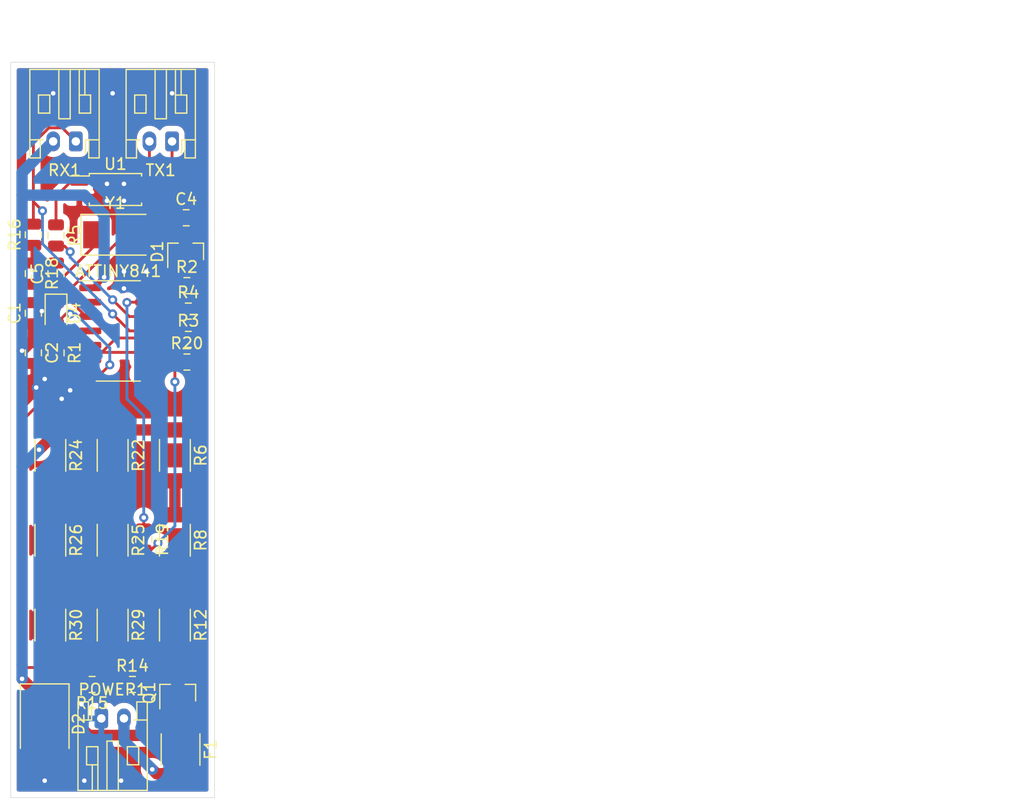
<source format=kicad_pcb>
(kicad_pcb (version 20171130) (host pcbnew "(5.1.6)-1")

  (general
    (thickness 1.6)
    (drawings 16)
    (tracks 187)
    (zones 0)
    (modules 35)
    (nets 28)
  )

  (page A4)
  (layers
    (0 F.Cu signal)
    (31 B.Cu signal)
    (32 B.Adhes user)
    (33 F.Adhes user)
    (34 B.Paste user)
    (35 F.Paste user)
    (36 B.SilkS user)
    (37 F.SilkS user)
    (38 B.Mask user)
    (39 F.Mask user)
    (40 Dwgs.User user)
    (41 Cmts.User user)
    (42 Eco1.User user)
    (43 Eco2.User user)
    (44 Edge.Cuts user)
    (45 Margin user)
    (46 B.CrtYd user)
    (47 F.CrtYd user)
    (48 B.Fab user)
    (49 F.Fab user)
  )

  (setup
    (last_trace_width 0.25)
    (trace_clearance 0.2)
    (zone_clearance 0.508)
    (zone_45_only no)
    (trace_min 0.2)
    (via_size 0.8)
    (via_drill 0.4)
    (via_min_size 0.4)
    (via_min_drill 0.3)
    (uvia_size 0.3)
    (uvia_drill 0.1)
    (uvias_allowed no)
    (uvia_min_size 0.2)
    (uvia_min_drill 0.1)
    (edge_width 0.05)
    (segment_width 0.2)
    (pcb_text_width 0.3)
    (pcb_text_size 1.5 1.5)
    (mod_edge_width 0.12)
    (mod_text_size 1 1)
    (mod_text_width 0.15)
    (pad_size 1.524 1.524)
    (pad_drill 0.762)
    (pad_to_mask_clearance 0.05)
    (aux_axis_origin 0 0)
    (visible_elements FFFFFF7F)
    (pcbplotparams
      (layerselection 0x010fc_ffffffff)
      (usegerberextensions false)
      (usegerberattributes true)
      (usegerberadvancedattributes true)
      (creategerberjobfile true)
      (excludeedgelayer true)
      (linewidth 0.100000)
      (plotframeref false)
      (viasonmask false)
      (mode 1)
      (useauxorigin false)
      (hpglpennumber 1)
      (hpglpenspeed 20)
      (hpglpendiameter 15.000000)
      (psnegative false)
      (psa4output false)
      (plotreference true)
      (plotvalue true)
      (plotinvisibletext false)
      (padsonsilk false)
      (subtractmaskfromsilk false)
      (outputformat 1)
      (mirror false)
      (drillshape 1)
      (scaleselection 1)
      (outputdirectory ""))
  )

  (net 0 "")
  (net 1 GND)
  (net 2 VREF)
  (net 3 TXD0)
  (net 4 RXD0)
  (net 5 "Net-(ATTINY841-Pad10)")
  (net 6 SCK)
  (net 7 MISO)
  (net 8 "Net-(ATTINY841-Pad7)")
  (net 9 ENABLE)
  (net 10 DUMP_LOAD_ENABLE)
  (net 11 "Net-(ATTINY841-Pad4)")
  (net 12 "Net-(ATTINY841-Pad3)")
  (net 13 "Net-(ATTINY841-Pad2)")
  (net 14 VCC)
  (net 15 "Net-(D4-Pad1)")
  (net 16 "Net-(F1-Pad2)")
  (net 17 "Net-(Q1-Pad3)")
  (net 18 "Net-(Q1-Pad1)")
  (net 19 "Net-(R5-Pad1)")
  (net 20 "Net-(R6-Pad2)")
  (net 21 "Net-(R12-Pad1)")
  (net 22 "Net-(R22-Pad2)")
  (net 23 "Net-(R24-Pad2)")
  (net 24 "Net-(R25-Pad2)")
  (net 25 "Net-(R26-Pad2)")
  (net 26 "Net-(TX1-Pad2)")
  (net 27 "Net-(TX1-Pad1)")

  (net_class Default "This is the default net class."
    (clearance 0.2)
    (trace_width 0.25)
    (via_dia 0.8)
    (via_drill 0.4)
    (uvia_dia 0.3)
    (uvia_drill 0.1)
    (add_net DUMP_LOAD_ENABLE)
    (add_net ENABLE)
    (add_net GND)
    (add_net MISO)
    (add_net "Net-(ATTINY841-Pad10)")
    (add_net "Net-(ATTINY841-Pad2)")
    (add_net "Net-(ATTINY841-Pad3)")
    (add_net "Net-(ATTINY841-Pad4)")
    (add_net "Net-(ATTINY841-Pad7)")
    (add_net "Net-(D4-Pad1)")
    (add_net "Net-(Q1-Pad1)")
    (add_net "Net-(R5-Pad1)")
    (add_net "Net-(TX1-Pad1)")
    (add_net "Net-(TX1-Pad2)")
    (add_net RXD0)
    (add_net SCK)
    (add_net TXD0)
    (add_net VCC)
    (add_net VREF)
  )

  (net_class Power ""
    (clearance 0.5)
    (trace_width 1)
    (via_dia 0.8)
    (via_drill 0.4)
    (uvia_dia 0.3)
    (uvia_drill 0.1)
    (diff_pair_width 0.5)
    (diff_pair_gap 0.25)
    (add_net "Net-(F1-Pad2)")
    (add_net "Net-(Q1-Pad3)")
    (add_net "Net-(R12-Pad1)")
    (add_net "Net-(R22-Pad2)")
    (add_net "Net-(R24-Pad2)")
    (add_net "Net-(R25-Pad2)")
    (add_net "Net-(R26-Pad2)")
    (add_net "Net-(R6-Pad2)")
  )

  (module Crystal:Crystal_SMD_5032-2Pin_5.0x3.2mm (layer F.Cu) (tedit 5A0FD1B2) (tstamp 60764CA3)
    (at 130.25 57.25)
    (descr "SMD Crystal SERIES SMD2520/2 http://www.icbase.com/File/PDF/HKC/HKC00061008.pdf, 5.0x3.2mm^2 package")
    (tags "SMD SMT crystal")
    (path /5E5E68B4)
    (attr smd)
    (fp_text reference Y1 (at 0 -2.8) (layer F.SilkS)
      (effects (font (size 1 1) (thickness 0.15)))
    )
    (fp_text value "8MHZ Ceramic Resonator" (at 0 2.8) (layer F.Fab)
      (effects (font (size 1 1) (thickness 0.15)))
    )
    (fp_text user %R (at 0 0) (layer F.Fab)
      (effects (font (size 1 1) (thickness 0.15)))
    )
    (fp_line (start -2.3 -1.6) (end 2.3 -1.6) (layer F.Fab) (width 0.1))
    (fp_line (start 2.3 -1.6) (end 2.5 -1.4) (layer F.Fab) (width 0.1))
    (fp_line (start 2.5 -1.4) (end 2.5 1.4) (layer F.Fab) (width 0.1))
    (fp_line (start 2.5 1.4) (end 2.3 1.6) (layer F.Fab) (width 0.1))
    (fp_line (start 2.3 1.6) (end -2.3 1.6) (layer F.Fab) (width 0.1))
    (fp_line (start -2.3 1.6) (end -2.5 1.4) (layer F.Fab) (width 0.1))
    (fp_line (start -2.5 1.4) (end -2.5 -1.4) (layer F.Fab) (width 0.1))
    (fp_line (start -2.5 -1.4) (end -2.3 -1.6) (layer F.Fab) (width 0.1))
    (fp_line (start -2.5 0.6) (end -1.5 1.6) (layer F.Fab) (width 0.1))
    (fp_line (start 2.7 -1.8) (end -3.05 -1.8) (layer F.SilkS) (width 0.12))
    (fp_line (start -3.05 -1.8) (end -3.05 1.8) (layer F.SilkS) (width 0.12))
    (fp_line (start -3.05 1.8) (end 2.7 1.8) (layer F.SilkS) (width 0.12))
    (fp_line (start -3.1 -1.9) (end -3.1 1.9) (layer F.CrtYd) (width 0.05))
    (fp_line (start -3.1 1.9) (end 3.1 1.9) (layer F.CrtYd) (width 0.05))
    (fp_line (start 3.1 1.9) (end 3.1 -1.9) (layer F.CrtYd) (width 0.05))
    (fp_line (start 3.1 -1.9) (end -3.1 -1.9) (layer F.CrtYd) (width 0.05))
    (fp_circle (center 0 0) (end 0.4 0) (layer F.Adhes) (width 0.1))
    (fp_circle (center 0 0) (end 0.333333 0) (layer F.Adhes) (width 0.133333))
    (fp_circle (center 0 0) (end 0.213333 0) (layer F.Adhes) (width 0.133333))
    (fp_circle (center 0 0) (end 0.093333 0) (layer F.Adhes) (width 0.186667))
    (pad 2 smd rect (at 1.85 0) (size 2 2.4) (layers F.Cu F.Paste F.Mask)
      (net 13 "Net-(ATTINY841-Pad2)"))
    (pad 1 smd rect (at -1.85 0) (size 2 2.4) (layers F.Cu F.Paste F.Mask)
      (net 12 "Net-(ATTINY841-Pad3)"))
    (model ${KISYS3DMOD}/Crystal.3dshapes/Crystal_SMD_5032-2Pin_5.0x3.2mm.wrl
      (at (xyz 0 0 0))
      (scale (xyz 1 1 1))
      (rotate (xyz 0 0 0))
    )
  )

  (module Package_SO:SOP-4_4.4x2.6mm_P1.27mm (layer F.Cu) (tedit 5D9F72B1) (tstamp 60778EFF)
    (at 130.25 53.25)
    (descr "SOP, 4 Pin (http://www.vishay.com/docs/83510/tcmt1100.pdf), generated with kicad-footprint-generator ipc_gullwing_generator.py")
    (tags "SOP SO")
    (path /5BF1DCDE)
    (attr smd)
    (fp_text reference U1 (at 0 -2.25) (layer F.SilkS)
      (effects (font (size 1 1) (thickness 0.15)))
    )
    (fp_text value "EL3H7(B)(TA)-G" (at 0 2.25) (layer F.Fab)
      (effects (font (size 1 1) (thickness 0.15)))
    )
    (fp_text user %R (at 0 0) (layer F.Fab)
      (effects (font (size 1 1) (thickness 0.15)))
    )
    (fp_line (start 0 1.41) (end 2.31 1.41) (layer F.SilkS) (width 0.12))
    (fp_line (start 2.31 1.41) (end 2.31 1.195) (layer F.SilkS) (width 0.12))
    (fp_line (start 0 1.41) (end -2.31 1.41) (layer F.SilkS) (width 0.12))
    (fp_line (start -2.31 1.41) (end -2.31 1.195) (layer F.SilkS) (width 0.12))
    (fp_line (start 0 -1.41) (end 2.31 -1.41) (layer F.SilkS) (width 0.12))
    (fp_line (start 2.31 -1.41) (end 2.31 -1.195) (layer F.SilkS) (width 0.12))
    (fp_line (start 0 -1.41) (end -2.31 -1.41) (layer F.SilkS) (width 0.12))
    (fp_line (start -2.31 -1.41) (end -2.31 -1.195) (layer F.SilkS) (width 0.12))
    (fp_line (start -2.31 -1.195) (end -4 -1.195) (layer F.SilkS) (width 0.12))
    (fp_line (start -1.55 -1.3) (end 2.2 -1.3) (layer F.Fab) (width 0.1))
    (fp_line (start 2.2 -1.3) (end 2.2 1.3) (layer F.Fab) (width 0.1))
    (fp_line (start 2.2 1.3) (end -2.2 1.3) (layer F.Fab) (width 0.1))
    (fp_line (start -2.2 1.3) (end -2.2 -0.65) (layer F.Fab) (width 0.1))
    (fp_line (start -2.2 -0.65) (end -1.55 -1.3) (layer F.Fab) (width 0.1))
    (fp_line (start -4.25 -1.55) (end -4.25 1.55) (layer F.CrtYd) (width 0.05))
    (fp_line (start -4.25 1.55) (end 4.25 1.55) (layer F.CrtYd) (width 0.05))
    (fp_line (start 4.25 1.55) (end 4.25 -1.55) (layer F.CrtYd) (width 0.05))
    (fp_line (start 4.25 -1.55) (end -4.25 -1.55) (layer F.CrtYd) (width 0.05))
    (pad 4 smd roundrect (at 3.1875 -0.635) (size 1.625 0.6) (layers F.Cu F.Paste F.Mask) (roundrect_rratio 0.25)
      (net 26 "Net-(TX1-Pad2)"))
    (pad 3 smd roundrect (at 3.1875 0.635) (size 1.625 0.6) (layers F.Cu F.Paste F.Mask) (roundrect_rratio 0.25)
      (net 27 "Net-(TX1-Pad1)"))
    (pad 2 smd roundrect (at -3.1875 0.635) (size 1.625 0.6) (layers F.Cu F.Paste F.Mask) (roundrect_rratio 0.25)
      (net 1 GND))
    (pad 1 smd roundrect (at -3.1875 -0.635) (size 1.625 0.6) (layers F.Cu F.Paste F.Mask) (roundrect_rratio 0.25)
      (net 19 "Net-(R5-Pad1)"))
    (model ${KISYS3DMOD}/Package_SO.3dshapes/SOP-4_4.4x2.6mm_P1.27mm.wrl
      (at (xyz 0 0 0))
      (scale (xyz 1 1 1))
      (rotate (xyz 0 0 0))
    )
  )

  (module Connector_JST:JST_PH_S2B-PH-K_1x02_P2.00mm_Horizontal (layer F.Cu) (tedit 5B7745C6) (tstamp 60764C6D)
    (at 135.25 49 180)
    (descr "JST PH series connector, S2B-PH-K (http://www.jst-mfg.com/product/pdf/eng/ePH.pdf), generated with kicad-footprint-generator")
    (tags "connector JST PH top entry")
    (path /5BF1DEA4)
    (fp_text reference TX1 (at 1 -2.55) (layer F.SilkS)
      (effects (font (size 1 1) (thickness 0.15)))
    )
    (fp_text value "TX Connector" (at 1 7.45) (layer F.Fab)
      (effects (font (size 1 1) (thickness 0.15)))
    )
    (fp_text user %R (at 1 2.5) (layer F.Fab)
      (effects (font (size 1 1) (thickness 0.15)))
    )
    (fp_line (start -0.86 0.14) (end -1.14 0.14) (layer F.SilkS) (width 0.12))
    (fp_line (start -1.14 0.14) (end -1.14 -1.46) (layer F.SilkS) (width 0.12))
    (fp_line (start -1.14 -1.46) (end -2.06 -1.46) (layer F.SilkS) (width 0.12))
    (fp_line (start -2.06 -1.46) (end -2.06 6.36) (layer F.SilkS) (width 0.12))
    (fp_line (start -2.06 6.36) (end 4.06 6.36) (layer F.SilkS) (width 0.12))
    (fp_line (start 4.06 6.36) (end 4.06 -1.46) (layer F.SilkS) (width 0.12))
    (fp_line (start 4.06 -1.46) (end 3.14 -1.46) (layer F.SilkS) (width 0.12))
    (fp_line (start 3.14 -1.46) (end 3.14 0.14) (layer F.SilkS) (width 0.12))
    (fp_line (start 3.14 0.14) (end 2.86 0.14) (layer F.SilkS) (width 0.12))
    (fp_line (start 0.5 6.36) (end 0.5 2) (layer F.SilkS) (width 0.12))
    (fp_line (start 0.5 2) (end 1.5 2) (layer F.SilkS) (width 0.12))
    (fp_line (start 1.5 2) (end 1.5 6.36) (layer F.SilkS) (width 0.12))
    (fp_line (start -2.06 0.14) (end -1.14 0.14) (layer F.SilkS) (width 0.12))
    (fp_line (start 4.06 0.14) (end 3.14 0.14) (layer F.SilkS) (width 0.12))
    (fp_line (start -1.3 2.5) (end -1.3 4.1) (layer F.SilkS) (width 0.12))
    (fp_line (start -1.3 4.1) (end -0.3 4.1) (layer F.SilkS) (width 0.12))
    (fp_line (start -0.3 4.1) (end -0.3 2.5) (layer F.SilkS) (width 0.12))
    (fp_line (start -0.3 2.5) (end -1.3 2.5) (layer F.SilkS) (width 0.12))
    (fp_line (start 3.3 2.5) (end 3.3 4.1) (layer F.SilkS) (width 0.12))
    (fp_line (start 3.3 4.1) (end 2.3 4.1) (layer F.SilkS) (width 0.12))
    (fp_line (start 2.3 4.1) (end 2.3 2.5) (layer F.SilkS) (width 0.12))
    (fp_line (start 2.3 2.5) (end 3.3 2.5) (layer F.SilkS) (width 0.12))
    (fp_line (start -0.3 4.1) (end -0.3 6.36) (layer F.SilkS) (width 0.12))
    (fp_line (start -0.8 4.1) (end -0.8 6.36) (layer F.SilkS) (width 0.12))
    (fp_line (start -2.45 -1.85) (end -2.45 6.75) (layer F.CrtYd) (width 0.05))
    (fp_line (start -2.45 6.75) (end 4.45 6.75) (layer F.CrtYd) (width 0.05))
    (fp_line (start 4.45 6.75) (end 4.45 -1.85) (layer F.CrtYd) (width 0.05))
    (fp_line (start 4.45 -1.85) (end -2.45 -1.85) (layer F.CrtYd) (width 0.05))
    (fp_line (start -1.25 0.25) (end -1.25 -1.35) (layer F.Fab) (width 0.1))
    (fp_line (start -1.25 -1.35) (end -1.95 -1.35) (layer F.Fab) (width 0.1))
    (fp_line (start -1.95 -1.35) (end -1.95 6.25) (layer F.Fab) (width 0.1))
    (fp_line (start -1.95 6.25) (end 3.95 6.25) (layer F.Fab) (width 0.1))
    (fp_line (start 3.95 6.25) (end 3.95 -1.35) (layer F.Fab) (width 0.1))
    (fp_line (start 3.95 -1.35) (end 3.25 -1.35) (layer F.Fab) (width 0.1))
    (fp_line (start 3.25 -1.35) (end 3.25 0.25) (layer F.Fab) (width 0.1))
    (fp_line (start 3.25 0.25) (end -1.25 0.25) (layer F.Fab) (width 0.1))
    (fp_line (start -0.86 0.14) (end -0.86 -1.075) (layer F.SilkS) (width 0.12))
    (fp_line (start 0 0.875) (end -0.5 1.375) (layer F.Fab) (width 0.1))
    (fp_line (start -0.5 1.375) (end 0.5 1.375) (layer F.Fab) (width 0.1))
    (fp_line (start 0.5 1.375) (end 0 0.875) (layer F.Fab) (width 0.1))
    (pad 2 thru_hole oval (at 2 0 180) (size 1.2 1.75) (drill 0.75) (layers *.Cu *.Mask)
      (net 26 "Net-(TX1-Pad2)"))
    (pad 1 thru_hole roundrect (at 0 0 180) (size 1.2 1.75) (drill 0.75) (layers *.Cu *.Mask) (roundrect_rratio 0.208333)
      (net 27 "Net-(TX1-Pad1)"))
    (model ${KISYS3DMOD}/Connector_JST.3dshapes/JST_PH_S2B-PH-K_1x02_P2.00mm_Horizontal.wrl
      (at (xyz 0 0 0))
      (scale (xyz 1 1 1))
      (rotate (xyz 0 0 0))
    )
  )

  (module Connector_JST:JST_PH_S2B-PH-K_1x02_P2.00mm_Horizontal (layer F.Cu) (tedit 5B7745C6) (tstamp 60764C3E)
    (at 126.75 49 180)
    (descr "JST PH series connector, S2B-PH-K (http://www.jst-mfg.com/product/pdf/eng/ePH.pdf), generated with kicad-footprint-generator")
    (tags "connector JST PH top entry")
    (path /5BF5891C)
    (fp_text reference RX1 (at 1 -2.55) (layer F.SilkS)
      (effects (font (size 1 1) (thickness 0.15)))
    )
    (fp_text value "RX Connector" (at 1 7.45) (layer F.Fab)
      (effects (font (size 1 1) (thickness 0.15)))
    )
    (fp_text user %R (at 1 2.5) (layer F.Fab)
      (effects (font (size 1 1) (thickness 0.15)))
    )
    (fp_line (start -0.86 0.14) (end -1.14 0.14) (layer F.SilkS) (width 0.12))
    (fp_line (start -1.14 0.14) (end -1.14 -1.46) (layer F.SilkS) (width 0.12))
    (fp_line (start -1.14 -1.46) (end -2.06 -1.46) (layer F.SilkS) (width 0.12))
    (fp_line (start -2.06 -1.46) (end -2.06 6.36) (layer F.SilkS) (width 0.12))
    (fp_line (start -2.06 6.36) (end 4.06 6.36) (layer F.SilkS) (width 0.12))
    (fp_line (start 4.06 6.36) (end 4.06 -1.46) (layer F.SilkS) (width 0.12))
    (fp_line (start 4.06 -1.46) (end 3.14 -1.46) (layer F.SilkS) (width 0.12))
    (fp_line (start 3.14 -1.46) (end 3.14 0.14) (layer F.SilkS) (width 0.12))
    (fp_line (start 3.14 0.14) (end 2.86 0.14) (layer F.SilkS) (width 0.12))
    (fp_line (start 0.5 6.36) (end 0.5 2) (layer F.SilkS) (width 0.12))
    (fp_line (start 0.5 2) (end 1.5 2) (layer F.SilkS) (width 0.12))
    (fp_line (start 1.5 2) (end 1.5 6.36) (layer F.SilkS) (width 0.12))
    (fp_line (start -2.06 0.14) (end -1.14 0.14) (layer F.SilkS) (width 0.12))
    (fp_line (start 4.06 0.14) (end 3.14 0.14) (layer F.SilkS) (width 0.12))
    (fp_line (start -1.3 2.5) (end -1.3 4.1) (layer F.SilkS) (width 0.12))
    (fp_line (start -1.3 4.1) (end -0.3 4.1) (layer F.SilkS) (width 0.12))
    (fp_line (start -0.3 4.1) (end -0.3 2.5) (layer F.SilkS) (width 0.12))
    (fp_line (start -0.3 2.5) (end -1.3 2.5) (layer F.SilkS) (width 0.12))
    (fp_line (start 3.3 2.5) (end 3.3 4.1) (layer F.SilkS) (width 0.12))
    (fp_line (start 3.3 4.1) (end 2.3 4.1) (layer F.SilkS) (width 0.12))
    (fp_line (start 2.3 4.1) (end 2.3 2.5) (layer F.SilkS) (width 0.12))
    (fp_line (start 2.3 2.5) (end 3.3 2.5) (layer F.SilkS) (width 0.12))
    (fp_line (start -0.3 4.1) (end -0.3 6.36) (layer F.SilkS) (width 0.12))
    (fp_line (start -0.8 4.1) (end -0.8 6.36) (layer F.SilkS) (width 0.12))
    (fp_line (start -2.45 -1.85) (end -2.45 6.75) (layer F.CrtYd) (width 0.05))
    (fp_line (start -2.45 6.75) (end 4.45 6.75) (layer F.CrtYd) (width 0.05))
    (fp_line (start 4.45 6.75) (end 4.45 -1.85) (layer F.CrtYd) (width 0.05))
    (fp_line (start 4.45 -1.85) (end -2.45 -1.85) (layer F.CrtYd) (width 0.05))
    (fp_line (start -1.25 0.25) (end -1.25 -1.35) (layer F.Fab) (width 0.1))
    (fp_line (start -1.25 -1.35) (end -1.95 -1.35) (layer F.Fab) (width 0.1))
    (fp_line (start -1.95 -1.35) (end -1.95 6.25) (layer F.Fab) (width 0.1))
    (fp_line (start -1.95 6.25) (end 3.95 6.25) (layer F.Fab) (width 0.1))
    (fp_line (start 3.95 6.25) (end 3.95 -1.35) (layer F.Fab) (width 0.1))
    (fp_line (start 3.95 -1.35) (end 3.25 -1.35) (layer F.Fab) (width 0.1))
    (fp_line (start 3.25 -1.35) (end 3.25 0.25) (layer F.Fab) (width 0.1))
    (fp_line (start 3.25 0.25) (end -1.25 0.25) (layer F.Fab) (width 0.1))
    (fp_line (start -0.86 0.14) (end -0.86 -1.075) (layer F.SilkS) (width 0.12))
    (fp_line (start 0 0.875) (end -0.5 1.375) (layer F.Fab) (width 0.1))
    (fp_line (start -0.5 1.375) (end 0.5 1.375) (layer F.Fab) (width 0.1))
    (fp_line (start 0.5 1.375) (end 0 0.875) (layer F.Fab) (width 0.1))
    (pad 2 thru_hole oval (at 2 0 180) (size 1.2 1.75) (drill 0.75) (layers *.Cu *.Mask)
      (net 14 VCC))
    (pad 1 thru_hole roundrect (at 0 0 180) (size 1.2 1.75) (drill 0.75) (layers *.Cu *.Mask) (roundrect_rratio 0.208333)
      (net 4 RXD0))
    (model ${KISYS3DMOD}/Connector_JST.3dshapes/JST_PH_S2B-PH-K_1x02_P2.00mm_Horizontal.wrl
      (at (xyz 0 0 0))
      (scale (xyz 1 1 1))
      (rotate (xyz 0 0 0))
    )
  )

  (module Resistor_SMD:R_2010_5025Metric (layer F.Cu) (tedit 5B301BBD) (tstamp 60764C0F)
    (at 124.5 91.75 270)
    (descr "Resistor SMD 2010 (5025 Metric), square (rectangular) end terminal, IPC_7351 nominal, (Body size source: http://www.tortai-tech.com/upload/download/2011102023233369053.pdf), generated with kicad-footprint-generator")
    (tags resistor)
    (path /5E15FED3)
    (attr smd)
    (fp_text reference R30 (at 0 -2.28 90) (layer F.SilkS)
      (effects (font (size 1 1) (thickness 0.15)))
    )
    (fp_text value "3.3OHM 3/4W" (at 0 2.28 90) (layer F.Fab)
      (effects (font (size 1 1) (thickness 0.15)))
    )
    (fp_text user %R (at 0 0 90) (layer F.Fab)
      (effects (font (size 1 1) (thickness 0.15)))
    )
    (fp_line (start -2.5 1.25) (end -2.5 -1.25) (layer F.Fab) (width 0.1))
    (fp_line (start -2.5 -1.25) (end 2.5 -1.25) (layer F.Fab) (width 0.1))
    (fp_line (start 2.5 -1.25) (end 2.5 1.25) (layer F.Fab) (width 0.1))
    (fp_line (start 2.5 1.25) (end -2.5 1.25) (layer F.Fab) (width 0.1))
    (fp_line (start -1.402064 -1.36) (end 1.402064 -1.36) (layer F.SilkS) (width 0.12))
    (fp_line (start -1.402064 1.36) (end 1.402064 1.36) (layer F.SilkS) (width 0.12))
    (fp_line (start -3.18 1.58) (end -3.18 -1.58) (layer F.CrtYd) (width 0.05))
    (fp_line (start -3.18 -1.58) (end 3.18 -1.58) (layer F.CrtYd) (width 0.05))
    (fp_line (start 3.18 -1.58) (end 3.18 1.58) (layer F.CrtYd) (width 0.05))
    (fp_line (start 3.18 1.58) (end -3.18 1.58) (layer F.CrtYd) (width 0.05))
    (pad 2 smd roundrect (at 2.25 0 270) (size 1.35 2.65) (layers F.Cu F.Paste F.Mask) (roundrect_rratio 0.185185)
      (net 17 "Net-(Q1-Pad3)"))
    (pad 1 smd roundrect (at -2.25 0 270) (size 1.35 2.65) (layers F.Cu F.Paste F.Mask) (roundrect_rratio 0.185185)
      (net 25 "Net-(R26-Pad2)"))
    (model ${KISYS3DMOD}/Resistor_SMD.3dshapes/R_2010_5025Metric.wrl
      (at (xyz 0 0 0))
      (scale (xyz 1 1 1))
      (rotate (xyz 0 0 0))
    )
  )

  (module Resistor_SMD:R_2010_5025Metric (layer F.Cu) (tedit 5B301BBD) (tstamp 60764BFE)
    (at 130 91.75 270)
    (descr "Resistor SMD 2010 (5025 Metric), square (rectangular) end terminal, IPC_7351 nominal, (Body size source: http://www.tortai-tech.com/upload/download/2011102023233369053.pdf), generated with kicad-footprint-generator")
    (tags resistor)
    (path /5E15609A)
    (attr smd)
    (fp_text reference R29 (at 0 -2.28 90) (layer F.SilkS)
      (effects (font (size 1 1) (thickness 0.15)))
    )
    (fp_text value "3.3OHM 3/4W" (at 0 2.28 90) (layer F.Fab)
      (effects (font (size 1 1) (thickness 0.15)))
    )
    (fp_text user %R (at 0 0 90) (layer F.Fab)
      (effects (font (size 1 1) (thickness 0.15)))
    )
    (fp_line (start -2.5 1.25) (end -2.5 -1.25) (layer F.Fab) (width 0.1))
    (fp_line (start -2.5 -1.25) (end 2.5 -1.25) (layer F.Fab) (width 0.1))
    (fp_line (start 2.5 -1.25) (end 2.5 1.25) (layer F.Fab) (width 0.1))
    (fp_line (start 2.5 1.25) (end -2.5 1.25) (layer F.Fab) (width 0.1))
    (fp_line (start -1.402064 -1.36) (end 1.402064 -1.36) (layer F.SilkS) (width 0.12))
    (fp_line (start -1.402064 1.36) (end 1.402064 1.36) (layer F.SilkS) (width 0.12))
    (fp_line (start -3.18 1.58) (end -3.18 -1.58) (layer F.CrtYd) (width 0.05))
    (fp_line (start -3.18 -1.58) (end 3.18 -1.58) (layer F.CrtYd) (width 0.05))
    (fp_line (start 3.18 -1.58) (end 3.18 1.58) (layer F.CrtYd) (width 0.05))
    (fp_line (start 3.18 1.58) (end -3.18 1.58) (layer F.CrtYd) (width 0.05))
    (pad 2 smd roundrect (at 2.25 0 270) (size 1.35 2.65) (layers F.Cu F.Paste F.Mask) (roundrect_rratio 0.185185)
      (net 17 "Net-(Q1-Pad3)"))
    (pad 1 smd roundrect (at -2.25 0 270) (size 1.35 2.65) (layers F.Cu F.Paste F.Mask) (roundrect_rratio 0.185185)
      (net 24 "Net-(R25-Pad2)"))
    (model ${KISYS3DMOD}/Resistor_SMD.3dshapes/R_2010_5025Metric.wrl
      (at (xyz 0 0 0))
      (scale (xyz 1 1 1))
      (rotate (xyz 0 0 0))
    )
  )

  (module Resistor_SMD:R_2010_5025Metric (layer F.Cu) (tedit 5B301BBD) (tstamp 60764BED)
    (at 124.5 84.25 270)
    (descr "Resistor SMD 2010 (5025 Metric), square (rectangular) end terminal, IPC_7351 nominal, (Body size source: http://www.tortai-tech.com/upload/download/2011102023233369053.pdf), generated with kicad-footprint-generator")
    (tags resistor)
    (path /5E15FEBB)
    (attr smd)
    (fp_text reference R26 (at 0 -2.28 90) (layer F.SilkS)
      (effects (font (size 1 1) (thickness 0.15)))
    )
    (fp_text value "3.3OHM 3/4W" (at 0 2.28 90) (layer F.Fab)
      (effects (font (size 1 1) (thickness 0.15)))
    )
    (fp_text user %R (at 0 0 90) (layer F.Fab)
      (effects (font (size 1 1) (thickness 0.15)))
    )
    (fp_line (start -2.5 1.25) (end -2.5 -1.25) (layer F.Fab) (width 0.1))
    (fp_line (start -2.5 -1.25) (end 2.5 -1.25) (layer F.Fab) (width 0.1))
    (fp_line (start 2.5 -1.25) (end 2.5 1.25) (layer F.Fab) (width 0.1))
    (fp_line (start 2.5 1.25) (end -2.5 1.25) (layer F.Fab) (width 0.1))
    (fp_line (start -1.402064 -1.36) (end 1.402064 -1.36) (layer F.SilkS) (width 0.12))
    (fp_line (start -1.402064 1.36) (end 1.402064 1.36) (layer F.SilkS) (width 0.12))
    (fp_line (start -3.18 1.58) (end -3.18 -1.58) (layer F.CrtYd) (width 0.05))
    (fp_line (start -3.18 -1.58) (end 3.18 -1.58) (layer F.CrtYd) (width 0.05))
    (fp_line (start 3.18 -1.58) (end 3.18 1.58) (layer F.CrtYd) (width 0.05))
    (fp_line (start 3.18 1.58) (end -3.18 1.58) (layer F.CrtYd) (width 0.05))
    (pad 2 smd roundrect (at 2.25 0 270) (size 1.35 2.65) (layers F.Cu F.Paste F.Mask) (roundrect_rratio 0.185185)
      (net 25 "Net-(R26-Pad2)"))
    (pad 1 smd roundrect (at -2.25 0 270) (size 1.35 2.65) (layers F.Cu F.Paste F.Mask) (roundrect_rratio 0.185185)
      (net 23 "Net-(R24-Pad2)"))
    (model ${KISYS3DMOD}/Resistor_SMD.3dshapes/R_2010_5025Metric.wrl
      (at (xyz 0 0 0))
      (scale (xyz 1 1 1))
      (rotate (xyz 0 0 0))
    )
  )

  (module Resistor_SMD:R_2010_5025Metric (layer F.Cu) (tedit 5B301BBD) (tstamp 60764BDC)
    (at 130 84.25 270)
    (descr "Resistor SMD 2010 (5025 Metric), square (rectangular) end terminal, IPC_7351 nominal, (Body size source: http://www.tortai-tech.com/upload/download/2011102023233369053.pdf), generated with kicad-footprint-generator")
    (tags resistor)
    (path /5E156082)
    (attr smd)
    (fp_text reference R25 (at 0 -2.28 90) (layer F.SilkS)
      (effects (font (size 1 1) (thickness 0.15)))
    )
    (fp_text value "3.3OHM 3/4W" (at 0 2.28 90) (layer F.Fab)
      (effects (font (size 1 1) (thickness 0.15)))
    )
    (fp_text user %R (at 0 0 90) (layer F.Fab)
      (effects (font (size 1 1) (thickness 0.15)))
    )
    (fp_line (start -2.5 1.25) (end -2.5 -1.25) (layer F.Fab) (width 0.1))
    (fp_line (start -2.5 -1.25) (end 2.5 -1.25) (layer F.Fab) (width 0.1))
    (fp_line (start 2.5 -1.25) (end 2.5 1.25) (layer F.Fab) (width 0.1))
    (fp_line (start 2.5 1.25) (end -2.5 1.25) (layer F.Fab) (width 0.1))
    (fp_line (start -1.402064 -1.36) (end 1.402064 -1.36) (layer F.SilkS) (width 0.12))
    (fp_line (start -1.402064 1.36) (end 1.402064 1.36) (layer F.SilkS) (width 0.12))
    (fp_line (start -3.18 1.58) (end -3.18 -1.58) (layer F.CrtYd) (width 0.05))
    (fp_line (start -3.18 -1.58) (end 3.18 -1.58) (layer F.CrtYd) (width 0.05))
    (fp_line (start 3.18 -1.58) (end 3.18 1.58) (layer F.CrtYd) (width 0.05))
    (fp_line (start 3.18 1.58) (end -3.18 1.58) (layer F.CrtYd) (width 0.05))
    (pad 2 smd roundrect (at 2.25 0 270) (size 1.35 2.65) (layers F.Cu F.Paste F.Mask) (roundrect_rratio 0.185185)
      (net 24 "Net-(R25-Pad2)"))
    (pad 1 smd roundrect (at -2.25 0 270) (size 1.35 2.65) (layers F.Cu F.Paste F.Mask) (roundrect_rratio 0.185185)
      (net 22 "Net-(R22-Pad2)"))
    (model ${KISYS3DMOD}/Resistor_SMD.3dshapes/R_2010_5025Metric.wrl
      (at (xyz 0 0 0))
      (scale (xyz 1 1 1))
      (rotate (xyz 0 0 0))
    )
  )

  (module Resistor_SMD:R_2010_5025Metric (layer F.Cu) (tedit 5B301BBD) (tstamp 6077CB7E)
    (at 124.5 76.75 270)
    (descr "Resistor SMD 2010 (5025 Metric), square (rectangular) end terminal, IPC_7351 nominal, (Body size source: http://www.tortai-tech.com/upload/download/2011102023233369053.pdf), generated with kicad-footprint-generator")
    (tags resistor)
    (path /5E15FEAF)
    (attr smd)
    (fp_text reference R24 (at 0 -2.28 90) (layer F.SilkS)
      (effects (font (size 1 1) (thickness 0.15)))
    )
    (fp_text value "3.3OHM 3/4W" (at 0 2.28 90) (layer F.Fab)
      (effects (font (size 1 1) (thickness 0.15)))
    )
    (fp_text user %R (at 0 0 90) (layer F.Fab)
      (effects (font (size 1 1) (thickness 0.15)))
    )
    (fp_line (start -2.5 1.25) (end -2.5 -1.25) (layer F.Fab) (width 0.1))
    (fp_line (start -2.5 -1.25) (end 2.5 -1.25) (layer F.Fab) (width 0.1))
    (fp_line (start 2.5 -1.25) (end 2.5 1.25) (layer F.Fab) (width 0.1))
    (fp_line (start 2.5 1.25) (end -2.5 1.25) (layer F.Fab) (width 0.1))
    (fp_line (start -1.402064 -1.36) (end 1.402064 -1.36) (layer F.SilkS) (width 0.12))
    (fp_line (start -1.402064 1.36) (end 1.402064 1.36) (layer F.SilkS) (width 0.12))
    (fp_line (start -3.18 1.58) (end -3.18 -1.58) (layer F.CrtYd) (width 0.05))
    (fp_line (start -3.18 -1.58) (end 3.18 -1.58) (layer F.CrtYd) (width 0.05))
    (fp_line (start 3.18 -1.58) (end 3.18 1.58) (layer F.CrtYd) (width 0.05))
    (fp_line (start 3.18 1.58) (end -3.18 1.58) (layer F.CrtYd) (width 0.05))
    (pad 2 smd roundrect (at 2.25 0 270) (size 1.35 2.65) (layers F.Cu F.Paste F.Mask) (roundrect_rratio 0.185185)
      (net 23 "Net-(R24-Pad2)"))
    (pad 1 smd roundrect (at -2.25 0 270) (size 1.35 2.65) (layers F.Cu F.Paste F.Mask) (roundrect_rratio 0.185185)
      (net 14 VCC))
    (model ${KISYS3DMOD}/Resistor_SMD.3dshapes/R_2010_5025Metric.wrl
      (at (xyz 0 0 0))
      (scale (xyz 1 1 1))
      (rotate (xyz 0 0 0))
    )
  )

  (module Resistor_SMD:R_2010_5025Metric (layer F.Cu) (tedit 5B301BBD) (tstamp 6077CBDE)
    (at 130 76.75 270)
    (descr "Resistor SMD 2010 (5025 Metric), square (rectangular) end terminal, IPC_7351 nominal, (Body size source: http://www.tortai-tech.com/upload/download/2011102023233369053.pdf), generated with kicad-footprint-generator")
    (tags resistor)
    (path /5E156076)
    (attr smd)
    (fp_text reference R22 (at 0 -2.28 90) (layer F.SilkS)
      (effects (font (size 1 1) (thickness 0.15)))
    )
    (fp_text value "3.3OHM 3/4W" (at 0 2.28 90) (layer F.Fab)
      (effects (font (size 1 1) (thickness 0.15)))
    )
    (fp_text user %R (at 0 0 90) (layer F.Fab)
      (effects (font (size 1 1) (thickness 0.15)))
    )
    (fp_line (start -2.5 1.25) (end -2.5 -1.25) (layer F.Fab) (width 0.1))
    (fp_line (start -2.5 -1.25) (end 2.5 -1.25) (layer F.Fab) (width 0.1))
    (fp_line (start 2.5 -1.25) (end 2.5 1.25) (layer F.Fab) (width 0.1))
    (fp_line (start 2.5 1.25) (end -2.5 1.25) (layer F.Fab) (width 0.1))
    (fp_line (start -1.402064 -1.36) (end 1.402064 -1.36) (layer F.SilkS) (width 0.12))
    (fp_line (start -1.402064 1.36) (end 1.402064 1.36) (layer F.SilkS) (width 0.12))
    (fp_line (start -3.18 1.58) (end -3.18 -1.58) (layer F.CrtYd) (width 0.05))
    (fp_line (start -3.18 -1.58) (end 3.18 -1.58) (layer F.CrtYd) (width 0.05))
    (fp_line (start 3.18 -1.58) (end 3.18 1.58) (layer F.CrtYd) (width 0.05))
    (fp_line (start 3.18 1.58) (end -3.18 1.58) (layer F.CrtYd) (width 0.05))
    (pad 2 smd roundrect (at 2.25 0 270) (size 1.35 2.65) (layers F.Cu F.Paste F.Mask) (roundrect_rratio 0.185185)
      (net 22 "Net-(R22-Pad2)"))
    (pad 1 smd roundrect (at -2.25 0 270) (size 1.35 2.65) (layers F.Cu F.Paste F.Mask) (roundrect_rratio 0.185185)
      (net 14 VCC))
    (model ${KISYS3DMOD}/Resistor_SMD.3dshapes/R_2010_5025Metric.wrl
      (at (xyz 0 0 0))
      (scale (xyz 1 1 1))
      (rotate (xyz 0 0 0))
    )
  )

  (module Resistor_SMD:R_0805_2012Metric (layer F.Cu) (tedit 5B36C52B) (tstamp 60764BA9)
    (at 136.5625 68.5)
    (descr "Resistor SMD 0805 (2012 Metric), square (rectangular) end terminal, IPC_7351 nominal, (Body size source: https://docs.google.com/spreadsheets/d/1BsfQQcO9C6DZCsRaXUlFlo91Tg2WpOkGARC1WS5S8t0/edit?usp=sharing), generated with kicad-footprint-generator")
    (tags resistor)
    (path /5BF374C1)
    (attr smd)
    (fp_text reference R20 (at 0 -1.65) (layer F.SilkS)
      (effects (font (size 1 1) (thickness 0.15)))
    )
    (fp_text value 10KOHMS (at 0 1.65) (layer F.Fab)
      (effects (font (size 1 1) (thickness 0.15)))
    )
    (fp_text user %R (at 0 0) (layer F.Fab)
      (effects (font (size 0.5 0.5) (thickness 0.08)))
    )
    (fp_line (start -1 0.6) (end -1 -0.6) (layer F.Fab) (width 0.1))
    (fp_line (start -1 -0.6) (end 1 -0.6) (layer F.Fab) (width 0.1))
    (fp_line (start 1 -0.6) (end 1 0.6) (layer F.Fab) (width 0.1))
    (fp_line (start 1 0.6) (end -1 0.6) (layer F.Fab) (width 0.1))
    (fp_line (start -0.258578 -0.71) (end 0.258578 -0.71) (layer F.SilkS) (width 0.12))
    (fp_line (start -0.258578 0.71) (end 0.258578 0.71) (layer F.SilkS) (width 0.12))
    (fp_line (start -1.68 0.95) (end -1.68 -0.95) (layer F.CrtYd) (width 0.05))
    (fp_line (start -1.68 -0.95) (end 1.68 -0.95) (layer F.CrtYd) (width 0.05))
    (fp_line (start 1.68 -0.95) (end 1.68 0.95) (layer F.CrtYd) (width 0.05))
    (fp_line (start 1.68 0.95) (end -1.68 0.95) (layer F.CrtYd) (width 0.05))
    (pad 2 smd roundrect (at 0.9375 0) (size 0.975 1.4) (layers F.Cu F.Paste F.Mask) (roundrect_rratio 0.25)
      (net 1 GND))
    (pad 1 smd roundrect (at -0.9375 0) (size 0.975 1.4) (layers F.Cu F.Paste F.Mask) (roundrect_rratio 0.25)
      (net 6 SCK))
    (model ${KISYS3DMOD}/Resistor_SMD.3dshapes/R_0805_2012Metric.wrl
      (at (xyz 0 0 0))
      (scale (xyz 1 1 1))
      (rotate (xyz 0 0 0))
    )
  )

  (module Resistor_SMD:R_0805_2012Metric (layer F.Cu) (tedit 5B36C52B) (tstamp 60764B98)
    (at 132.75 84.1875 270)
    (descr "Resistor SMD 0805 (2012 Metric), square (rectangular) end terminal, IPC_7351 nominal, (Body size source: https://docs.google.com/spreadsheets/d/1BsfQQcO9C6DZCsRaXUlFlo91Tg2WpOkGARC1WS5S8t0/edit?usp=sharing), generated with kicad-footprint-generator")
    (tags resistor)
    (path /5BF374BB)
    (attr smd)
    (fp_text reference R19 (at 0 -1.65 90) (layer F.SilkS)
      (effects (font (size 1 1) (thickness 0.15)))
    )
    (fp_text value CMFB103F3950FANT (at 0 1.65 90) (layer F.Fab)
      (effects (font (size 1 1) (thickness 0.15)))
    )
    (fp_text user %R (at 0 0 90) (layer F.Fab)
      (effects (font (size 0.5 0.5) (thickness 0.08)))
    )
    (fp_line (start -1 0.6) (end -1 -0.6) (layer F.Fab) (width 0.1))
    (fp_line (start -1 -0.6) (end 1 -0.6) (layer F.Fab) (width 0.1))
    (fp_line (start 1 -0.6) (end 1 0.6) (layer F.Fab) (width 0.1))
    (fp_line (start 1 0.6) (end -1 0.6) (layer F.Fab) (width 0.1))
    (fp_line (start -0.258578 -0.71) (end 0.258578 -0.71) (layer F.SilkS) (width 0.12))
    (fp_line (start -0.258578 0.71) (end 0.258578 0.71) (layer F.SilkS) (width 0.12))
    (fp_line (start -1.68 0.95) (end -1.68 -0.95) (layer F.CrtYd) (width 0.05))
    (fp_line (start -1.68 -0.95) (end 1.68 -0.95) (layer F.CrtYd) (width 0.05))
    (fp_line (start 1.68 -0.95) (end 1.68 0.95) (layer F.CrtYd) (width 0.05))
    (fp_line (start 1.68 0.95) (end -1.68 0.95) (layer F.CrtYd) (width 0.05))
    (pad 2 smd roundrect (at 0.9375 0 270) (size 0.975 1.4) (layers F.Cu F.Paste F.Mask) (roundrect_rratio 0.25)
      (net 6 SCK))
    (pad 1 smd roundrect (at -0.9375 0 270) (size 0.975 1.4) (layers F.Cu F.Paste F.Mask) (roundrect_rratio 0.25)
      (net 2 VREF))
    (model ${KISYS3DMOD}/Resistor_SMD.3dshapes/R_0805_2012Metric.wrl
      (at (xyz 0 0 0))
      (scale (xyz 1 1 1))
      (rotate (xyz 0 0 0))
    )
  )

  (module Resistor_SMD:R_0805_2012Metric (layer F.Cu) (tedit 5B36C52B) (tstamp 60764B87)
    (at 123 60.6875 270)
    (descr "Resistor SMD 0805 (2012 Metric), square (rectangular) end terminal, IPC_7351 nominal, (Body size source: https://docs.google.com/spreadsheets/d/1BsfQQcO9C6DZCsRaXUlFlo91Tg2WpOkGARC1WS5S8t0/edit?usp=sharing), generated with kicad-footprint-generator")
    (tags resistor)
    (path /5BF67C7F)
    (attr smd)
    (fp_text reference R18 (at 0 -1.65 90) (layer F.SilkS)
      (effects (font (size 1 1) (thickness 0.15)))
    )
    (fp_text value 2.2KOHMS (at 0 1.65 90) (layer F.Fab)
      (effects (font (size 1 1) (thickness 0.15)))
    )
    (fp_text user %R (at 0 0 90) (layer F.Fab)
      (effects (font (size 0.5 0.5) (thickness 0.08)))
    )
    (fp_line (start -1 0.6) (end -1 -0.6) (layer F.Fab) (width 0.1))
    (fp_line (start -1 -0.6) (end 1 -0.6) (layer F.Fab) (width 0.1))
    (fp_line (start 1 -0.6) (end 1 0.6) (layer F.Fab) (width 0.1))
    (fp_line (start 1 0.6) (end -1 0.6) (layer F.Fab) (width 0.1))
    (fp_line (start -0.258578 -0.71) (end 0.258578 -0.71) (layer F.SilkS) (width 0.12))
    (fp_line (start -0.258578 0.71) (end 0.258578 0.71) (layer F.SilkS) (width 0.12))
    (fp_line (start -1.68 0.95) (end -1.68 -0.95) (layer F.CrtYd) (width 0.05))
    (fp_line (start -1.68 -0.95) (end 1.68 -0.95) (layer F.CrtYd) (width 0.05))
    (fp_line (start 1.68 -0.95) (end 1.68 0.95) (layer F.CrtYd) (width 0.05))
    (fp_line (start 1.68 0.95) (end -1.68 0.95) (layer F.CrtYd) (width 0.05))
    (pad 2 smd roundrect (at 0.9375 0 270) (size 0.975 1.4) (layers F.Cu F.Paste F.Mask) (roundrect_rratio 0.25)
      (net 15 "Net-(D4-Pad1)"))
    (pad 1 smd roundrect (at -0.9375 0 270) (size 0.975 1.4) (layers F.Cu F.Paste F.Mask) (roundrect_rratio 0.25)
      (net 1 GND))
    (model ${KISYS3DMOD}/Resistor_SMD.3dshapes/R_0805_2012Metric.wrl
      (at (xyz 0 0 0))
      (scale (xyz 1 1 1))
      (rotate (xyz 0 0 0))
    )
  )

  (module Resistor_SMD:R_0805_2012Metric (layer F.Cu) (tedit 5B36C52B) (tstamp 60764B65)
    (at 123 57.25 90)
    (descr "Resistor SMD 0805 (2012 Metric), square (rectangular) end terminal, IPC_7351 nominal, (Body size source: https://docs.google.com/spreadsheets/d/1BsfQQcO9C6DZCsRaXUlFlo91Tg2WpOkGARC1WS5S8t0/edit?usp=sharing), generated with kicad-footprint-generator")
    (tags resistor)
    (path /5BF5A518)
    (attr smd)
    (fp_text reference R16 (at 0 -1.65 90) (layer F.SilkS)
      (effects (font (size 1 1) (thickness 0.15)))
    )
    (fp_text value 4.7KOHMS (at 0 1.65 90) (layer F.Fab)
      (effects (font (size 1 1) (thickness 0.15)))
    )
    (fp_text user %R (at 0 0 90) (layer F.Fab)
      (effects (font (size 0.5 0.5) (thickness 0.08)))
    )
    (fp_line (start -1 0.6) (end -1 -0.6) (layer F.Fab) (width 0.1))
    (fp_line (start -1 -0.6) (end 1 -0.6) (layer F.Fab) (width 0.1))
    (fp_line (start 1 -0.6) (end 1 0.6) (layer F.Fab) (width 0.1))
    (fp_line (start 1 0.6) (end -1 0.6) (layer F.Fab) (width 0.1))
    (fp_line (start -0.258578 -0.71) (end 0.258578 -0.71) (layer F.SilkS) (width 0.12))
    (fp_line (start -0.258578 0.71) (end 0.258578 0.71) (layer F.SilkS) (width 0.12))
    (fp_line (start -1.68 0.95) (end -1.68 -0.95) (layer F.CrtYd) (width 0.05))
    (fp_line (start -1.68 -0.95) (end 1.68 -0.95) (layer F.CrtYd) (width 0.05))
    (fp_line (start 1.68 -0.95) (end 1.68 0.95) (layer F.CrtYd) (width 0.05))
    (fp_line (start 1.68 0.95) (end -1.68 0.95) (layer F.CrtYd) (width 0.05))
    (pad 2 smd roundrect (at 0.9375 0 90) (size 0.975 1.4) (layers F.Cu F.Paste F.Mask) (roundrect_rratio 0.25)
      (net 4 RXD0))
    (pad 1 smd roundrect (at -0.9375 0 90) (size 0.975 1.4) (layers F.Cu F.Paste F.Mask) (roundrect_rratio 0.25)
      (net 1 GND))
    (model ${KISYS3DMOD}/Resistor_SMD.3dshapes/R_0805_2012Metric.wrl
      (at (xyz 0 0 0))
      (scale (xyz 1 1 1))
      (rotate (xyz 0 0 0))
    )
  )

  (module Resistor_SMD:R_0805_2012Metric (layer F.Cu) (tedit 5B36C52B) (tstamp 60764B54)
    (at 128.1875 97 180)
    (descr "Resistor SMD 0805 (2012 Metric), square (rectangular) end terminal, IPC_7351 nominal, (Body size source: https://docs.google.com/spreadsheets/d/1BsfQQcO9C6DZCsRaXUlFlo91Tg2WpOkGARC1WS5S8t0/edit?usp=sharing), generated with kicad-footprint-generator")
    (tags resistor)
    (path /5BF2E6E2)
    (attr smd)
    (fp_text reference R15 (at 0 -1.65) (layer F.SilkS)
      (effects (font (size 1 1) (thickness 0.15)))
    )
    (fp_text value 10KOHMS (at 0 1.65) (layer F.Fab)
      (effects (font (size 1 1) (thickness 0.15)))
    )
    (fp_text user %R (at 0 0) (layer F.Fab)
      (effects (font (size 0.5 0.5) (thickness 0.08)))
    )
    (fp_line (start -1 0.6) (end -1 -0.6) (layer F.Fab) (width 0.1))
    (fp_line (start -1 -0.6) (end 1 -0.6) (layer F.Fab) (width 0.1))
    (fp_line (start 1 -0.6) (end 1 0.6) (layer F.Fab) (width 0.1))
    (fp_line (start 1 0.6) (end -1 0.6) (layer F.Fab) (width 0.1))
    (fp_line (start -0.258578 -0.71) (end 0.258578 -0.71) (layer F.SilkS) (width 0.12))
    (fp_line (start -0.258578 0.71) (end 0.258578 0.71) (layer F.SilkS) (width 0.12))
    (fp_line (start -1.68 0.95) (end -1.68 -0.95) (layer F.CrtYd) (width 0.05))
    (fp_line (start -1.68 -0.95) (end 1.68 -0.95) (layer F.CrtYd) (width 0.05))
    (fp_line (start 1.68 -0.95) (end 1.68 0.95) (layer F.CrtYd) (width 0.05))
    (fp_line (start 1.68 0.95) (end -1.68 0.95) (layer F.CrtYd) (width 0.05))
    (pad 2 smd roundrect (at 0.9375 0 180) (size 0.975 1.4) (layers F.Cu F.Paste F.Mask) (roundrect_rratio 0.25)
      (net 1 GND))
    (pad 1 smd roundrect (at -0.9375 0 180) (size 0.975 1.4) (layers F.Cu F.Paste F.Mask) (roundrect_rratio 0.25)
      (net 18 "Net-(Q1-Pad1)"))
    (model ${KISYS3DMOD}/Resistor_SMD.3dshapes/R_0805_2012Metric.wrl
      (at (xyz 0 0 0))
      (scale (xyz 1 1 1))
      (rotate (xyz 0 0 0))
    )
  )

  (module Resistor_SMD:R_0805_2012Metric (layer F.Cu) (tedit 5B36C52B) (tstamp 60764B43)
    (at 131.75 97)
    (descr "Resistor SMD 0805 (2012 Metric), square (rectangular) end terminal, IPC_7351 nominal, (Body size source: https://docs.google.com/spreadsheets/d/1BsfQQcO9C6DZCsRaXUlFlo91Tg2WpOkGARC1WS5S8t0/edit?usp=sharing), generated with kicad-footprint-generator")
    (tags resistor)
    (path /5CB1F559)
    (attr smd)
    (fp_text reference R14 (at 0 -1.65) (layer F.SilkS)
      (effects (font (size 1 1) (thickness 0.15)))
    )
    (fp_text value 510OHMS (at 0 1.65) (layer F.Fab)
      (effects (font (size 1 1) (thickness 0.15)))
    )
    (fp_text user %R (at 0 0) (layer F.Fab)
      (effects (font (size 0.5 0.5) (thickness 0.08)))
    )
    (fp_line (start -1 0.6) (end -1 -0.6) (layer F.Fab) (width 0.1))
    (fp_line (start -1 -0.6) (end 1 -0.6) (layer F.Fab) (width 0.1))
    (fp_line (start 1 -0.6) (end 1 0.6) (layer F.Fab) (width 0.1))
    (fp_line (start 1 0.6) (end -1 0.6) (layer F.Fab) (width 0.1))
    (fp_line (start -0.258578 -0.71) (end 0.258578 -0.71) (layer F.SilkS) (width 0.12))
    (fp_line (start -0.258578 0.71) (end 0.258578 0.71) (layer F.SilkS) (width 0.12))
    (fp_line (start -1.68 0.95) (end -1.68 -0.95) (layer F.CrtYd) (width 0.05))
    (fp_line (start -1.68 -0.95) (end 1.68 -0.95) (layer F.CrtYd) (width 0.05))
    (fp_line (start 1.68 -0.95) (end 1.68 0.95) (layer F.CrtYd) (width 0.05))
    (fp_line (start 1.68 0.95) (end -1.68 0.95) (layer F.CrtYd) (width 0.05))
    (pad 2 smd roundrect (at 0.9375 0) (size 0.975 1.4) (layers F.Cu F.Paste F.Mask) (roundrect_rratio 0.25)
      (net 10 DUMP_LOAD_ENABLE))
    (pad 1 smd roundrect (at -0.9375 0) (size 0.975 1.4) (layers F.Cu F.Paste F.Mask) (roundrect_rratio 0.25)
      (net 18 "Net-(Q1-Pad1)"))
    (model ${KISYS3DMOD}/Resistor_SMD.3dshapes/R_0805_2012Metric.wrl
      (at (xyz 0 0 0))
      (scale (xyz 1 1 1))
      (rotate (xyz 0 0 0))
    )
  )

  (module Resistor_SMD:R_2010_5025Metric (layer F.Cu) (tedit 5B301BBD) (tstamp 60764B32)
    (at 135.5 91.75 270)
    (descr "Resistor SMD 2010 (5025 Metric), square (rectangular) end terminal, IPC_7351 nominal, (Body size source: http://www.tortai-tech.com/upload/download/2011102023233369053.pdf), generated with kicad-footprint-generator")
    (tags resistor)
    (path /5BF29ADC)
    (attr smd)
    (fp_text reference R12 (at 0 -2.28 90) (layer F.SilkS)
      (effects (font (size 1 1) (thickness 0.15)))
    )
    (fp_text value "3.3OHM 3/4W" (at 0 2.28 90) (layer F.Fab)
      (effects (font (size 1 1) (thickness 0.15)))
    )
    (fp_text user %R (at 0 0 90) (layer F.Fab)
      (effects (font (size 1 1) (thickness 0.15)))
    )
    (fp_line (start -2.5 1.25) (end -2.5 -1.25) (layer F.Fab) (width 0.1))
    (fp_line (start -2.5 -1.25) (end 2.5 -1.25) (layer F.Fab) (width 0.1))
    (fp_line (start 2.5 -1.25) (end 2.5 1.25) (layer F.Fab) (width 0.1))
    (fp_line (start 2.5 1.25) (end -2.5 1.25) (layer F.Fab) (width 0.1))
    (fp_line (start -1.402064 -1.36) (end 1.402064 -1.36) (layer F.SilkS) (width 0.12))
    (fp_line (start -1.402064 1.36) (end 1.402064 1.36) (layer F.SilkS) (width 0.12))
    (fp_line (start -3.18 1.58) (end -3.18 -1.58) (layer F.CrtYd) (width 0.05))
    (fp_line (start -3.18 -1.58) (end 3.18 -1.58) (layer F.CrtYd) (width 0.05))
    (fp_line (start 3.18 -1.58) (end 3.18 1.58) (layer F.CrtYd) (width 0.05))
    (fp_line (start 3.18 1.58) (end -3.18 1.58) (layer F.CrtYd) (width 0.05))
    (pad 2 smd roundrect (at 2.25 0 270) (size 1.35 2.65) (layers F.Cu F.Paste F.Mask) (roundrect_rratio 0.185185)
      (net 17 "Net-(Q1-Pad3)"))
    (pad 1 smd roundrect (at -2.25 0 270) (size 1.35 2.65) (layers F.Cu F.Paste F.Mask) (roundrect_rratio 0.185185)
      (net 21 "Net-(R12-Pad1)"))
    (model ${KISYS3DMOD}/Resistor_SMD.3dshapes/R_2010_5025Metric.wrl
      (at (xyz 0 0 0))
      (scale (xyz 1 1 1))
      (rotate (xyz 0 0 0))
    )
  )

  (module Resistor_SMD:R_2010_5025Metric (layer F.Cu) (tedit 5B301BBD) (tstamp 60764B21)
    (at 135.5 84.25 270)
    (descr "Resistor SMD 2010 (5025 Metric), square (rectangular) end terminal, IPC_7351 nominal, (Body size source: http://www.tortai-tech.com/upload/download/2011102023233369053.pdf), generated with kicad-footprint-generator")
    (tags resistor)
    (path /5BF29A02)
    (attr smd)
    (fp_text reference R8 (at 0 -2.28 90) (layer F.SilkS)
      (effects (font (size 1 1) (thickness 0.15)))
    )
    (fp_text value "3.3OHM 3/4W" (at 0 2.28 90) (layer F.Fab)
      (effects (font (size 1 1) (thickness 0.15)))
    )
    (fp_text user %R (at 0 0 90) (layer F.Fab)
      (effects (font (size 1 1) (thickness 0.15)))
    )
    (fp_line (start -2.5 1.25) (end -2.5 -1.25) (layer F.Fab) (width 0.1))
    (fp_line (start -2.5 -1.25) (end 2.5 -1.25) (layer F.Fab) (width 0.1))
    (fp_line (start 2.5 -1.25) (end 2.5 1.25) (layer F.Fab) (width 0.1))
    (fp_line (start 2.5 1.25) (end -2.5 1.25) (layer F.Fab) (width 0.1))
    (fp_line (start -1.402064 -1.36) (end 1.402064 -1.36) (layer F.SilkS) (width 0.12))
    (fp_line (start -1.402064 1.36) (end 1.402064 1.36) (layer F.SilkS) (width 0.12))
    (fp_line (start -3.18 1.58) (end -3.18 -1.58) (layer F.CrtYd) (width 0.05))
    (fp_line (start -3.18 -1.58) (end 3.18 -1.58) (layer F.CrtYd) (width 0.05))
    (fp_line (start 3.18 -1.58) (end 3.18 1.58) (layer F.CrtYd) (width 0.05))
    (fp_line (start 3.18 1.58) (end -3.18 1.58) (layer F.CrtYd) (width 0.05))
    (pad 2 smd roundrect (at 2.25 0 270) (size 1.35 2.65) (layers F.Cu F.Paste F.Mask) (roundrect_rratio 0.185185)
      (net 21 "Net-(R12-Pad1)"))
    (pad 1 smd roundrect (at -2.25 0 270) (size 1.35 2.65) (layers F.Cu F.Paste F.Mask) (roundrect_rratio 0.185185)
      (net 20 "Net-(R6-Pad2)"))
    (model ${KISYS3DMOD}/Resistor_SMD.3dshapes/R_2010_5025Metric.wrl
      (at (xyz 0 0 0))
      (scale (xyz 1 1 1))
      (rotate (xyz 0 0 0))
    )
  )

  (module Resistor_SMD:R_2010_5025Metric (layer F.Cu) (tedit 5B301BBD) (tstamp 6077CBAE)
    (at 135.5 76.75 270)
    (descr "Resistor SMD 2010 (5025 Metric), square (rectangular) end terminal, IPC_7351 nominal, (Body size source: http://www.tortai-tech.com/upload/download/2011102023233369053.pdf), generated with kicad-footprint-generator")
    (tags resistor)
    (path /5BF274CC)
    (attr smd)
    (fp_text reference R6 (at 0 -2.28 90) (layer F.SilkS)
      (effects (font (size 1 1) (thickness 0.15)))
    )
    (fp_text value "3.3OHM 3/4W" (at 0 2.28 90) (layer F.Fab)
      (effects (font (size 1 1) (thickness 0.15)))
    )
    (fp_text user %R (at 0 0 90) (layer F.Fab)
      (effects (font (size 1 1) (thickness 0.15)))
    )
    (fp_line (start -2.5 1.25) (end -2.5 -1.25) (layer F.Fab) (width 0.1))
    (fp_line (start -2.5 -1.25) (end 2.5 -1.25) (layer F.Fab) (width 0.1))
    (fp_line (start 2.5 -1.25) (end 2.5 1.25) (layer F.Fab) (width 0.1))
    (fp_line (start 2.5 1.25) (end -2.5 1.25) (layer F.Fab) (width 0.1))
    (fp_line (start -1.402064 -1.36) (end 1.402064 -1.36) (layer F.SilkS) (width 0.12))
    (fp_line (start -1.402064 1.36) (end 1.402064 1.36) (layer F.SilkS) (width 0.12))
    (fp_line (start -3.18 1.58) (end -3.18 -1.58) (layer F.CrtYd) (width 0.05))
    (fp_line (start -3.18 -1.58) (end 3.18 -1.58) (layer F.CrtYd) (width 0.05))
    (fp_line (start 3.18 -1.58) (end 3.18 1.58) (layer F.CrtYd) (width 0.05))
    (fp_line (start 3.18 1.58) (end -3.18 1.58) (layer F.CrtYd) (width 0.05))
    (pad 2 smd roundrect (at 2.25 0 270) (size 1.35 2.65) (layers F.Cu F.Paste F.Mask) (roundrect_rratio 0.185185)
      (net 20 "Net-(R6-Pad2)"))
    (pad 1 smd roundrect (at -2.25 0 270) (size 1.35 2.65) (layers F.Cu F.Paste F.Mask) (roundrect_rratio 0.185185)
      (net 14 VCC))
    (model ${KISYS3DMOD}/Resistor_SMD.3dshapes/R_2010_5025Metric.wrl
      (at (xyz 0 0 0))
      (scale (xyz 1 1 1))
      (rotate (xyz 0 0 0))
    )
  )

  (module Resistor_SMD:R_0805_2012Metric (layer F.Cu) (tedit 5B36C52B) (tstamp 60764AFF)
    (at 125 57.3125 270)
    (descr "Resistor SMD 0805 (2012 Metric), square (rectangular) end terminal, IPC_7351 nominal, (Body size source: https://docs.google.com/spreadsheets/d/1BsfQQcO9C6DZCsRaXUlFlo91Tg2WpOkGARC1WS5S8t0/edit?usp=sharing), generated with kicad-footprint-generator")
    (tags resistor)
    (path /5BF1E307)
    (attr smd)
    (fp_text reference R5 (at 0 -1.65 90) (layer F.SilkS)
      (effects (font (size 1 1) (thickness 0.15)))
    )
    (fp_text value 220OHMS (at 0 1.65 90) (layer F.Fab)
      (effects (font (size 1 1) (thickness 0.15)))
    )
    (fp_text user %R (at 0 0 90) (layer F.Fab)
      (effects (font (size 0.5 0.5) (thickness 0.08)))
    )
    (fp_line (start -1 0.6) (end -1 -0.6) (layer F.Fab) (width 0.1))
    (fp_line (start -1 -0.6) (end 1 -0.6) (layer F.Fab) (width 0.1))
    (fp_line (start 1 -0.6) (end 1 0.6) (layer F.Fab) (width 0.1))
    (fp_line (start 1 0.6) (end -1 0.6) (layer F.Fab) (width 0.1))
    (fp_line (start -0.258578 -0.71) (end 0.258578 -0.71) (layer F.SilkS) (width 0.12))
    (fp_line (start -0.258578 0.71) (end 0.258578 0.71) (layer F.SilkS) (width 0.12))
    (fp_line (start -1.68 0.95) (end -1.68 -0.95) (layer F.CrtYd) (width 0.05))
    (fp_line (start -1.68 -0.95) (end 1.68 -0.95) (layer F.CrtYd) (width 0.05))
    (fp_line (start 1.68 -0.95) (end 1.68 0.95) (layer F.CrtYd) (width 0.05))
    (fp_line (start 1.68 0.95) (end -1.68 0.95) (layer F.CrtYd) (width 0.05))
    (pad 2 smd roundrect (at 0.9375 0 270) (size 0.975 1.4) (layers F.Cu F.Paste F.Mask) (roundrect_rratio 0.25)
      (net 3 TXD0))
    (pad 1 smd roundrect (at -0.9375 0 270) (size 0.975 1.4) (layers F.Cu F.Paste F.Mask) (roundrect_rratio 0.25)
      (net 19 "Net-(R5-Pad1)"))
    (model ${KISYS3DMOD}/Resistor_SMD.3dshapes/R_0805_2012Metric.wrl
      (at (xyz 0 0 0))
      (scale (xyz 1 1 1))
      (rotate (xyz 0 0 0))
    )
  )

  (module Resistor_SMD:R_0805_2012Metric (layer F.Cu) (tedit 5B36C52B) (tstamp 60764AEE)
    (at 136.6875 64)
    (descr "Resistor SMD 0805 (2012 Metric), square (rectangular) end terminal, IPC_7351 nominal, (Body size source: https://docs.google.com/spreadsheets/d/1BsfQQcO9C6DZCsRaXUlFlo91Tg2WpOkGARC1WS5S8t0/edit?usp=sharing), generated with kicad-footprint-generator")
    (tags resistor)
    (path /5D200BDC)
    (attr smd)
    (fp_text reference R4 (at 0 -1.65) (layer F.SilkS)
      (effects (font (size 1 1) (thickness 0.15)))
    )
    (fp_text value 2.7K (at 0 1.65) (layer F.Fab)
      (effects (font (size 1 1) (thickness 0.15)))
    )
    (fp_text user %R (at 0 0) (layer F.Fab)
      (effects (font (size 0.5 0.5) (thickness 0.08)))
    )
    (fp_line (start -1 0.6) (end -1 -0.6) (layer F.Fab) (width 0.1))
    (fp_line (start -1 -0.6) (end 1 -0.6) (layer F.Fab) (width 0.1))
    (fp_line (start 1 -0.6) (end 1 0.6) (layer F.Fab) (width 0.1))
    (fp_line (start 1 0.6) (end -1 0.6) (layer F.Fab) (width 0.1))
    (fp_line (start -0.258578 -0.71) (end 0.258578 -0.71) (layer F.SilkS) (width 0.12))
    (fp_line (start -0.258578 0.71) (end 0.258578 0.71) (layer F.SilkS) (width 0.12))
    (fp_line (start -1.68 0.95) (end -1.68 -0.95) (layer F.CrtYd) (width 0.05))
    (fp_line (start -1.68 -0.95) (end 1.68 -0.95) (layer F.CrtYd) (width 0.05))
    (fp_line (start 1.68 -0.95) (end 1.68 0.95) (layer F.CrtYd) (width 0.05))
    (fp_line (start 1.68 0.95) (end -1.68 0.95) (layer F.CrtYd) (width 0.05))
    (pad 2 smd roundrect (at 0.9375 0) (size 0.975 1.4) (layers F.Cu F.Paste F.Mask) (roundrect_rratio 0.25)
      (net 1 GND))
    (pad 1 smd roundrect (at -0.9375 0) (size 0.975 1.4) (layers F.Cu F.Paste F.Mask) (roundrect_rratio 0.25)
      (net 5 "Net-(ATTINY841-Pad10)"))
    (model ${KISYS3DMOD}/Resistor_SMD.3dshapes/R_0805_2012Metric.wrl
      (at (xyz 0 0 0))
      (scale (xyz 1 1 1))
      (rotate (xyz 0 0 0))
    )
  )

  (module Resistor_SMD:R_0805_2012Metric (layer F.Cu) (tedit 5B36C52B) (tstamp 60764ADD)
    (at 136.6875 66.5)
    (descr "Resistor SMD 0805 (2012 Metric), square (rectangular) end terminal, IPC_7351 nominal, (Body size source: https://docs.google.com/spreadsheets/d/1BsfQQcO9C6DZCsRaXUlFlo91Tg2WpOkGARC1WS5S8t0/edit?usp=sharing), generated with kicad-footprint-generator")
    (tags resistor)
    (path /5D200A38)
    (attr smd)
    (fp_text reference R3 (at 0 -1.65) (layer F.SilkS)
      (effects (font (size 1 1) (thickness 0.15)))
    )
    (fp_text value 6.8K (at 0 1.65) (layer F.Fab)
      (effects (font (size 1 1) (thickness 0.15)))
    )
    (fp_text user %R (at 0 0) (layer F.Fab)
      (effects (font (size 0.5 0.5) (thickness 0.08)))
    )
    (fp_line (start -1 0.6) (end -1 -0.6) (layer F.Fab) (width 0.1))
    (fp_line (start -1 -0.6) (end 1 -0.6) (layer F.Fab) (width 0.1))
    (fp_line (start 1 -0.6) (end 1 0.6) (layer F.Fab) (width 0.1))
    (fp_line (start 1 0.6) (end -1 0.6) (layer F.Fab) (width 0.1))
    (fp_line (start -0.258578 -0.71) (end 0.258578 -0.71) (layer F.SilkS) (width 0.12))
    (fp_line (start -0.258578 0.71) (end 0.258578 0.71) (layer F.SilkS) (width 0.12))
    (fp_line (start -1.68 0.95) (end -1.68 -0.95) (layer F.CrtYd) (width 0.05))
    (fp_line (start -1.68 -0.95) (end 1.68 -0.95) (layer F.CrtYd) (width 0.05))
    (fp_line (start 1.68 -0.95) (end 1.68 0.95) (layer F.CrtYd) (width 0.05))
    (fp_line (start 1.68 0.95) (end -1.68 0.95) (layer F.CrtYd) (width 0.05))
    (pad 2 smd roundrect (at 0.9375 0) (size 0.975 1.4) (layers F.Cu F.Paste F.Mask) (roundrect_rratio 0.25)
      (net 5 "Net-(ATTINY841-Pad10)"))
    (pad 1 smd roundrect (at -0.9375 0) (size 0.975 1.4) (layers F.Cu F.Paste F.Mask) (roundrect_rratio 0.25)
      (net 9 ENABLE))
    (model ${KISYS3DMOD}/Resistor_SMD.3dshapes/R_0805_2012Metric.wrl
      (at (xyz 0 0 0))
      (scale (xyz 1 1 1))
      (rotate (xyz 0 0 0))
    )
  )

  (module Resistor_SMD:R_0805_2012Metric (layer F.Cu) (tedit 5B36C52B) (tstamp 60764ACC)
    (at 136.5625 61.75)
    (descr "Resistor SMD 0805 (2012 Metric), square (rectangular) end terminal, IPC_7351 nominal, (Body size source: https://docs.google.com/spreadsheets/d/1BsfQQcO9C6DZCsRaXUlFlo91Tg2WpOkGARC1WS5S8t0/edit?usp=sharing), generated with kicad-footprint-generator")
    (tags resistor)
    (path /5D1FB25D)
    (attr smd)
    (fp_text reference R2 (at 0 -1.65) (layer F.SilkS)
      (effects (font (size 1 1) (thickness 0.15)))
    )
    (fp_text value 1KOHMS (at 0 1.65) (layer F.Fab)
      (effects (font (size 1 1) (thickness 0.15)))
    )
    (fp_text user %R (at 0 0) (layer F.Fab)
      (effects (font (size 0.5 0.5) (thickness 0.08)))
    )
    (fp_line (start -1 0.6) (end -1 -0.6) (layer F.Fab) (width 0.1))
    (fp_line (start -1 -0.6) (end 1 -0.6) (layer F.Fab) (width 0.1))
    (fp_line (start 1 -0.6) (end 1 0.6) (layer F.Fab) (width 0.1))
    (fp_line (start 1 0.6) (end -1 0.6) (layer F.Fab) (width 0.1))
    (fp_line (start -0.258578 -0.71) (end 0.258578 -0.71) (layer F.SilkS) (width 0.12))
    (fp_line (start -0.258578 0.71) (end 0.258578 0.71) (layer F.SilkS) (width 0.12))
    (fp_line (start -1.68 0.95) (end -1.68 -0.95) (layer F.CrtYd) (width 0.05))
    (fp_line (start -1.68 -0.95) (end 1.68 -0.95) (layer F.CrtYd) (width 0.05))
    (fp_line (start 1.68 -0.95) (end 1.68 0.95) (layer F.CrtYd) (width 0.05))
    (fp_line (start 1.68 0.95) (end -1.68 0.95) (layer F.CrtYd) (width 0.05))
    (pad 2 smd roundrect (at 0.9375 0) (size 0.975 1.4) (layers F.Cu F.Paste F.Mask) (roundrect_rratio 0.25)
      (net 2 VREF))
    (pad 1 smd roundrect (at -0.9375 0) (size 0.975 1.4) (layers F.Cu F.Paste F.Mask) (roundrect_rratio 0.25)
      (net 9 ENABLE))
    (model ${KISYS3DMOD}/Resistor_SMD.3dshapes/R_0805_2012Metric.wrl
      (at (xyz 0 0 0))
      (scale (xyz 1 1 1))
      (rotate (xyz 0 0 0))
    )
  )

  (module Resistor_SMD:R_0805_2012Metric (layer F.Cu) (tedit 5B36C52B) (tstamp 60764ABB)
    (at 125 67.6875 270)
    (descr "Resistor SMD 0805 (2012 Metric), square (rectangular) end terminal, IPC_7351 nominal, (Body size source: https://docs.google.com/spreadsheets/d/1BsfQQcO9C6DZCsRaXUlFlo91Tg2WpOkGARC1WS5S8t0/edit?usp=sharing), generated with kicad-footprint-generator")
    (tags resistor)
    (path /5D1EC483)
    (attr smd)
    (fp_text reference R1 (at 0 -1.65 90) (layer F.SilkS)
      (effects (font (size 1 1) (thickness 0.15)))
    )
    (fp_text value 10KOHMS (at 0 1.65 90) (layer F.Fab)
      (effects (font (size 1 1) (thickness 0.15)))
    )
    (fp_text user %R (at 0 0 90) (layer F.Fab)
      (effects (font (size 0.5 0.5) (thickness 0.08)))
    )
    (fp_line (start -1 0.6) (end -1 -0.6) (layer F.Fab) (width 0.1))
    (fp_line (start -1 -0.6) (end 1 -0.6) (layer F.Fab) (width 0.1))
    (fp_line (start 1 -0.6) (end 1 0.6) (layer F.Fab) (width 0.1))
    (fp_line (start 1 0.6) (end -1 0.6) (layer F.Fab) (width 0.1))
    (fp_line (start -0.258578 -0.71) (end 0.258578 -0.71) (layer F.SilkS) (width 0.12))
    (fp_line (start -0.258578 0.71) (end 0.258578 0.71) (layer F.SilkS) (width 0.12))
    (fp_line (start -1.68 0.95) (end -1.68 -0.95) (layer F.CrtYd) (width 0.05))
    (fp_line (start -1.68 -0.95) (end 1.68 -0.95) (layer F.CrtYd) (width 0.05))
    (fp_line (start 1.68 -0.95) (end 1.68 0.95) (layer F.CrtYd) (width 0.05))
    (fp_line (start 1.68 0.95) (end -1.68 0.95) (layer F.CrtYd) (width 0.05))
    (pad 2 smd roundrect (at 0.9375 0 270) (size 0.975 1.4) (layers F.Cu F.Paste F.Mask) (roundrect_rratio 0.25)
      (net 11 "Net-(ATTINY841-Pad4)"))
    (pad 1 smd roundrect (at -0.9375 0 270) (size 0.975 1.4) (layers F.Cu F.Paste F.Mask) (roundrect_rratio 0.25)
      (net 14 VCC))
    (model ${KISYS3DMOD}/Resistor_SMD.3dshapes/R_0805_2012Metric.wrl
      (at (xyz 0 0 0))
      (scale (xyz 1 1 1))
      (rotate (xyz 0 0 0))
    )
  )

  (module Package_TO_SOT_SMD:SOT-23 (layer F.Cu) (tedit 5A02FF57) (tstamp 60764AAA)
    (at 135.75 97.75 90)
    (descr "SOT-23, Standard")
    (tags SOT-23)
    (path /5BF2E627)
    (attr smd)
    (fp_text reference Q1 (at 0 -2.5 90) (layer F.SilkS)
      (effects (font (size 1 1) (thickness 0.15)))
    )
    (fp_text value AO3400A (at 0 2.5 90) (layer F.Fab)
      (effects (font (size 1 1) (thickness 0.15)))
    )
    (fp_text user %R (at 0 0) (layer F.Fab)
      (effects (font (size 0.5 0.5) (thickness 0.075)))
    )
    (fp_line (start -0.7 -0.95) (end -0.7 1.5) (layer F.Fab) (width 0.1))
    (fp_line (start -0.15 -1.52) (end 0.7 -1.52) (layer F.Fab) (width 0.1))
    (fp_line (start -0.7 -0.95) (end -0.15 -1.52) (layer F.Fab) (width 0.1))
    (fp_line (start 0.7 -1.52) (end 0.7 1.52) (layer F.Fab) (width 0.1))
    (fp_line (start -0.7 1.52) (end 0.7 1.52) (layer F.Fab) (width 0.1))
    (fp_line (start 0.76 1.58) (end 0.76 0.65) (layer F.SilkS) (width 0.12))
    (fp_line (start 0.76 -1.58) (end 0.76 -0.65) (layer F.SilkS) (width 0.12))
    (fp_line (start -1.7 -1.75) (end 1.7 -1.75) (layer F.CrtYd) (width 0.05))
    (fp_line (start 1.7 -1.75) (end 1.7 1.75) (layer F.CrtYd) (width 0.05))
    (fp_line (start 1.7 1.75) (end -1.7 1.75) (layer F.CrtYd) (width 0.05))
    (fp_line (start -1.7 1.75) (end -1.7 -1.75) (layer F.CrtYd) (width 0.05))
    (fp_line (start 0.76 -1.58) (end -1.4 -1.58) (layer F.SilkS) (width 0.12))
    (fp_line (start 0.76 1.58) (end -0.7 1.58) (layer F.SilkS) (width 0.12))
    (pad 3 smd rect (at 1 0 90) (size 0.9 0.8) (layers F.Cu F.Paste F.Mask)
      (net 17 "Net-(Q1-Pad3)"))
    (pad 2 smd rect (at -1 0.95 90) (size 0.9 0.8) (layers F.Cu F.Paste F.Mask)
      (net 1 GND))
    (pad 1 smd rect (at -1 -0.95 90) (size 0.9 0.8) (layers F.Cu F.Paste F.Mask)
      (net 18 "Net-(Q1-Pad1)"))
    (model ${KISYS3DMOD}/Package_TO_SOT_SMD.3dshapes/SOT-23.wrl
      (at (xyz 0 0 0))
      (scale (xyz 1 1 1))
      (rotate (xyz 0 0 0))
    )
  )

  (module Connector_JST:JST_PH_S2B-PH-K_1x02_P2.00mm_Horizontal (layer F.Cu) (tedit 5B7745C6) (tstamp 60764A95)
    (at 129 100)
    (descr "JST PH series connector, S2B-PH-K (http://www.jst-mfg.com/product/pdf/eng/ePH.pdf), generated with kicad-footprint-generator")
    (tags "connector JST PH top entry")
    (path /5D1EB9F6)
    (fp_text reference POWER1 (at 1 -2.55) (layer F.SilkS)
      (effects (font (size 1 1) (thickness 0.15)))
    )
    (fp_text value Battery (at 1 7.45) (layer F.Fab)
      (effects (font (size 1 1) (thickness 0.15)))
    )
    (fp_text user %R (at 1 2.5) (layer F.Fab)
      (effects (font (size 1 1) (thickness 0.15)))
    )
    (fp_line (start -0.86 0.14) (end -1.14 0.14) (layer F.SilkS) (width 0.12))
    (fp_line (start -1.14 0.14) (end -1.14 -1.46) (layer F.SilkS) (width 0.12))
    (fp_line (start -1.14 -1.46) (end -2.06 -1.46) (layer F.SilkS) (width 0.12))
    (fp_line (start -2.06 -1.46) (end -2.06 6.36) (layer F.SilkS) (width 0.12))
    (fp_line (start -2.06 6.36) (end 4.06 6.36) (layer F.SilkS) (width 0.12))
    (fp_line (start 4.06 6.36) (end 4.06 -1.46) (layer F.SilkS) (width 0.12))
    (fp_line (start 4.06 -1.46) (end 3.14 -1.46) (layer F.SilkS) (width 0.12))
    (fp_line (start 3.14 -1.46) (end 3.14 0.14) (layer F.SilkS) (width 0.12))
    (fp_line (start 3.14 0.14) (end 2.86 0.14) (layer F.SilkS) (width 0.12))
    (fp_line (start 0.5 6.36) (end 0.5 2) (layer F.SilkS) (width 0.12))
    (fp_line (start 0.5 2) (end 1.5 2) (layer F.SilkS) (width 0.12))
    (fp_line (start 1.5 2) (end 1.5 6.36) (layer F.SilkS) (width 0.12))
    (fp_line (start -2.06 0.14) (end -1.14 0.14) (layer F.SilkS) (width 0.12))
    (fp_line (start 4.06 0.14) (end 3.14 0.14) (layer F.SilkS) (width 0.12))
    (fp_line (start -1.3 2.5) (end -1.3 4.1) (layer F.SilkS) (width 0.12))
    (fp_line (start -1.3 4.1) (end -0.3 4.1) (layer F.SilkS) (width 0.12))
    (fp_line (start -0.3 4.1) (end -0.3 2.5) (layer F.SilkS) (width 0.12))
    (fp_line (start -0.3 2.5) (end -1.3 2.5) (layer F.SilkS) (width 0.12))
    (fp_line (start 3.3 2.5) (end 3.3 4.1) (layer F.SilkS) (width 0.12))
    (fp_line (start 3.3 4.1) (end 2.3 4.1) (layer F.SilkS) (width 0.12))
    (fp_line (start 2.3 4.1) (end 2.3 2.5) (layer F.SilkS) (width 0.12))
    (fp_line (start 2.3 2.5) (end 3.3 2.5) (layer F.SilkS) (width 0.12))
    (fp_line (start -0.3 4.1) (end -0.3 6.36) (layer F.SilkS) (width 0.12))
    (fp_line (start -0.8 4.1) (end -0.8 6.36) (layer F.SilkS) (width 0.12))
    (fp_line (start -2.45 -1.85) (end -2.45 6.75) (layer F.CrtYd) (width 0.05))
    (fp_line (start -2.45 6.75) (end 4.45 6.75) (layer F.CrtYd) (width 0.05))
    (fp_line (start 4.45 6.75) (end 4.45 -1.85) (layer F.CrtYd) (width 0.05))
    (fp_line (start 4.45 -1.85) (end -2.45 -1.85) (layer F.CrtYd) (width 0.05))
    (fp_line (start -1.25 0.25) (end -1.25 -1.35) (layer F.Fab) (width 0.1))
    (fp_line (start -1.25 -1.35) (end -1.95 -1.35) (layer F.Fab) (width 0.1))
    (fp_line (start -1.95 -1.35) (end -1.95 6.25) (layer F.Fab) (width 0.1))
    (fp_line (start -1.95 6.25) (end 3.95 6.25) (layer F.Fab) (width 0.1))
    (fp_line (start 3.95 6.25) (end 3.95 -1.35) (layer F.Fab) (width 0.1))
    (fp_line (start 3.95 -1.35) (end 3.25 -1.35) (layer F.Fab) (width 0.1))
    (fp_line (start 3.25 -1.35) (end 3.25 0.25) (layer F.Fab) (width 0.1))
    (fp_line (start 3.25 0.25) (end -1.25 0.25) (layer F.Fab) (width 0.1))
    (fp_line (start -0.86 0.14) (end -0.86 -1.075) (layer F.SilkS) (width 0.12))
    (fp_line (start 0 0.875) (end -0.5 1.375) (layer F.Fab) (width 0.1))
    (fp_line (start -0.5 1.375) (end 0.5 1.375) (layer F.Fab) (width 0.1))
    (fp_line (start 0.5 1.375) (end 0 0.875) (layer F.Fab) (width 0.1))
    (pad 2 thru_hole oval (at 2 0) (size 1.2 1.75) (drill 0.75) (layers *.Cu *.Mask)
      (net 16 "Net-(F1-Pad2)"))
    (pad 1 thru_hole roundrect (at 0 0) (size 1.2 1.75) (drill 0.75) (layers *.Cu *.Mask) (roundrect_rratio 0.208333)
      (net 1 GND))
    (model ${KISYS3DMOD}/Connector_JST.3dshapes/JST_PH_S2B-PH-K_1x02_P2.00mm_Horizontal.wrl
      (at (xyz 0 0 0))
      (scale (xyz 1 1 1))
      (rotate (xyz 0 0 0))
    )
  )

  (module Fuse:Fuse_1812_4532Metric (layer F.Cu) (tedit 5B301BBE) (tstamp 60764A66)
    (at 136 102.75 270)
    (descr "Fuse SMD 1812 (4532 Metric), square (rectangular) end terminal, IPC_7351 nominal, (Body size source: https://www.nikhef.nl/pub/departments/mt/projects/detectorR_D/dtddice/ERJ2G.pdf), generated with kicad-footprint-generator")
    (tags resistor)
    (path /5E2313BD)
    (attr smd)
    (fp_text reference F1 (at 0 -2.65 90) (layer F.SilkS)
      (effects (font (size 1 1) (thickness 0.15)))
    )
    (fp_text value mSMD150 (at 0 2.65 90) (layer F.Fab)
      (effects (font (size 1 1) (thickness 0.15)))
    )
    (fp_text user %R (at 0 0 90) (layer F.Fab)
      (effects (font (size 1 1) (thickness 0.15)))
    )
    (fp_line (start -2.25 1.6) (end -2.25 -1.6) (layer F.Fab) (width 0.1))
    (fp_line (start -2.25 -1.6) (end 2.25 -1.6) (layer F.Fab) (width 0.1))
    (fp_line (start 2.25 -1.6) (end 2.25 1.6) (layer F.Fab) (width 0.1))
    (fp_line (start 2.25 1.6) (end -2.25 1.6) (layer F.Fab) (width 0.1))
    (fp_line (start -1.386252 -1.71) (end 1.386252 -1.71) (layer F.SilkS) (width 0.12))
    (fp_line (start -1.386252 1.71) (end 1.386252 1.71) (layer F.SilkS) (width 0.12))
    (fp_line (start -2.95 1.95) (end -2.95 -1.95) (layer F.CrtYd) (width 0.05))
    (fp_line (start -2.95 -1.95) (end 2.95 -1.95) (layer F.CrtYd) (width 0.05))
    (fp_line (start 2.95 -1.95) (end 2.95 1.95) (layer F.CrtYd) (width 0.05))
    (fp_line (start 2.95 1.95) (end -2.95 1.95) (layer F.CrtYd) (width 0.05))
    (pad 2 smd roundrect (at 2.1375 0 270) (size 1.125 3.4) (layers F.Cu F.Paste F.Mask) (roundrect_rratio 0.222222)
      (net 16 "Net-(F1-Pad2)"))
    (pad 1 smd roundrect (at -2.1375 0 270) (size 1.125 3.4) (layers F.Cu F.Paste F.Mask) (roundrect_rratio 0.222222)
      (net 14 VCC))
    (model ${KISYS3DMOD}/Fuse.3dshapes/Fuse_1812_4532Metric.wrl
      (at (xyz 0 0 0))
      (scale (xyz 1 1 1))
      (rotate (xyz 0 0 0))
    )
  )

  (module LED_SMD:LED_0805_2012Metric (layer F.Cu) (tedit 5B36C52C) (tstamp 60776C52)
    (at 125 64.1875 270)
    (descr "LED SMD 0805 (2012 Metric), square (rectangular) end terminal, IPC_7351 nominal, (Body size source: https://docs.google.com/spreadsheets/d/1BsfQQcO9C6DZCsRaXUlFlo91Tg2WpOkGARC1WS5S8t0/edit?usp=sharing), generated with kicad-footprint-generator")
    (tags diode)
    (path /5BF67C78)
    (attr smd)
    (fp_text reference D4 (at 0 -1.65 90) (layer F.SilkS)
      (effects (font (size 1 1) (thickness 0.15)))
    )
    (fp_text value Blue (at 0 1.65 90) (layer F.Fab)
      (effects (font (size 1 1) (thickness 0.15)))
    )
    (fp_text user %R (at 0 0 90) (layer F.Fab)
      (effects (font (size 0.5 0.5) (thickness 0.08)))
    )
    (fp_line (start 1 -0.6) (end -0.7 -0.6) (layer F.Fab) (width 0.1))
    (fp_line (start -0.7 -0.6) (end -1 -0.3) (layer F.Fab) (width 0.1))
    (fp_line (start -1 -0.3) (end -1 0.6) (layer F.Fab) (width 0.1))
    (fp_line (start -1 0.6) (end 1 0.6) (layer F.Fab) (width 0.1))
    (fp_line (start 1 0.6) (end 1 -0.6) (layer F.Fab) (width 0.1))
    (fp_line (start 1 -0.96) (end -1.685 -0.96) (layer F.SilkS) (width 0.12))
    (fp_line (start -1.685 -0.96) (end -1.685 0.96) (layer F.SilkS) (width 0.12))
    (fp_line (start -1.685 0.96) (end 1 0.96) (layer F.SilkS) (width 0.12))
    (fp_line (start -1.68 0.95) (end -1.68 -0.95) (layer F.CrtYd) (width 0.05))
    (fp_line (start -1.68 -0.95) (end 1.68 -0.95) (layer F.CrtYd) (width 0.05))
    (fp_line (start 1.68 -0.95) (end 1.68 0.95) (layer F.CrtYd) (width 0.05))
    (fp_line (start 1.68 0.95) (end -1.68 0.95) (layer F.CrtYd) (width 0.05))
    (pad 2 smd roundrect (at 0.9375 0 270) (size 0.975 1.4) (layers F.Cu F.Paste F.Mask) (roundrect_rratio 0.25)
      (net 8 "Net-(ATTINY841-Pad7)"))
    (pad 1 smd roundrect (at -0.9375 0 270) (size 0.975 1.4) (layers F.Cu F.Paste F.Mask) (roundrect_rratio 0.25)
      (net 15 "Net-(D4-Pad1)"))
    (model ${KISYS3DMOD}/LED_SMD.3dshapes/LED_0805_2012Metric.wrl
      (at (xyz 0 0 0))
      (scale (xyz 1 1 1))
      (rotate (xyz 0 0 0))
    )
  )

  (module Diode_SMD:D_SMB (layer F.Cu) (tedit 58645DF3) (tstamp 60764A2F)
    (at 124 100.5 270)
    (descr "Diode SMB (DO-214AA)")
    (tags "Diode SMB (DO-214AA)")
    (path /60168E2F)
    (attr smd)
    (fp_text reference D2 (at 0 -3 90) (layer F.SilkS)
      (effects (font (size 1 1) (thickness 0.15)))
    )
    (fp_text value SMBJ5.0A (at 0 3.1 90) (layer F.Fab)
      (effects (font (size 1 1) (thickness 0.15)))
    )
    (fp_text user %R (at 0 -3 90) (layer F.Fab)
      (effects (font (size 1 1) (thickness 0.15)))
    )
    (fp_line (start -3.55 -2.15) (end -3.55 2.15) (layer F.SilkS) (width 0.12))
    (fp_line (start 2.3 2) (end -2.3 2) (layer F.Fab) (width 0.1))
    (fp_line (start -2.3 2) (end -2.3 -2) (layer F.Fab) (width 0.1))
    (fp_line (start 2.3 -2) (end 2.3 2) (layer F.Fab) (width 0.1))
    (fp_line (start 2.3 -2) (end -2.3 -2) (layer F.Fab) (width 0.1))
    (fp_line (start -3.65 -2.25) (end 3.65 -2.25) (layer F.CrtYd) (width 0.05))
    (fp_line (start 3.65 -2.25) (end 3.65 2.25) (layer F.CrtYd) (width 0.05))
    (fp_line (start 3.65 2.25) (end -3.65 2.25) (layer F.CrtYd) (width 0.05))
    (fp_line (start -3.65 2.25) (end -3.65 -2.25) (layer F.CrtYd) (width 0.05))
    (fp_line (start -0.64944 0.00102) (end -1.55114 0.00102) (layer F.Fab) (width 0.1))
    (fp_line (start 0.50118 0.00102) (end 1.4994 0.00102) (layer F.Fab) (width 0.1))
    (fp_line (start -0.64944 -0.79908) (end -0.64944 0.80112) (layer F.Fab) (width 0.1))
    (fp_line (start 0.50118 0.75032) (end 0.50118 -0.79908) (layer F.Fab) (width 0.1))
    (fp_line (start -0.64944 0.00102) (end 0.50118 0.75032) (layer F.Fab) (width 0.1))
    (fp_line (start -0.64944 0.00102) (end 0.50118 -0.79908) (layer F.Fab) (width 0.1))
    (fp_line (start -3.55 2.15) (end 2.15 2.15) (layer F.SilkS) (width 0.12))
    (fp_line (start -3.55 -2.15) (end 2.15 -2.15) (layer F.SilkS) (width 0.12))
    (pad 2 smd rect (at 2.15 0 270) (size 2.5 2.3) (layers F.Cu F.Paste F.Mask)
      (net 1 GND))
    (pad 1 smd rect (at -2.15 0 270) (size 2.5 2.3) (layers F.Cu F.Paste F.Mask)
      (net 14 VCC))
    (model ${KISYS3DMOD}/Diode_SMD.3dshapes/D_SMB.wrl
      (at (xyz 0 0 0))
      (scale (xyz 1 1 1))
      (rotate (xyz 0 0 0))
    )
  )

  (module Package_TO_SOT_SMD:SOT-23 (layer F.Cu) (tedit 5A02FF57) (tstamp 60764A17)
    (at 136.45 58.75 90)
    (descr "SOT-23, Standard")
    (tags SOT-23)
    (path /5D1FB1C3)
    (attr smd)
    (fp_text reference D1 (at 0 -2.5 90) (layer F.SilkS)
      (effects (font (size 1 1) (thickness 0.15)))
    )
    (fp_text value AZ432ANTR-E1 (at 0 2.5 90) (layer F.Fab)
      (effects (font (size 1 1) (thickness 0.15)))
    )
    (fp_text user %R (at 0 0) (layer F.Fab)
      (effects (font (size 0.5 0.5) (thickness 0.075)))
    )
    (fp_line (start -0.7 -0.95) (end -0.7 1.5) (layer F.Fab) (width 0.1))
    (fp_line (start -0.15 -1.52) (end 0.7 -1.52) (layer F.Fab) (width 0.1))
    (fp_line (start -0.7 -0.95) (end -0.15 -1.52) (layer F.Fab) (width 0.1))
    (fp_line (start 0.7 -1.52) (end 0.7 1.52) (layer F.Fab) (width 0.1))
    (fp_line (start -0.7 1.52) (end 0.7 1.52) (layer F.Fab) (width 0.1))
    (fp_line (start 0.76 1.58) (end 0.76 0.65) (layer F.SilkS) (width 0.12))
    (fp_line (start 0.76 -1.58) (end 0.76 -0.65) (layer F.SilkS) (width 0.12))
    (fp_line (start -1.7 -1.75) (end 1.7 -1.75) (layer F.CrtYd) (width 0.05))
    (fp_line (start 1.7 -1.75) (end 1.7 1.75) (layer F.CrtYd) (width 0.05))
    (fp_line (start 1.7 1.75) (end -1.7 1.75) (layer F.CrtYd) (width 0.05))
    (fp_line (start -1.7 1.75) (end -1.7 -1.75) (layer F.CrtYd) (width 0.05))
    (fp_line (start 0.76 -1.58) (end -1.4 -1.58) (layer F.SilkS) (width 0.12))
    (fp_line (start 0.76 1.58) (end -0.7 1.58) (layer F.SilkS) (width 0.12))
    (pad 3 smd rect (at 1 0 90) (size 0.9 0.8) (layers F.Cu F.Paste F.Mask)
      (net 1 GND))
    (pad 2 smd rect (at -1 0.95 90) (size 0.9 0.8) (layers F.Cu F.Paste F.Mask)
      (net 2 VREF))
    (pad 1 smd rect (at -1 -0.95 90) (size 0.9 0.8) (layers F.Cu F.Paste F.Mask)
      (net 2 VREF))
    (model ${KISYS3DMOD}/Package_TO_SOT_SMD.3dshapes/SOT-23.wrl
      (at (xyz 0 0 0))
      (scale (xyz 1 1 1))
      (rotate (xyz 0 0 0))
    )
  )

  (module Capacitor_SMD:C_0805_2012Metric (layer F.Cu) (tedit 5B36C52B) (tstamp 60764A02)
    (at 125 60.6875 90)
    (descr "Capacitor SMD 0805 (2012 Metric), square (rectangular) end terminal, IPC_7351 nominal, (Body size source: https://docs.google.com/spreadsheets/d/1BsfQQcO9C6DZCsRaXUlFlo91Tg2WpOkGARC1WS5S8t0/edit?usp=sharing), generated with kicad-footprint-generator")
    (tags capacitor)
    (path /5E5CEDD4)
    (attr smd)
    (fp_text reference C5 (at 0 -1.65 90) (layer F.SilkS)
      (effects (font (size 1 1) (thickness 0.15)))
    )
    (fp_text value 22pF (at 0 1.65 90) (layer F.Fab)
      (effects (font (size 1 1) (thickness 0.15)))
    )
    (fp_text user %R (at 0 0 90) (layer F.Fab)
      (effects (font (size 0.5 0.5) (thickness 0.08)))
    )
    (fp_line (start -1 0.6) (end -1 -0.6) (layer F.Fab) (width 0.1))
    (fp_line (start -1 -0.6) (end 1 -0.6) (layer F.Fab) (width 0.1))
    (fp_line (start 1 -0.6) (end 1 0.6) (layer F.Fab) (width 0.1))
    (fp_line (start 1 0.6) (end -1 0.6) (layer F.Fab) (width 0.1))
    (fp_line (start -0.258578 -0.71) (end 0.258578 -0.71) (layer F.SilkS) (width 0.12))
    (fp_line (start -0.258578 0.71) (end 0.258578 0.71) (layer F.SilkS) (width 0.12))
    (fp_line (start -1.68 0.95) (end -1.68 -0.95) (layer F.CrtYd) (width 0.05))
    (fp_line (start -1.68 -0.95) (end 1.68 -0.95) (layer F.CrtYd) (width 0.05))
    (fp_line (start 1.68 -0.95) (end 1.68 0.95) (layer F.CrtYd) (width 0.05))
    (fp_line (start 1.68 0.95) (end -1.68 0.95) (layer F.CrtYd) (width 0.05))
    (pad 2 smd roundrect (at 0.9375 0 90) (size 0.975 1.4) (layers F.Cu F.Paste F.Mask) (roundrect_rratio 0.25)
      (net 1 GND))
    (pad 1 smd roundrect (at -0.9375 0 90) (size 0.975 1.4) (layers F.Cu F.Paste F.Mask) (roundrect_rratio 0.25)
      (net 12 "Net-(ATTINY841-Pad3)"))
    (model ${KISYS3DMOD}/Capacitor_SMD.3dshapes/C_0805_2012Metric.wrl
      (at (xyz 0 0 0))
      (scale (xyz 1 1 1))
      (rotate (xyz 0 0 0))
    )
  )

  (module Capacitor_SMD:C_0805_2012Metric (layer F.Cu) (tedit 5B36C52B) (tstamp 6077E7F6)
    (at 136.5 55.75)
    (descr "Capacitor SMD 0805 (2012 Metric), square (rectangular) end terminal, IPC_7351 nominal, (Body size source: https://docs.google.com/spreadsheets/d/1BsfQQcO9C6DZCsRaXUlFlo91Tg2WpOkGARC1WS5S8t0/edit?usp=sharing), generated with kicad-footprint-generator")
    (tags capacitor)
    (path /5E5CDAE4)
    (attr smd)
    (fp_text reference C4 (at 0 -1.65) (layer F.SilkS)
      (effects (font (size 1 1) (thickness 0.15)))
    )
    (fp_text value 22pF (at 0 1.65) (layer F.Fab)
      (effects (font (size 1 1) (thickness 0.15)))
    )
    (fp_text user %R (at 0 0) (layer F.Fab)
      (effects (font (size 0.5 0.5) (thickness 0.08)))
    )
    (fp_line (start -1 0.6) (end -1 -0.6) (layer F.Fab) (width 0.1))
    (fp_line (start -1 -0.6) (end 1 -0.6) (layer F.Fab) (width 0.1))
    (fp_line (start 1 -0.6) (end 1 0.6) (layer F.Fab) (width 0.1))
    (fp_line (start 1 0.6) (end -1 0.6) (layer F.Fab) (width 0.1))
    (fp_line (start -0.258578 -0.71) (end 0.258578 -0.71) (layer F.SilkS) (width 0.12))
    (fp_line (start -0.258578 0.71) (end 0.258578 0.71) (layer F.SilkS) (width 0.12))
    (fp_line (start -1.68 0.95) (end -1.68 -0.95) (layer F.CrtYd) (width 0.05))
    (fp_line (start -1.68 -0.95) (end 1.68 -0.95) (layer F.CrtYd) (width 0.05))
    (fp_line (start 1.68 -0.95) (end 1.68 0.95) (layer F.CrtYd) (width 0.05))
    (fp_line (start 1.68 0.95) (end -1.68 0.95) (layer F.CrtYd) (width 0.05))
    (pad 2 smd roundrect (at 0.9375 0) (size 0.975 1.4) (layers F.Cu F.Paste F.Mask) (roundrect_rratio 0.25)
      (net 1 GND))
    (pad 1 smd roundrect (at -0.9375 0) (size 0.975 1.4) (layers F.Cu F.Paste F.Mask) (roundrect_rratio 0.25)
      (net 13 "Net-(ATTINY841-Pad2)"))
    (model ${KISYS3DMOD}/Capacitor_SMD.3dshapes/C_0805_2012Metric.wrl
      (at (xyz 0 0 0))
      (scale (xyz 1 1 1))
      (rotate (xyz 0 0 0))
    )
  )

  (module Capacitor_SMD:C_0805_2012Metric (layer F.Cu) (tedit 5B36C52B) (tstamp 607649E0)
    (at 123 67.6875 270)
    (descr "Capacitor SMD 0805 (2012 Metric), square (rectangular) end terminal, IPC_7351 nominal, (Body size source: https://docs.google.com/spreadsheets/d/1BsfQQcO9C6DZCsRaXUlFlo91Tg2WpOkGARC1WS5S8t0/edit?usp=sharing), generated with kicad-footprint-generator")
    (tags capacitor)
    (path /601A4C70)
    (attr smd)
    (fp_text reference C2 (at 0 -1.65 90) (layer F.SilkS)
      (effects (font (size 1 1) (thickness 0.15)))
    )
    (fp_text value 1uF (at 0 1.65 90) (layer F.Fab)
      (effects (font (size 1 1) (thickness 0.15)))
    )
    (fp_text user %R (at 0 0 90) (layer F.Fab)
      (effects (font (size 0.5 0.5) (thickness 0.08)))
    )
    (fp_line (start -1 0.6) (end -1 -0.6) (layer F.Fab) (width 0.1))
    (fp_line (start -1 -0.6) (end 1 -0.6) (layer F.Fab) (width 0.1))
    (fp_line (start 1 -0.6) (end 1 0.6) (layer F.Fab) (width 0.1))
    (fp_line (start 1 0.6) (end -1 0.6) (layer F.Fab) (width 0.1))
    (fp_line (start -0.258578 -0.71) (end 0.258578 -0.71) (layer F.SilkS) (width 0.12))
    (fp_line (start -0.258578 0.71) (end 0.258578 0.71) (layer F.SilkS) (width 0.12))
    (fp_line (start -1.68 0.95) (end -1.68 -0.95) (layer F.CrtYd) (width 0.05))
    (fp_line (start -1.68 -0.95) (end 1.68 -0.95) (layer F.CrtYd) (width 0.05))
    (fp_line (start 1.68 -0.95) (end 1.68 0.95) (layer F.CrtYd) (width 0.05))
    (fp_line (start 1.68 0.95) (end -1.68 0.95) (layer F.CrtYd) (width 0.05))
    (pad 2 smd roundrect (at 0.9375 0 270) (size 0.975 1.4) (layers F.Cu F.Paste F.Mask) (roundrect_rratio 0.25)
      (net 1 GND))
    (pad 1 smd roundrect (at -0.9375 0 270) (size 0.975 1.4) (layers F.Cu F.Paste F.Mask) (roundrect_rratio 0.25)
      (net 14 VCC))
    (model ${KISYS3DMOD}/Capacitor_SMD.3dshapes/C_0805_2012Metric.wrl
      (at (xyz 0 0 0))
      (scale (xyz 1 1 1))
      (rotate (xyz 0 0 0))
    )
  )

  (module Capacitor_SMD:C_0805_2012Metric (layer F.Cu) (tedit 5B36C52B) (tstamp 607649CF)
    (at 123 64.1875 90)
    (descr "Capacitor SMD 0805 (2012 Metric), square (rectangular) end terminal, IPC_7351 nominal, (Body size source: https://docs.google.com/spreadsheets/d/1BsfQQcO9C6DZCsRaXUlFlo91Tg2WpOkGARC1WS5S8t0/edit?usp=sharing), generated with kicad-footprint-generator")
    (tags capacitor)
    (path /5D1EAD64)
    (attr smd)
    (fp_text reference C1 (at 0 -1.65 90) (layer F.SilkS)
      (effects (font (size 1 1) (thickness 0.15)))
    )
    (fp_text value 100nF (at 0 1.65 90) (layer F.Fab)
      (effects (font (size 1 1) (thickness 0.15)))
    )
    (fp_text user %R (at 0 0 90) (layer F.Fab)
      (effects (font (size 0.5 0.5) (thickness 0.08)))
    )
    (fp_line (start -1 0.6) (end -1 -0.6) (layer F.Fab) (width 0.1))
    (fp_line (start -1 -0.6) (end 1 -0.6) (layer F.Fab) (width 0.1))
    (fp_line (start 1 -0.6) (end 1 0.6) (layer F.Fab) (width 0.1))
    (fp_line (start 1 0.6) (end -1 0.6) (layer F.Fab) (width 0.1))
    (fp_line (start -0.258578 -0.71) (end 0.258578 -0.71) (layer F.SilkS) (width 0.12))
    (fp_line (start -0.258578 0.71) (end 0.258578 0.71) (layer F.SilkS) (width 0.12))
    (fp_line (start -1.68 0.95) (end -1.68 -0.95) (layer F.CrtYd) (width 0.05))
    (fp_line (start -1.68 -0.95) (end 1.68 -0.95) (layer F.CrtYd) (width 0.05))
    (fp_line (start 1.68 -0.95) (end 1.68 0.95) (layer F.CrtYd) (width 0.05))
    (fp_line (start 1.68 0.95) (end -1.68 0.95) (layer F.CrtYd) (width 0.05))
    (pad 2 smd roundrect (at 0.9375 0 90) (size 0.975 1.4) (layers F.Cu F.Paste F.Mask) (roundrect_rratio 0.25)
      (net 1 GND))
    (pad 1 smd roundrect (at -0.9375 0 90) (size 0.975 1.4) (layers F.Cu F.Paste F.Mask) (roundrect_rratio 0.25)
      (net 14 VCC))
    (model ${KISYS3DMOD}/Capacitor_SMD.3dshapes/C_0805_2012Metric.wrl
      (at (xyz 0 0 0))
      (scale (xyz 1 1 1))
      (rotate (xyz 0 0 0))
    )
  )

  (module Package_SO:SOIC-14_3.9x8.7mm_P1.27mm (layer F.Cu) (tedit 5D9F72B1) (tstamp 607649BE)
    (at 130.5 65.75)
    (descr "SOIC, 14 Pin (JEDEC MS-012AB, https://www.analog.com/media/en/package-pcb-resources/package/pkg_pdf/soic_narrow-r/r_14.pdf), generated with kicad-footprint-generator ipc_gullwing_generator.py")
    (tags "SOIC SO")
    (path /5BC63D51)
    (attr smd)
    (fp_text reference ATTINY841 (at 0 -5.28) (layer F.SilkS)
      (effects (font (size 1 1) (thickness 0.15)))
    )
    (fp_text value ATtiny841-SSU (at 0 5.28) (layer F.Fab)
      (effects (font (size 1 1) (thickness 0.15)))
    )
    (fp_text user %R (at 0 0) (layer F.Fab)
      (effects (font (size 0.98 0.98) (thickness 0.15)))
    )
    (fp_line (start 0 4.435) (end 1.95 4.435) (layer F.SilkS) (width 0.12))
    (fp_line (start 0 4.435) (end -1.95 4.435) (layer F.SilkS) (width 0.12))
    (fp_line (start 0 -4.435) (end 1.95 -4.435) (layer F.SilkS) (width 0.12))
    (fp_line (start 0 -4.435) (end -3.45 -4.435) (layer F.SilkS) (width 0.12))
    (fp_line (start -0.975 -4.325) (end 1.95 -4.325) (layer F.Fab) (width 0.1))
    (fp_line (start 1.95 -4.325) (end 1.95 4.325) (layer F.Fab) (width 0.1))
    (fp_line (start 1.95 4.325) (end -1.95 4.325) (layer F.Fab) (width 0.1))
    (fp_line (start -1.95 4.325) (end -1.95 -3.35) (layer F.Fab) (width 0.1))
    (fp_line (start -1.95 -3.35) (end -0.975 -4.325) (layer F.Fab) (width 0.1))
    (fp_line (start -3.7 -4.58) (end -3.7 4.58) (layer F.CrtYd) (width 0.05))
    (fp_line (start -3.7 4.58) (end 3.7 4.58) (layer F.CrtYd) (width 0.05))
    (fp_line (start 3.7 4.58) (end 3.7 -4.58) (layer F.CrtYd) (width 0.05))
    (fp_line (start 3.7 -4.58) (end -3.7 -4.58) (layer F.CrtYd) (width 0.05))
    (pad 14 smd roundrect (at 2.475 -3.81) (size 1.95 0.6) (layers F.Cu F.Paste F.Mask) (roundrect_rratio 0.25)
      (net 1 GND))
    (pad 13 smd roundrect (at 2.475 -2.54) (size 1.95 0.6) (layers F.Cu F.Paste F.Mask) (roundrect_rratio 0.25)
      (net 2 VREF))
    (pad 12 smd roundrect (at 2.475 -1.27) (size 1.95 0.6) (layers F.Cu F.Paste F.Mask) (roundrect_rratio 0.25)
      (net 3 TXD0))
    (pad 11 smd roundrect (at 2.475 0) (size 1.95 0.6) (layers F.Cu F.Paste F.Mask) (roundrect_rratio 0.25)
      (net 4 RXD0))
    (pad 10 smd roundrect (at 2.475 1.27) (size 1.95 0.6) (layers F.Cu F.Paste F.Mask) (roundrect_rratio 0.25)
      (net 5 "Net-(ATTINY841-Pad10)"))
    (pad 9 smd roundrect (at 2.475 2.54) (size 1.95 0.6) (layers F.Cu F.Paste F.Mask) (roundrect_rratio 0.25)
      (net 6 SCK))
    (pad 8 smd roundrect (at 2.475 3.81) (size 1.95 0.6) (layers F.Cu F.Paste F.Mask) (roundrect_rratio 0.25)
      (net 7 MISO))
    (pad 7 smd roundrect (at -2.475 3.81) (size 1.95 0.6) (layers F.Cu F.Paste F.Mask) (roundrect_rratio 0.25)
      (net 8 "Net-(ATTINY841-Pad7)"))
    (pad 6 smd roundrect (at -2.475 2.54) (size 1.95 0.6) (layers F.Cu F.Paste F.Mask) (roundrect_rratio 0.25)
      (net 9 ENABLE))
    (pad 5 smd roundrect (at -2.475 1.27) (size 1.95 0.6) (layers F.Cu F.Paste F.Mask) (roundrect_rratio 0.25)
      (net 10 DUMP_LOAD_ENABLE))
    (pad 4 smd roundrect (at -2.475 0) (size 1.95 0.6) (layers F.Cu F.Paste F.Mask) (roundrect_rratio 0.25)
      (net 11 "Net-(ATTINY841-Pad4)"))
    (pad 3 smd roundrect (at -2.475 -1.27) (size 1.95 0.6) (layers F.Cu F.Paste F.Mask) (roundrect_rratio 0.25)
      (net 12 "Net-(ATTINY841-Pad3)"))
    (pad 2 smd roundrect (at -2.475 -2.54) (size 1.95 0.6) (layers F.Cu F.Paste F.Mask) (roundrect_rratio 0.25)
      (net 13 "Net-(ATTINY841-Pad2)"))
    (pad 1 smd roundrect (at -2.475 -3.81) (size 1.95 0.6) (layers F.Cu F.Paste F.Mask) (roundrect_rratio 0.25)
      (net 14 VCC))
    (model ${KISYS3DMOD}/Package_SO.3dshapes/SOIC-14_3.9x8.7mm_P1.27mm.wrl
      (at (xyz 0 0 0))
      (scale (xyz 1 1 1))
      (rotate (xyz 0 0 0))
    )
  )

  (gr_line (start 130 42) (end 130 107) (layer Cmts.User) (width 0.15) (tstamp 6077CBFF))
  (dimension 9 (width 0.15) (layer Cmts.User)
    (gr_text "9.000 mm" (at 125.5 37.200001) (layer Cmts.User)
      (effects (font (size 1 1) (thickness 0.15)))
    )
    (feature1 (pts (xy 130 42) (xy 130 37.91358)))
    (feature2 (pts (xy 121 42) (xy 121 37.91358)))
    (crossbar (pts (xy 121 38.500001) (xy 130 38.500001)))
    (arrow1a (pts (xy 130 38.500001) (xy 128.873496 39.086422)))
    (arrow1b (pts (xy 130 38.500001) (xy 128.873496 37.91358)))
    (arrow2a (pts (xy 121 38.500001) (xy 122.126504 39.086422)))
    (arrow2b (pts (xy 121 38.500001) (xy 122.126504 37.91358)))
  )
  (gr_line (start 139 107) (end 121 107) (layer Edge.Cuts) (width 0.05) (tstamp 60777B9A))
  (gr_line (start 139 42) (end 139 107) (layer Edge.Cuts) (width 0.05) (tstamp 60777B99))
  (gr_line (start 121 42) (end 139 42) (layer Edge.Cuts) (width 0.05) (tstamp 60777B98))
  (gr_line (start 121 107) (end 121 42) (layer Edge.Cuts) (width 0.05) (tstamp 60777B97))
  (gr_text "18650\nCell\n" (at 201.5 44) (layer Cmts.User) (tstamp 60777B6D)
    (effects (font (size 2 2) (thickness 0.15)))
  )
  (gr_line (start 192.5 104.5) (end 192.5 39.5) (layer Cmts.User) (width 0.05) (tstamp 60777B6B))
  (gr_line (start 210.5 104.5) (end 192.5 104.5) (layer Cmts.User) (width 0.05))
  (gr_line (start 210.5 39.5) (end 210.5 104.5) (layer Cmts.User) (width 0.05))
  (gr_line (start 192.5 39.5) (end 210.5 39.5) (layer Cmts.User) (width 0.05))
  (gr_text ModuleV440 (at 173.5 43.5) (layer Cmts.User)
    (effects (font (size 2 2) (thickness 0.15)))
  )
  (gr_line (start 189 39.5) (end 159 39.5) (layer Cmts.User) (width 0.05) (tstamp 60777B4F))
  (gr_line (start 189 101) (end 189 39.5) (layer Cmts.User) (width 0.05))
  (gr_line (start 159 101) (end 189 101) (layer Cmts.User) (width 0.05))
  (gr_line (start 159 39.5) (end 159 101) (layer Cmts.User) (width 0.05))

  (segment (start 132.975 60.575) (end 132.975 60.575) (width 0.25) (layer F.Cu) (net 1))
  (segment (start 137.4375 56.7625) (end 136.45 57.75) (width 0.25) (layer F.Cu) (net 1))
  (segment (start 137.4375 55.75) (end 137.4375 56.7625) (width 0.25) (layer F.Cu) (net 1))
  (segment (start 124 101.9) (end 123.9 101.9) (width 0.25) (layer F.Cu) (net 1))
  (via (at 127.25 98.75) (size 0.8) (drill 0.4) (layers F.Cu B.Cu) (net 1))
  (via (at 131 60.5) (size 0.8) (drill 0.4) (layers F.Cu B.Cu) (net 1))
  (via (at 132.975 60.5) (size 0.8) (drill 0.4) (layers F.Cu B.Cu) (net 1))
  (via (at 129.5 54.25) (size 0.8) (drill 0.4) (layers F.Cu B.Cu) (net 1))
  (via (at 131 54.25) (size 0.8) (drill 0.4) (layers F.Cu B.Cu) (net 1))
  (via (at 129.5 52.75) (size 0.8) (drill 0.4) (layers F.Cu B.Cu) (net 1))
  (via (at 131 52.75) (size 0.8) (drill 0.4) (layers F.Cu B.Cu) (net 1))
  (via (at 124.75 44.75) (size 0.8) (drill 0.4) (layers F.Cu B.Cu) (net 1))
  (via (at 130 44.75) (size 0.8) (drill 0.4) (layers F.Cu B.Cu) (net 1))
  (via (at 135.25 44.75) (size 0.8) (drill 0.4) (layers F.Cu B.Cu) (net 1))
  (via (at 124 105.5) (size 0.8) (drill 0.4) (layers F.Cu B.Cu) (net 1))
  (via (at 127.5 105.5) (size 0.8) (drill 0.4) (layers F.Cu B.Cu) (net 1))
  (via (at 130.75 105.5) (size 0.8) (drill 0.4) (layers F.Cu B.Cu) (net 1))
  (via (at 131 62) (size 0.8) (drill 0.4) (layers F.Cu B.Cu) (net 1))
  (segment (start 132.975 61.94) (end 132.975 60.5) (width 0.25) (layer F.Cu) (net 1))
  (segment (start 135.725 57.75) (end 132.975 60.5) (width 0.25) (layer F.Cu) (net 1))
  (segment (start 136.45 57.75) (end 135.725 57.75) (width 0.25) (layer F.Cu) (net 1))
  (via (at 123.75 64) (size 0.8) (drill 0.4) (layers F.Cu B.Cu) (net 1))
  (segment (start 123 63.25) (end 123.75 64) (width 0.25) (layer F.Cu) (net 1))
  (via (at 124 70) (size 0.8) (drill 0.4) (layers F.Cu B.Cu) (net 1))
  (via (at 123.25 70.75) (size 0.8) (drill 0.4) (layers F.Cu B.Cu) (net 1))
  (via (at 126.25 71) (size 0.8) (drill 0.4) (layers F.Cu B.Cu) (net 1))
  (via (at 125.5 71.75) (size 0.8) (drill 0.4) (layers F.Cu B.Cu) (net 1))
  (segment (start 133.351768 63.21) (end 132.975 63.21) (width 0.25) (layer F.Cu) (net 2))
  (segment (start 134.27501 62.286758) (end 133.351768 63.21) (width 0.25) (layer F.Cu) (net 2))
  (segment (start 134.27501 60.97499) (end 134.27501 62.286758) (width 0.25) (layer F.Cu) (net 2))
  (segment (start 135.5 59.75) (end 134.27501 60.97499) (width 0.25) (layer F.Cu) (net 2))
  (segment (start 137.4 61.65) (end 137.5 61.75) (width 0.25) (layer F.Cu) (net 2))
  (segment (start 137.4 59.75) (end 137.4 61.65) (width 0.25) (layer F.Cu) (net 2))
  (segment (start 135.5 59.75) (end 137.4 59.75) (width 0.25) (layer F.Cu) (net 2))
  (via (at 132.75 82.25) (size 0.8) (drill 0.4) (layers F.Cu B.Cu) (net 2))
  (segment (start 132.75 83.25) (end 132.75 82.25) (width 0.25) (layer F.Cu) (net 2))
  (via (at 131.262653 63.237347) (size 0.8) (drill 0.4) (layers F.Cu B.Cu) (net 2))
  (segment (start 132.975 63.21) (end 131.29 63.21) (width 0.25) (layer F.Cu) (net 2))
  (segment (start 131.29 63.21) (end 131.262653 63.237347) (width 0.25) (layer F.Cu) (net 2))
  (segment (start 131.262653 63.237347) (end 131.262653 71.762653) (width 0.25) (layer B.Cu) (net 2))
  (segment (start 132.75 73.25) (end 132.75 82.25) (width 0.25) (layer B.Cu) (net 2))
  (segment (start 131.262653 71.762653) (end 132.75 73.25) (width 0.25) (layer B.Cu) (net 2))
  (via (at 130 63) (size 0.8) (drill 0.4) (layers F.Cu B.Cu) (net 3))
  (via (at 126.25 58.75) (size 0.8) (drill 0.4) (layers F.Cu B.Cu) (net 3))
  (segment (start 131.48 64.48) (end 130.25 63.25) (width 0.25) (layer F.Cu) (net 3))
  (segment (start 132.975 64.48) (end 131.48 64.48) (width 0.25) (layer F.Cu) (net 3))
  (segment (start 126.25 59.25) (end 126.25 58.75) (width 0.25) (layer B.Cu) (net 3))
  (segment (start 130 63) (end 126.25 59.25) (width 0.25) (layer B.Cu) (net 3))
  (segment (start 125.75 58.25) (end 126.25 58.75) (width 0.25) (layer F.Cu) (net 3))
  (segment (start 125 58.25) (end 125.75 58.25) (width 0.25) (layer F.Cu) (net 3))
  (segment (start 124.366849 47.79999) (end 123 49.166839) (width 0.25) (layer F.Cu) (net 4))
  (segment (start 125.54999 47.79999) (end 124.366849 47.79999) (width 0.25) (layer F.Cu) (net 4))
  (segment (start 126.75 49) (end 125.54999 47.79999) (width 0.25) (layer F.Cu) (net 4))
  (segment (start 132.975 65.75) (end 131.5 65.75) (width 0.25) (layer F.Cu) (net 4))
  (via (at 130 64.25) (size 0.8) (drill 0.4) (layers F.Cu B.Cu) (net 4))
  (segment (start 131.5 65.75) (end 130.25 64.5) (width 0.25) (layer F.Cu) (net 4))
  (via (at 123.801548 55.133729) (size 0.8) (drill 0.4) (layers F.Cu B.Cu) (net 4))
  (segment (start 123.801548 58.051548) (end 123.801548 55.133729) (width 0.25) (layer B.Cu) (net 4))
  (segment (start 123 54.332181) (end 123 54) (width 0.25) (layer F.Cu) (net 4))
  (segment (start 123.801548 55.133729) (end 123 54.332181) (width 0.25) (layer F.Cu) (net 4))
  (segment (start 123 49.166839) (end 123 54) (width 0.25) (layer F.Cu) (net 4))
  (segment (start 123 54) (end 123 56.3125) (width 0.25) (layer F.Cu) (net 4))
  (segment (start 130 64.25) (end 123.801548 58.051548) (width 0.25) (layer B.Cu) (net 4))
  (segment (start 137.625 66.5) (end 137.75 66.5) (width 0.25) (layer F.Cu) (net 5))
  (segment (start 137.75 66) (end 135.75 64) (width 0.25) (layer F.Cu) (net 5))
  (segment (start 137.75 66.5) (end 137.75 66) (width 0.25) (layer F.Cu) (net 5))
  (segment (start 135.75 64) (end 135.75 64.5) (width 0.25) (layer F.Cu) (net 5))
  (segment (start 133.988178 67.02) (end 132.975 67.02) (width 0.25) (layer F.Cu) (net 5))
  (segment (start 134.725019 66.283159) (end 133.988178 67.02) (width 0.25) (layer F.Cu) (net 5))
  (segment (start 134.72502 65.02498) (end 134.725019 66.283159) (width 0.25) (layer F.Cu) (net 5))
  (segment (start 135.75 64) (end 134.72502 65.02498) (width 0.25) (layer F.Cu) (net 5))
  (segment (start 135.415 68.29) (end 135.625 68.5) (width 0.25) (layer F.Cu) (net 6))
  (segment (start 132.975 68.29) (end 135.415 68.29) (width 0.25) (layer F.Cu) (net 6))
  (segment (start 132.75 85.125) (end 133.375 85.125) (width 0.25) (layer F.Cu) (net 6))
  (via (at 134 84.5) (size 0.8) (drill 0.4) (layers F.Cu B.Cu) (net 6))
  (segment (start 133.375 85.125) (end 134 84.5) (width 0.25) (layer F.Cu) (net 6))
  (via (at 135.5 70.25) (size 0.8) (drill 0.4) (layers F.Cu B.Cu) (net 6))
  (segment (start 134 84.5) (end 135.5 83) (width 0.25) (layer B.Cu) (net 6))
  (segment (start 135.5 83) (end 135.5 70.25) (width 0.25) (layer B.Cu) (net 6))
  (segment (start 135.5 68.625) (end 135.625 68.5) (width 0.25) (layer F.Cu) (net 6))
  (segment (start 135.5 70.25) (end 135.5 68.625) (width 0.25) (layer F.Cu) (net 6))
  (via (at 129.75 68.75) (size 0.8) (drill 0.4) (layers F.Cu B.Cu) (net 8))
  (segment (start 128.025 69.56) (end 128.94 69.56) (width 0.25) (layer F.Cu) (net 8))
  (segment (start 128.94 69.56) (end 129.75 68.75) (width 0.25) (layer F.Cu) (net 8))
  (segment (start 129.75 68.75) (end 129.75 67.25) (width 0.25) (layer B.Cu) (net 8))
  (segment (start 129.75 67.25) (end 128.75 66.25) (width 0.25) (layer B.Cu) (net 8))
  (segment (start 128.75 66.25) (end 126.75 64.25) (width 0.25) (layer B.Cu) (net 8))
  (via (at 126.25 64.25) (size 0.8) (drill 0.4) (layers F.Cu B.Cu) (net 8))
  (segment (start 126.75 64.25) (end 126.25 64.25) (width 0.25) (layer B.Cu) (net 8))
  (segment (start 125.875 64.25) (end 125 65.125) (width 0.25) (layer F.Cu) (net 8))
  (segment (start 126.25 64.25) (end 125.875 64.25) (width 0.25) (layer F.Cu) (net 8))
  (segment (start 135.625 61.75) (end 135.625 62.375) (width 0.25) (layer F.Cu) (net 9))
  (segment (start 135.75 66.5) (end 135.75 66) (width 0.25) (layer F.Cu) (net 9))
  (segment (start 134.60499 67.64501) (end 128.66999 67.64501) (width 0.25) (layer F.Cu) (net 9))
  (segment (start 135.75 66.5) (end 134.60499 67.64501) (width 0.25) (layer F.Cu) (net 9))
  (segment (start 128.025 68.29) (end 128.66999 67.64501) (width 0.25) (layer F.Cu) (net 9))
  (segment (start 134.27501 63.09999) (end 135.625 61.75) (width 0.25) (layer F.Cu) (net 9))
  (segment (start 129.046758 67.64501) (end 130.316758 66.37501) (width 0.25) (layer F.Cu) (net 9))
  (segment (start 130.316758 66.37501) (end 133.996758 66.37501) (width 0.25) (layer F.Cu) (net 9))
  (segment (start 128.66999 67.64501) (end 129.046758 67.64501) (width 0.25) (layer F.Cu) (net 9))
  (segment (start 134.27501 66.096758) (end 134.27501 63.09999) (width 0.25) (layer F.Cu) (net 9))
  (segment (start 133.996758 66.37501) (end 134.27501 66.096758) (width 0.25) (layer F.Cu) (net 9))
  (segment (start 131.1875 95.5) (end 132.6875 97) (width 0.25) (layer F.Cu) (net 10))
  (segment (start 122 95.25) (end 122.25 95.5) (width 0.25) (layer F.Cu) (net 10))
  (segment (start 122 73.762546) (end 122 95.25) (width 0.25) (layer F.Cu) (net 10))
  (segment (start 122.25 95.5) (end 131.1875 95.5) (width 0.25) (layer F.Cu) (net 10))
  (segment (start 126.72499 67.34501) (end 126.72499 68.97499) (width 0.25) (layer F.Cu) (net 10))
  (segment (start 128.025 67.02) (end 127.05 67.02) (width 0.25) (layer F.Cu) (net 10))
  (segment (start 127.05 67.02) (end 126.72499 67.34501) (width 0.25) (layer F.Cu) (net 10))
  (segment (start 122 73.69998) (end 122 73.762546) (width 0.25) (layer F.Cu) (net 10))
  (segment (start 126.72499 68.97499) (end 122 73.69998) (width 0.25) (layer F.Cu) (net 10))
  (segment (start 126.02501 66.77499) (end 127.05 65.75) (width 0.25) (layer F.Cu) (net 11))
  (segment (start 127.05 65.75) (end 128.025 65.75) (width 0.25) (layer F.Cu) (net 11))
  (segment (start 126.02501 67.59999) (end 126.02501 66.77499) (width 0.25) (layer F.Cu) (net 11))
  (segment (start 125 68.625) (end 126.02501 67.59999) (width 0.25) (layer F.Cu) (net 11))
  (segment (start 128.4 58.225) (end 125 61.625) (width 0.25) (layer F.Cu) (net 12))
  (segment (start 128.4 57.25) (end 128.4 58.225) (width 0.25) (layer F.Cu) (net 12))
  (segment (start 126.02501 62.856778) (end 127.648232 64.48) (width 0.25) (layer F.Cu) (net 12))
  (segment (start 126.02501 62.65001) (end 126.02501 62.856778) (width 0.25) (layer F.Cu) (net 12))
  (segment (start 127.648232 64.48) (end 128.025 64.48) (width 0.25) (layer F.Cu) (net 12))
  (segment (start 125 61.625) (end 126.02501 62.65001) (width 0.25) (layer F.Cu) (net 12))
  (segment (start 134.0625 57.25) (end 135.5625 55.75) (width 0.25) (layer F.Cu) (net 13))
  (segment (start 132.1 57.25) (end 134.0625 57.25) (width 0.25) (layer F.Cu) (net 13))
  (segment (start 126.5 62.66) (end 126.5 61.818232) (width 0.25) (layer F.Cu) (net 13))
  (segment (start 131.068232 57.25) (end 132.1 57.25) (width 0.25) (layer F.Cu) (net 13))
  (segment (start 127.05 63.21) (end 126.5 62.66) (width 0.25) (layer F.Cu) (net 13))
  (segment (start 126.5 61.818232) (end 131.068232 57.25) (width 0.25) (layer F.Cu) (net 13))
  (segment (start 128.025 63.21) (end 127.05 63.21) (width 0.25) (layer F.Cu) (net 13))
  (segment (start 127.52499 61.94) (end 128.025 61.94) (width 0.5) (layer F.Cu) (net 14))
  (segment (start 127.90001 101.50001) (end 124 97.6) (width 1) (layer F.Cu) (net 14))
  (segment (start 135.11249 101.50001) (end 127.90001 101.50001) (width 1) (layer F.Cu) (net 14))
  (segment (start 136 100.6125) (end 135.11249 101.50001) (width 1) (layer F.Cu) (net 14))
  (segment (start 124.5 74.5) (end 130 74.5) (width 1) (layer F.Cu) (net 14))
  (segment (start 135.5 74.5) (end 130 74.5) (width 1) (layer F.Cu) (net 14))
  (via (at 123.5 76.25) (size 0.8) (drill 0.4) (layers F.Cu B.Cu) (net 14))
  (segment (start 122 95.25) (end 122 77.75) (width 1) (layer B.Cu) (net 14))
  (segment (start 122 77.75) (end 123.5 76.25) (width 1) (layer B.Cu) (net 14))
  (segment (start 124.5 75.25) (end 123.5 76.25) (width 1) (layer F.Cu) (net 14))
  (segment (start 124.5 74.5) (end 124.5 75.25) (width 1) (layer F.Cu) (net 14))
  (segment (start 124 98.35) (end 123.85 98.35) (width 1) (layer F.Cu) (net 14))
  (segment (start 123.85 98.35) (end 122.5 97) (width 1) (layer F.Cu) (net 14))
  (segment (start 122.5 97) (end 122 96.5) (width 1) (layer F.Cu) (net 14))
  (via (at 122 96.5) (size 0.8) (drill 0.4) (layers F.Cu B.Cu) (net 14))
  (segment (start 122 96.5) (end 122 95.25) (width 1) (layer B.Cu) (net 14))
  (via (at 122 67.5) (size 0.8) (drill 0.4) (layers F.Cu B.Cu) (net 14) (status 1000000))
  (segment (start 123 66.75) (end 122.75 66.75) (width 1) (layer F.Cu) (net 14) (status 1000000))
  (segment (start 122.75 66.75) (end 122 67.5) (width 1) (layer F.Cu) (net 14) (status 1000000))
  (segment (start 122 67.5) (end 122 77.75) (width 1) (layer B.Cu) (net 14))
  (segment (start 122 51.75) (end 124.75 49) (width 1) (layer B.Cu) (net 14))
  (via (at 129.25 61) (size 0.8) (drill 0.4) (layers F.Cu B.Cu) (net 14))
  (segment (start 128.025 61.94) (end 128.31 61.94) (width 0.5) (layer F.Cu) (net 14))
  (segment (start 128.31 61.94) (end 129.25 61) (width 0.5) (layer F.Cu) (net 14))
  (segment (start 129.25 61) (end 129.25 55.5) (width 1) (layer B.Cu) (net 14))
  (segment (start 127.5 53.75) (end 129.25 55.5) (width 1) (layer B.Cu) (net 14))
  (segment (start 122 53.75) (end 122 51.75) (width 1) (layer B.Cu) (net 14))
  (segment (start 122 53.75) (end 127.5 53.75) (width 1) (layer B.Cu) (net 14))
  (segment (start 122 67.5) (end 122 53.75) (width 1) (layer B.Cu) (net 14))
  (segment (start 123 66.75) (end 125 66.75) (width 1) (layer F.Cu) (net 14))
  (segment (start 123 66.75) (end 123 65.125) (width 1) (layer F.Cu) (net 14))
  (segment (start 124.625 63.25) (end 125 63.25) (width 0.25) (layer F.Cu) (net 15))
  (segment (start 123 61.625) (end 124.625 63.25) (width 0.25) (layer F.Cu) (net 15))
  (via (at 133.5 104.5) (size 0.8) (drill 0.4) (layers F.Cu B.Cu) (net 16))
  (segment (start 136 104.8875) (end 133.8875 104.8875) (width 1) (layer F.Cu) (net 16))
  (segment (start 133.8875 104.8875) (end 133.5 104.5) (width 1) (layer F.Cu) (net 16))
  (segment (start 131 102) (end 131 100) (width 1) (layer B.Cu) (net 16))
  (segment (start 133.5 104.5) (end 131 102) (width 1) (layer B.Cu) (net 16))
  (segment (start 135.75 94.25) (end 135.5 94) (width 1) (layer F.Cu) (net 17))
  (segment (start 135.75 96.75) (end 135.75 94.25) (width 1) (layer F.Cu) (net 17))
  (segment (start 135.5 94) (end 130 94) (width 1) (layer F.Cu) (net 17))
  (segment (start 130 94) (end 124.5 94) (width 1) (layer F.Cu) (net 17))
  (segment (start 132.5625 98.75) (end 130.8125 97) (width 0.25) (layer F.Cu) (net 18))
  (segment (start 134.8 98.75) (end 132.5625 98.75) (width 0.25) (layer F.Cu) (net 18))
  (segment (start 130.8125 97) (end 129.125 97) (width 0.25) (layer F.Cu) (net 18))
  (segment (start 125 53.865) (end 125 56.375) (width 0.25) (layer F.Cu) (net 19))
  (segment (start 126.25 52.615) (end 125 53.865) (width 0.25) (layer F.Cu) (net 19))
  (segment (start 127.0625 52.615) (end 126.25 52.615) (width 0.25) (layer F.Cu) (net 19))
  (segment (start 135.5 79) (end 135.5 82) (width 1) (layer F.Cu) (net 20))
  (segment (start 135.5 89.5) (end 135.5 86.5) (width 1) (layer F.Cu) (net 21))
  (segment (start 130 79) (end 130 82) (width 1) (layer F.Cu) (net 22))
  (segment (start 124.5 79) (end 124.5 82) (width 1) (layer F.Cu) (net 23))
  (segment (start 130 89.5) (end 130 86.5) (width 1) (layer F.Cu) (net 24))
  (segment (start 124.5 89.5) (end 124.5 86.5) (width 1) (layer F.Cu) (net 25))
  (segment (start 133.25 52.4275) (end 133.4375 52.615) (width 0.25) (layer F.Cu) (net 26))
  (segment (start 133.25 49) (end 133.25 52.4275) (width 0.25) (layer F.Cu) (net 26))
  (segment (start 134.25 53.885) (end 133.4375 53.885) (width 0.25) (layer F.Cu) (net 27))
  (segment (start 135.25 52.885) (end 134.25 53.885) (width 0.25) (layer F.Cu) (net 27))
  (segment (start 135.25 49) (end 135.25 52.885) (width 0.25) (layer F.Cu) (net 27))

  (zone (net 1) (net_name GND) (layer F.Cu) (tstamp 0) (hatch edge 0.508)
    (connect_pads (clearance 0.508))
    (min_thickness 0.254)
    (fill yes (arc_segments 32) (thermal_gap 0.508) (thermal_bridge_width 0.508) (smoothing fillet) (radius 2))
    (polygon
      (pts
        (xy 139 107) (xy 121 107) (xy 121 42) (xy 139 42)
      )
    )
    (filled_polygon
      (pts
        (xy 137.627 68.373) (xy 137.647 68.373) (xy 137.647 68.627) (xy 137.627 68.627) (xy 137.627 69.67625)
        (xy 137.78575 69.835) (xy 137.9875 69.838072) (xy 138.111982 69.825812) (xy 138.23168 69.789502) (xy 138.34 69.731603)
        (xy 138.340001 106.301613) (xy 138.301614 106.34) (xy 121.698386 106.34) (xy 121.66 106.301614) (xy 121.66 103.9)
        (xy 122.211928 103.9) (xy 122.224188 104.024482) (xy 122.260498 104.14418) (xy 122.319463 104.254494) (xy 122.398815 104.351185)
        (xy 122.495506 104.430537) (xy 122.60582 104.489502) (xy 122.725518 104.525812) (xy 122.85 104.538072) (xy 123.71425 104.535)
        (xy 123.873 104.37625) (xy 123.873 102.777) (xy 124.127 102.777) (xy 124.127 104.37625) (xy 124.28575 104.535)
        (xy 125.15 104.538072) (xy 125.274482 104.525812) (xy 125.359572 104.5) (xy 132.359509 104.5) (xy 132.381423 104.722498)
        (xy 132.446324 104.936446) (xy 132.551717 105.133622) (xy 132.658012 105.263143) (xy 133.045504 105.650635) (xy 133.081051 105.693949)
        (xy 133.253877 105.835784) (xy 133.451053 105.941176) (xy 133.665001 106.006077) (xy 133.8875 106.027991) (xy 133.943252 106.0225)
        (xy 134.216834 106.0225) (xy 134.376745 106.071008) (xy 134.549999 106.088072) (xy 137.450001 106.088072) (xy 137.623255 106.071008)
        (xy 137.789851 106.020472) (xy 137.943387 105.938405) (xy 138.077962 105.827962) (xy 138.188405 105.693387) (xy 138.270472 105.539851)
        (xy 138.321008 105.373255) (xy 138.338072 105.200001) (xy 138.338072 104.574999) (xy 138.321008 104.401745) (xy 138.270472 104.235149)
        (xy 138.188405 104.081613) (xy 138.077962 103.947038) (xy 137.943387 103.836595) (xy 137.789851 103.754528) (xy 137.623255 103.703992)
        (xy 137.450001 103.686928) (xy 134.549999 103.686928) (xy 134.376745 103.703992) (xy 134.324862 103.719731) (xy 134.263143 103.658012)
        (xy 134.133622 103.551717) (xy 133.936446 103.446324) (xy 133.722498 103.381423) (xy 133.5 103.359509) (xy 133.277502 103.381423)
        (xy 133.063554 103.446324) (xy 132.866378 103.551717) (xy 132.693552 103.693552) (xy 132.551717 103.866378) (xy 132.446324 104.063554)
        (xy 132.381423 104.277502) (xy 132.359509 104.5) (xy 125.359572 104.5) (xy 125.39418 104.489502) (xy 125.504494 104.430537)
        (xy 125.601185 104.351185) (xy 125.680537 104.254494) (xy 125.739502 104.14418) (xy 125.775812 104.024482) (xy 125.788072 103.9)
        (xy 125.785 102.93575) (xy 125.62625 102.777) (xy 124.127 102.777) (xy 123.873 102.777) (xy 122.37375 102.777)
        (xy 122.215 102.93575) (xy 122.211928 103.9) (xy 121.66 103.9) (xy 121.66 101.4) (xy 122.211928 101.4)
        (xy 122.215 102.36425) (xy 122.37375 102.523) (xy 123.873 102.523) (xy 123.873 100.92375) (xy 124.127 100.92375)
        (xy 124.127 102.523) (xy 125.62625 102.523) (xy 125.785 102.36425) (xy 125.788072 101.4) (xy 125.775812 101.275518)
        (xy 125.739502 101.15582) (xy 125.680537 101.045506) (xy 125.601185 100.948815) (xy 125.504494 100.869463) (xy 125.39418 100.810498)
        (xy 125.274482 100.774188) (xy 125.15 100.761928) (xy 124.28575 100.765) (xy 124.127 100.92375) (xy 123.873 100.92375)
        (xy 123.71425 100.765) (xy 122.85 100.761928) (xy 122.725518 100.774188) (xy 122.60582 100.810498) (xy 122.495506 100.869463)
        (xy 122.398815 100.948815) (xy 122.319463 101.045506) (xy 122.260498 101.15582) (xy 122.224188 101.275518) (xy 122.211928 101.4)
        (xy 121.66 101.4) (xy 121.66 97.765131) (xy 122.211928 98.317059) (xy 122.211928 99.6) (xy 122.224188 99.724482)
        (xy 122.260498 99.84418) (xy 122.319463 99.954494) (xy 122.398815 100.051185) (xy 122.495506 100.130537) (xy 122.60582 100.189502)
        (xy 122.725518 100.225812) (xy 122.85 100.238072) (xy 125.032941 100.238072) (xy 127.058019 102.263151) (xy 127.093561 102.306459)
        (xy 127.266387 102.448294) (xy 127.463563 102.553686) (xy 127.677511 102.618587) (xy 127.900009 102.640501) (xy 127.955761 102.63501)
        (xy 135.056739 102.63501) (xy 135.11249 102.640501) (xy 135.168241 102.63501) (xy 135.168242 102.63501) (xy 135.334989 102.618587)
        (xy 135.548937 102.553686) (xy 135.746113 102.448294) (xy 135.918939 102.306459) (xy 135.954485 102.263146) (xy 136.40456 101.813072)
        (xy 137.450001 101.813072) (xy 137.623255 101.796008) (xy 137.789851 101.745472) (xy 137.943387 101.663405) (xy 138.077962 101.552962)
        (xy 138.188405 101.418387) (xy 138.270472 101.264851) (xy 138.321008 101.098255) (xy 138.338072 100.925001) (xy 138.338072 100.299999)
        (xy 138.321008 100.126745) (xy 138.270472 99.960149) (xy 138.188405 99.806613) (xy 138.077962 99.672038) (xy 137.943387 99.561595)
        (xy 137.789851 99.479528) (xy 137.687245 99.448403) (xy 137.689502 99.44418) (xy 137.725812 99.324482) (xy 137.738072 99.2)
        (xy 137.735 99.03575) (xy 137.57625 98.877) (xy 136.827 98.877) (xy 136.827 98.897) (xy 136.573 98.897)
        (xy 136.573 98.877) (xy 136.553 98.877) (xy 136.553 98.623) (xy 136.573 98.623) (xy 136.573 97.82375)
        (xy 136.827 97.82375) (xy 136.827 98.623) (xy 137.57625 98.623) (xy 137.735 98.46425) (xy 137.738072 98.3)
        (xy 137.725812 98.175518) (xy 137.689502 98.05582) (xy 137.630537 97.945506) (xy 137.551185 97.848815) (xy 137.454494 97.769463)
        (xy 137.34418 97.710498) (xy 137.224482 97.674188) (xy 137.1 97.661928) (xy 136.98575 97.665) (xy 136.827 97.82375)
        (xy 136.573 97.82375) (xy 136.488393 97.739143) (xy 136.504494 97.730537) (xy 136.601185 97.651185) (xy 136.680537 97.554494)
        (xy 136.739502 97.44418) (xy 136.775812 97.324482) (xy 136.786184 97.219173) (xy 136.803676 97.186447) (xy 136.868577 96.972499)
        (xy 136.885 96.805752) (xy 136.885 95.254527) (xy 136.914851 95.245472) (xy 137.068387 95.163405) (xy 137.202962 95.052962)
        (xy 137.313405 94.918387) (xy 137.395472 94.764851) (xy 137.446008 94.598255) (xy 137.463072 94.425001) (xy 137.463072 93.574999)
        (xy 137.446008 93.401745) (xy 137.395472 93.235149) (xy 137.313405 93.081613) (xy 137.202962 92.947038) (xy 137.068387 92.836595)
        (xy 136.914851 92.754528) (xy 136.748255 92.703992) (xy 136.575001 92.686928) (xy 134.424999 92.686928) (xy 134.251745 92.703992)
        (xy 134.085149 92.754528) (xy 133.931613 92.836595) (xy 133.897001 92.865) (xy 131.602999 92.865) (xy 131.568387 92.836595)
        (xy 131.414851 92.754528) (xy 131.248255 92.703992) (xy 131.075001 92.686928) (xy 128.924999 92.686928) (xy 128.751745 92.703992)
        (xy 128.585149 92.754528) (xy 128.431613 92.836595) (xy 128.397001 92.865) (xy 126.102999 92.865) (xy 126.068387 92.836595)
        (xy 125.914851 92.754528) (xy 125.748255 92.703992) (xy 125.575001 92.686928) (xy 123.424999 92.686928) (xy 123.251745 92.703992)
        (xy 123.085149 92.754528) (xy 122.931613 92.836595) (xy 122.797038 92.947038) (xy 122.76 92.992169) (xy 122.76 90.507831)
        (xy 122.797038 90.552962) (xy 122.931613 90.663405) (xy 123.085149 90.745472) (xy 123.251745 90.796008) (xy 123.424999 90.813072)
        (xy 125.575001 90.813072) (xy 125.748255 90.796008) (xy 125.914851 90.745472) (xy 126.068387 90.663405) (xy 126.202962 90.552962)
        (xy 126.313405 90.418387) (xy 126.395472 90.264851) (xy 126.446008 90.098255) (xy 126.463072 89.925001) (xy 126.463072 89.074999)
        (xy 126.446008 88.901745) (xy 126.395472 88.735149) (xy 126.313405 88.581613) (xy 126.202962 88.447038) (xy 126.068387 88.336595)
        (xy 125.914851 88.254528) (xy 125.748255 88.203992) (xy 125.635 88.192837) (xy 125.635 87.807163) (xy 125.748255 87.796008)
        (xy 125.914851 87.745472) (xy 126.068387 87.663405) (xy 126.202962 87.552962) (xy 126.313405 87.418387) (xy 126.395472 87.264851)
        (xy 126.446008 87.098255) (xy 126.463072 86.925001) (xy 126.463072 86.074999) (xy 126.446008 85.901745) (xy 126.395472 85.735149)
        (xy 126.313405 85.581613) (xy 126.202962 85.447038) (xy 126.068387 85.336595) (xy 125.914851 85.254528) (xy 125.748255 85.203992)
        (xy 125.575001 85.186928) (xy 123.424999 85.186928) (xy 123.251745 85.203992) (xy 123.085149 85.254528) (xy 122.931613 85.336595)
        (xy 122.797038 85.447038) (xy 122.76 85.492169) (xy 122.76 83.007831) (xy 122.797038 83.052962) (xy 122.931613 83.163405)
        (xy 123.085149 83.245472) (xy 123.251745 83.296008) (xy 123.424999 83.313072) (xy 125.575001 83.313072) (xy 125.748255 83.296008)
        (xy 125.914851 83.245472) (xy 126.068387 83.163405) (xy 126.202962 83.052962) (xy 126.313405 82.918387) (xy 126.395472 82.764851)
        (xy 126.446008 82.598255) (xy 126.463072 82.425001) (xy 126.463072 81.574999) (xy 126.446008 81.401745) (xy 126.395472 81.235149)
        (xy 126.313405 81.081613) (xy 126.202962 80.947038) (xy 126.068387 80.836595) (xy 125.914851 80.754528) (xy 125.748255 80.703992)
        (xy 125.635 80.692837) (xy 125.635 80.307163) (xy 125.748255 80.296008) (xy 125.914851 80.245472) (xy 126.068387 80.163405)
        (xy 126.202962 80.052962) (xy 126.313405 79.918387) (xy 126.395472 79.764851) (xy 126.446008 79.598255) (xy 126.463072 79.425001)
        (xy 126.463072 78.574999) (xy 128.036928 78.574999) (xy 128.036928 79.425001) (xy 128.053992 79.598255) (xy 128.104528 79.764851)
        (xy 128.186595 79.918387) (xy 128.297038 80.052962) (xy 128.431613 80.163405) (xy 128.585149 80.245472) (xy 128.751745 80.296008)
        (xy 128.865 80.307163) (xy 128.865001 80.692837) (xy 128.751745 80.703992) (xy 128.585149 80.754528) (xy 128.431613 80.836595)
        (xy 128.297038 80.947038) (xy 128.186595 81.081613) (xy 128.104528 81.235149) (xy 128.053992 81.401745) (xy 128.036928 81.574999)
        (xy 128.036928 82.425001) (xy 128.053992 82.598255) (xy 128.104528 82.764851) (xy 128.186595 82.918387) (xy 128.297038 83.052962)
        (xy 128.431613 83.163405) (xy 128.585149 83.245472) (xy 128.751745 83.296008) (xy 128.924999 83.313072) (xy 131.075001 83.313072)
        (xy 131.248255 83.296008) (xy 131.411928 83.246359) (xy 131.411928 83.49375) (xy 131.428872 83.665785) (xy 131.479053 83.831209)
        (xy 131.560542 83.983664) (xy 131.670208 84.117292) (xy 131.755756 84.1875) (xy 131.670208 84.257708) (xy 131.560542 84.391336)
        (xy 131.479053 84.543791) (xy 131.428872 84.709215) (xy 131.411928 84.88125) (xy 131.411928 85.253641) (xy 131.248255 85.203992)
        (xy 131.075001 85.186928) (xy 128.924999 85.186928) (xy 128.751745 85.203992) (xy 128.585149 85.254528) (xy 128.431613 85.336595)
        (xy 128.297038 85.447038) (xy 128.186595 85.581613) (xy 128.104528 85.735149) (xy 128.053992 85.901745) (xy 128.036928 86.074999)
        (xy 128.036928 86.925001) (xy 128.053992 87.098255) (xy 128.104528 87.264851) (xy 128.186595 87.418387) (xy 128.297038 87.552962)
        (xy 128.431613 87.663405) (xy 128.585149 87.745472) (xy 128.751745 87.796008) (xy 128.865001 87.807163) (xy 128.865 88.192837)
        (xy 128.751745 88.203992) (xy 128.585149 88.254528) (xy 128.431613 88.336595) (xy 128.297038 88.447038) (xy 128.186595 88.581613)
        (xy 128.104528 88.735149) (xy 128.053992 88.901745) (xy 128.036928 89.074999) (xy 128.036928 89.925001) (xy 128.053992 90.098255)
        (xy 128.104528 90.264851) (xy 128.186595 90.418387) (xy 128.297038 90.552962) (xy 128.431613 90.663405) (xy 128.585149 90.745472)
        (xy 128.751745 90.796008) (xy 128.924999 90.813072) (xy 131.075001 90.813072) (xy 131.248255 90.796008) (xy 131.414851 90.745472)
        (xy 131.568387 90.663405) (xy 131.702962 90.552962) (xy 131.813405 90.418387) (xy 131.895472 90.264851) (xy 131.946008 90.098255)
        (xy 131.963072 89.925001) (xy 131.963072 89.074999) (xy 131.946008 88.901745) (xy 131.895472 88.735149) (xy 131.813405 88.581613)
        (xy 131.702962 88.447038) (xy 131.568387 88.336595) (xy 131.414851 88.254528) (xy 131.248255 88.203992) (xy 131.135 88.192837)
        (xy 131.135 87.807163) (xy 131.248255 87.796008) (xy 131.414851 87.745472) (xy 131.568387 87.663405) (xy 131.702962 87.552962)
        (xy 131.813405 87.418387) (xy 131.895472 87.264851) (xy 131.946008 87.098255) (xy 131.963072 86.925001) (xy 131.963072 86.185504)
        (xy 132.121715 86.233628) (xy 132.29375 86.250572) (xy 133.20625 86.250572) (xy 133.378285 86.233628) (xy 133.536928 86.185504)
        (xy 133.536928 86.925001) (xy 133.553992 87.098255) (xy 133.604528 87.264851) (xy 133.686595 87.418387) (xy 133.797038 87.552962)
        (xy 133.931613 87.663405) (xy 134.085149 87.745472) (xy 134.251745 87.796008) (xy 134.365001 87.807163) (xy 134.365 88.192837)
        (xy 134.251745 88.203992) (xy 134.085149 88.254528) (xy 133.931613 88.336595) (xy 133.797038 88.447038) (xy 133.686595 88.581613)
        (xy 133.604528 88.735149) (xy 133.553992 88.901745) (xy 133.536928 89.074999) (xy 133.536928 89.925001) (xy 133.553992 90.098255)
        (xy 133.604528 90.264851) (xy 133.686595 90.418387) (xy 133.797038 90.552962) (xy 133.931613 90.663405) (xy 134.085149 90.745472)
        (xy 134.251745 90.796008) (xy 134.424999 90.813072) (xy 136.575001 90.813072) (xy 136.748255 90.796008) (xy 136.914851 90.745472)
        (xy 137.068387 90.663405) (xy 137.202962 90.552962) (xy 137.313405 90.418387) (xy 137.395472 90.264851) (xy 137.446008 90.098255)
        (xy 137.463072 89.925001) (xy 137.463072 89.074999) (xy 137.446008 88.901745) (xy 137.395472 88.735149) (xy 137.313405 88.581613)
        (xy 137.202962 88.447038) (xy 137.068387 88.336595) (xy 136.914851 88.254528) (xy 136.748255 88.203992) (xy 136.635 88.192837)
        (xy 136.635 87.807163) (xy 136.748255 87.796008) (xy 136.914851 87.745472) (xy 137.068387 87.663405) (xy 137.202962 87.552962)
        (xy 137.313405 87.418387) (xy 137.395472 87.264851) (xy 137.446008 87.098255) (xy 137.463072 86.925001) (xy 137.463072 86.074999)
        (xy 137.446008 85.901745) (xy 137.395472 85.735149) (xy 137.313405 85.581613) (xy 137.202962 85.447038) (xy 137.068387 85.336595)
        (xy 136.914851 85.254528) (xy 136.748255 85.203992) (xy 136.575001 85.186928) (xy 134.776783 85.186928) (xy 134.803937 85.159774)
        (xy 134.917205 84.990256) (xy 134.995226 84.801898) (xy 135.035 84.601939) (xy 135.035 84.398061) (xy 134.995226 84.198102)
        (xy 134.917205 84.009744) (xy 134.803937 83.840226) (xy 134.659774 83.696063) (xy 134.490256 83.582795) (xy 134.301898 83.504774)
        (xy 134.101939 83.465) (xy 134.088072 83.465) (xy 134.088072 83.246359) (xy 134.251745 83.296008) (xy 134.424999 83.313072)
        (xy 136.575001 83.313072) (xy 136.748255 83.296008) (xy 136.914851 83.245472) (xy 137.068387 83.163405) (xy 137.202962 83.052962)
        (xy 137.313405 82.918387) (xy 137.395472 82.764851) (xy 137.446008 82.598255) (xy 137.463072 82.425001) (xy 137.463072 81.574999)
        (xy 137.446008 81.401745) (xy 137.395472 81.235149) (xy 137.313405 81.081613) (xy 137.202962 80.947038) (xy 137.068387 80.836595)
        (xy 136.914851 80.754528) (xy 136.748255 80.703992) (xy 136.635 80.692837) (xy 136.635 80.307163) (xy 136.748255 80.296008)
        (xy 136.914851 80.245472) (xy 137.068387 80.163405) (xy 137.202962 80.052962) (xy 137.313405 79.918387) (xy 137.395472 79.764851)
        (xy 137.446008 79.598255) (xy 137.463072 79.425001) (xy 137.463072 78.574999) (xy 137.446008 78.401745) (xy 137.395472 78.235149)
        (xy 137.313405 78.081613) (xy 137.202962 77.947038) (xy 137.068387 77.836595) (xy 136.914851 77.754528) (xy 136.748255 77.703992)
        (xy 136.575001 77.686928) (xy 134.424999 77.686928) (xy 134.251745 77.703992) (xy 134.085149 77.754528) (xy 133.931613 77.836595)
        (xy 133.797038 77.947038) (xy 133.686595 78.081613) (xy 133.604528 78.235149) (xy 133.553992 78.401745) (xy 133.536928 78.574999)
        (xy 133.536928 79.425001) (xy 133.553992 79.598255) (xy 133.604528 79.764851) (xy 133.686595 79.918387) (xy 133.797038 80.052962)
        (xy 133.931613 80.163405) (xy 134.085149 80.245472) (xy 134.251745 80.296008) (xy 134.365 80.307163) (xy 134.365001 80.692837)
        (xy 134.251745 80.703992) (xy 134.085149 80.754528) (xy 133.931613 80.836595) (xy 133.797038 80.947038) (xy 133.686595 81.081613)
        (xy 133.604528 81.235149) (xy 133.553992 81.401745) (xy 133.537088 81.573377) (xy 133.409774 81.446063) (xy 133.240256 81.332795)
        (xy 133.051898 81.254774) (xy 132.851939 81.215) (xy 132.648061 81.215) (xy 132.448102 81.254774) (xy 132.259744 81.332795)
        (xy 132.090226 81.446063) (xy 131.962912 81.573377) (xy 131.946008 81.401745) (xy 131.895472 81.235149) (xy 131.813405 81.081613)
        (xy 131.702962 80.947038) (xy 131.568387 80.836595) (xy 131.414851 80.754528) (xy 131.248255 80.703992) (xy 131.135 80.692837)
        (xy 131.135 80.307163) (xy 131.248255 80.296008) (xy 131.414851 80.245472) (xy 131.568387 80.163405) (xy 131.702962 80.052962)
        (xy 131.813405 79.918387) (xy 131.895472 79.764851) (xy 131.946008 79.598255) (xy 131.963072 79.425001) (xy 131.963072 78.574999)
        (xy 131.946008 78.401745) (xy 131.895472 78.235149) (xy 131.813405 78.081613) (xy 131.702962 77.947038) (xy 131.568387 77.836595)
        (xy 131.414851 77.754528) (xy 131.248255 77.703992) (xy 131.075001 77.686928) (xy 128.924999 77.686928) (xy 128.751745 77.703992)
        (xy 128.585149 77.754528) (xy 128.431613 77.836595) (xy 128.297038 77.947038) (xy 128.186595 78.081613) (xy 128.104528 78.235149)
        (xy 128.053992 78.401745) (xy 128.036928 78.574999) (xy 126.463072 78.574999) (xy 126.446008 78.401745) (xy 126.395472 78.235149)
        (xy 126.313405 78.081613) (xy 126.202962 77.947038) (xy 126.068387 77.836595) (xy 125.914851 77.754528) (xy 125.748255 77.703992)
        (xy 125.575001 77.686928) (xy 123.424999 77.686928) (xy 123.251745 77.703992) (xy 123.085149 77.754528) (xy 122.931613 77.836595)
        (xy 122.797038 77.947038) (xy 122.76 77.992169) (xy 122.76 77.110981) (xy 122.866378 77.198283) (xy 123.063554 77.303676)
        (xy 123.277502 77.368577) (xy 123.5 77.390491) (xy 123.722498 77.368577) (xy 123.936446 77.303676) (xy 124.133622 77.198283)
        (xy 124.263143 77.091988) (xy 125.263145 76.091987) (xy 125.306449 76.056449) (xy 125.395368 75.948102) (xy 125.448284 75.883623)
        (xy 125.485994 75.813072) (xy 125.575001 75.813072) (xy 125.748255 75.796008) (xy 125.914851 75.745472) (xy 126.068387 75.663405)
        (xy 126.102999 75.635) (xy 128.397001 75.635) (xy 128.431613 75.663405) (xy 128.585149 75.745472) (xy 128.751745 75.796008)
        (xy 128.924999 75.813072) (xy 131.075001 75.813072) (xy 131.248255 75.796008) (xy 131.414851 75.745472) (xy 131.568387 75.663405)
        (xy 131.602999 75.635) (xy 133.897001 75.635) (xy 133.931613 75.663405) (xy 134.085149 75.745472) (xy 134.251745 75.796008)
        (xy 134.424999 75.813072) (xy 136.575001 75.813072) (xy 136.748255 75.796008) (xy 136.914851 75.745472) (xy 137.068387 75.663405)
        (xy 137.202962 75.552962) (xy 137.313405 75.418387) (xy 137.395472 75.264851) (xy 137.446008 75.098255) (xy 137.463072 74.925001)
        (xy 137.463072 74.074999) (xy 137.446008 73.901745) (xy 137.395472 73.735149) (xy 137.313405 73.581613) (xy 137.202962 73.447038)
        (xy 137.068387 73.336595) (xy 136.914851 73.254528) (xy 136.748255 73.203992) (xy 136.575001 73.186928) (xy 134.424999 73.186928)
        (xy 134.251745 73.203992) (xy 134.085149 73.254528) (xy 133.931613 73.336595) (xy 133.897001 73.365) (xy 131.602999 73.365)
        (xy 131.568387 73.336595) (xy 131.414851 73.254528) (xy 131.248255 73.203992) (xy 131.075001 73.186928) (xy 128.924999 73.186928)
        (xy 128.751745 73.203992) (xy 128.585149 73.254528) (xy 128.431613 73.336595) (xy 128.397001 73.365) (xy 126.102999 73.365)
        (xy 126.068387 73.336595) (xy 125.914851 73.254528) (xy 125.748255 73.203992) (xy 125.575001 73.186928) (xy 123.587853 73.186928)
        (xy 126.581799 70.192983) (xy 126.642749 70.267251) (xy 126.762171 70.365258) (xy 126.898418 70.438084) (xy 127.046255 70.482929)
        (xy 127.2 70.498072) (xy 128.85 70.498072) (xy 129.003745 70.482929) (xy 129.151582 70.438084) (xy 129.287829 70.365258)
        (xy 129.407251 70.267251) (xy 129.505258 70.147829) (xy 129.578084 70.011582) (xy 129.584556 69.990245) (xy 129.789801 69.785)
        (xy 129.851939 69.785) (xy 130.051898 69.745226) (xy 130.240256 69.667205) (xy 130.409774 69.553937) (xy 130.553937 69.409774)
        (xy 130.667205 69.240256) (xy 130.745226 69.051898) (xy 130.785 68.851939) (xy 130.785 68.648061) (xy 130.745226 68.448102)
        (xy 130.727377 68.40501) (xy 131.361928 68.40501) (xy 131.361928 68.44) (xy 131.377071 68.593745) (xy 131.421916 68.741582)
        (xy 131.494742 68.877829) (xy 131.533454 68.925) (xy 131.494742 68.972171) (xy 131.421916 69.108418) (xy 131.377071 69.256255)
        (xy 131.361928 69.41) (xy 131.361928 69.71) (xy 131.377071 69.863745) (xy 131.421916 70.011582) (xy 131.494742 70.147829)
        (xy 131.592749 70.267251) (xy 131.712171 70.365258) (xy 131.848418 70.438084) (xy 131.996255 70.482929) (xy 132.15 70.498072)
        (xy 133.8 70.498072) (xy 133.953745 70.482929) (xy 134.101582 70.438084) (xy 134.237829 70.365258) (xy 134.357251 70.267251)
        (xy 134.455258 70.147829) (xy 134.470848 70.118663) (xy 134.465 70.148061) (xy 134.465 70.351939) (xy 134.504774 70.551898)
        (xy 134.582795 70.740256) (xy 134.696063 70.909774) (xy 134.840226 71.053937) (xy 135.009744 71.167205) (xy 135.198102 71.245226)
        (xy 135.398061 71.285) (xy 135.601939 71.285) (xy 135.801898 71.245226) (xy 135.990256 71.167205) (xy 136.159774 71.053937)
        (xy 136.303937 70.909774) (xy 136.417205 70.740256) (xy 136.495226 70.551898) (xy 136.535 70.351939) (xy 136.535 70.148061)
        (xy 136.495226 69.948102) (xy 136.417205 69.759744) (xy 136.366141 69.683322) (xy 136.492292 69.579792) (xy 136.497508 69.573436)
        (xy 136.561315 69.651185) (xy 136.658006 69.730537) (xy 136.76832 69.789502) (xy 136.888018 69.825812) (xy 137.0125 69.838072)
        (xy 137.21425 69.835) (xy 137.373 69.67625) (xy 137.373 68.627) (xy 137.353 68.627) (xy 137.353 68.373)
        (xy 137.373 68.373) (xy 137.373 68.353) (xy 137.627 68.353)
      )
    )
    (filled_polygon
      (pts
        (xy 126.124428 96.3) (xy 126.1275 96.71425) (xy 126.28625 96.873) (xy 127.123 96.873) (xy 127.123 96.853)
        (xy 127.377 96.853) (xy 127.377 96.873) (xy 127.397 96.873) (xy 127.397 97.127) (xy 127.377 97.127)
        (xy 127.377 98.17625) (xy 127.53575 98.335) (xy 127.7375 98.338072) (xy 127.861982 98.325812) (xy 127.98168 98.289502)
        (xy 128.091994 98.230537) (xy 128.188685 98.151185) (xy 128.252492 98.073436) (xy 128.257708 98.079792) (xy 128.391336 98.189458)
        (xy 128.543791 98.270947) (xy 128.709215 98.321128) (xy 128.88125 98.338072) (xy 129.36875 98.338072) (xy 129.540785 98.321128)
        (xy 129.706209 98.270947) (xy 129.858664 98.189458) (xy 129.96875 98.099112) (xy 130.078836 98.189458) (xy 130.231291 98.270947)
        (xy 130.396715 98.321128) (xy 130.56875 98.338072) (xy 131.05625 98.338072) (xy 131.07402 98.336322) (xy 131.247078 98.50938)
        (xy 131.242101 98.50787) (xy 131 98.484025) (xy 130.757898 98.50787) (xy 130.525099 98.578489) (xy 130.310551 98.693167)
        (xy 130.156691 98.819436) (xy 130.130537 98.770506) (xy 130.051185 98.673815) (xy 129.954494 98.594463) (xy 129.84418 98.535498)
        (xy 129.724482 98.499188) (xy 129.6 98.486928) (xy 129.28575 98.49) (xy 129.127 98.64875) (xy 129.127 99.873)
        (xy 129.147 99.873) (xy 129.147 100.127) (xy 129.127 100.127) (xy 129.127 100.147) (xy 128.873 100.147)
        (xy 128.873 100.127) (xy 128.853 100.127) (xy 128.853 99.873) (xy 128.873 99.873) (xy 128.873 98.64875)
        (xy 128.71425 98.49) (xy 128.4 98.486928) (xy 128.275518 98.499188) (xy 128.15582 98.535498) (xy 128.045506 98.594463)
        (xy 127.948815 98.673815) (xy 127.869463 98.770506) (xy 127.810498 98.88082) (xy 127.774188 99.000518) (xy 127.761928 99.125)
        (xy 127.765 99.71425) (xy 127.923748 99.872998) (xy 127.87813 99.872998) (xy 125.788072 97.782941) (xy 125.788072 97.7)
        (xy 126.124428 97.7) (xy 126.136688 97.824482) (xy 126.172998 97.94418) (xy 126.231963 98.054494) (xy 126.311315 98.151185)
        (xy 126.408006 98.230537) (xy 126.51832 98.289502) (xy 126.638018 98.325812) (xy 126.7625 98.338072) (xy 126.96425 98.335)
        (xy 127.123 98.17625) (xy 127.123 97.127) (xy 126.28625 97.127) (xy 126.1275 97.28575) (xy 126.124428 97.7)
        (xy 125.788072 97.7) (xy 125.788072 97.1) (xy 125.775812 96.975518) (xy 125.739502 96.85582) (xy 125.680537 96.745506)
        (xy 125.601185 96.648815) (xy 125.504494 96.569463) (xy 125.39418 96.510498) (xy 125.274482 96.474188) (xy 125.15 96.461928)
        (xy 124.024561 96.461928) (xy 124 96.459509) (xy 123.975439 96.461928) (xy 123.567059 96.461928) (xy 123.365131 96.26)
        (xy 126.128368 96.26)
      )
    )
    (filled_polygon
      (pts
        (xy 123.127 68.498) (xy 123.147 68.498) (xy 123.147 68.752) (xy 123.127 68.752) (xy 123.127 69.58875)
        (xy 123.28575 69.7475) (xy 123.7 69.750572) (xy 123.824482 69.738312) (xy 123.94418 69.702002) (xy 124.054494 69.643037)
        (xy 124.084547 69.618373) (xy 124.206291 69.683447) (xy 124.371715 69.733628) (xy 124.54375 69.750572) (xy 124.874606 69.750572)
        (xy 121.66 72.965179) (xy 121.66 69.1125) (xy 121.661928 69.1125) (xy 121.674188 69.236982) (xy 121.710498 69.35668)
        (xy 121.769463 69.466994) (xy 121.848815 69.563685) (xy 121.945506 69.643037) (xy 122.05582 69.702002) (xy 122.175518 69.738312)
        (xy 122.3 69.750572) (xy 122.71425 69.7475) (xy 122.873 69.58875) (xy 122.873 68.752) (xy 121.82375 68.752)
        (xy 121.665 68.91075) (xy 121.661928 69.1125) (xy 121.66 69.1125) (xy 121.66 68.582933) (xy 121.777502 68.618577)
        (xy 122 68.640491) (xy 122.222498 68.618577) (xy 122.436446 68.553676) (xy 122.540608 68.498) (xy 122.873 68.498)
        (xy 122.873 68.478) (xy 123.127 68.478)
      )
    )
    (filled_polygon
      (pts
        (xy 138.34 42.698386) (xy 138.34 54.569119) (xy 138.279494 54.519463) (xy 138.16918 54.460498) (xy 138.049482 54.424188)
        (xy 137.925 54.411928) (xy 137.72325 54.415) (xy 137.5645 54.57375) (xy 137.5645 55.623) (xy 137.5845 55.623)
        (xy 137.5845 55.877) (xy 137.5645 55.877) (xy 137.5645 55.897) (xy 137.3105 55.897) (xy 137.3105 55.877)
        (xy 137.2905 55.877) (xy 137.2905 55.623) (xy 137.3105 55.623) (xy 137.3105 54.57375) (xy 137.15175 54.415)
        (xy 136.95 54.411928) (xy 136.825518 54.424188) (xy 136.70582 54.460498) (xy 136.595506 54.519463) (xy 136.498815 54.598815)
        (xy 136.435008 54.676564) (xy 136.429792 54.670208) (xy 136.296164 54.560542) (xy 136.143709 54.479053) (xy 135.978285 54.428872)
        (xy 135.80625 54.411928) (xy 135.31875 54.411928) (xy 135.146715 54.428872) (xy 134.981291 54.479053) (xy 134.828836 54.560542)
        (xy 134.695208 54.670208) (xy 134.585542 54.803836) (xy 134.504053 54.956291) (xy 134.453872 55.121715) (xy 134.436928 55.29375)
        (xy 134.436928 55.80077) (xy 133.747699 56.49) (xy 133.738072 56.49) (xy 133.738072 56.05) (xy 133.725812 55.925518)
        (xy 133.689502 55.80582) (xy 133.630537 55.695506) (xy 133.551185 55.598815) (xy 133.454494 55.519463) (xy 133.34418 55.460498)
        (xy 133.224482 55.424188) (xy 133.1 55.411928) (xy 131.1 55.411928) (xy 130.975518 55.424188) (xy 130.85582 55.460498)
        (xy 130.745506 55.519463) (xy 130.648815 55.598815) (xy 130.569463 55.695506) (xy 130.510498 55.80582) (xy 130.474188 55.925518)
        (xy 130.461928 56.05) (xy 130.461928 56.781502) (xy 130.038072 57.205358) (xy 130.038072 56.05) (xy 130.025812 55.925518)
        (xy 129.989502 55.80582) (xy 129.930537 55.695506) (xy 129.851185 55.598815) (xy 129.754494 55.519463) (xy 129.64418 55.460498)
        (xy 129.524482 55.424188) (xy 129.4 55.411928) (xy 127.4 55.411928) (xy 127.275518 55.424188) (xy 127.15582 55.460498)
        (xy 127.045506 55.519463) (xy 126.948815 55.598815) (xy 126.869463 55.695506) (xy 126.810498 55.80582) (xy 126.774188 55.925518)
        (xy 126.761928 56.05) (xy 126.761928 57.847276) (xy 126.740256 57.832795) (xy 126.551898 57.754774) (xy 126.351939 57.715)
        (xy 126.294105 57.715) (xy 126.290001 57.709999) (xy 126.281275 57.702838) (xy 126.270947 57.668791) (xy 126.189458 57.516336)
        (xy 126.079792 57.382708) (xy 125.994244 57.3125) (xy 126.079792 57.242292) (xy 126.189458 57.108664) (xy 126.270947 56.956209)
        (xy 126.321128 56.790785) (xy 126.338072 56.61875) (xy 126.338072 56.13125) (xy 126.321128 55.959215) (xy 126.270947 55.793791)
        (xy 126.189458 55.641336) (xy 126.079792 55.507708) (xy 125.946164 55.398042) (xy 125.793709 55.316553) (xy 125.76 55.306327)
        (xy 125.76 54.588889) (xy 125.798815 54.636185) (xy 125.895506 54.715537) (xy 126.00582 54.774502) (xy 126.125518 54.810812)
        (xy 126.25 54.823072) (xy 126.77675 54.82) (xy 126.9355 54.66125) (xy 126.9355 54.012) (xy 127.1895 54.012)
        (xy 127.1895 54.66125) (xy 127.34825 54.82) (xy 127.875 54.823072) (xy 127.999482 54.810812) (xy 128.11918 54.774502)
        (xy 128.229494 54.715537) (xy 128.326185 54.636185) (xy 128.405537 54.539494) (xy 128.464502 54.42918) (xy 128.500812 54.309482)
        (xy 128.513072 54.185) (xy 128.51 54.17075) (xy 128.35125 54.012) (xy 127.1895 54.012) (xy 126.9355 54.012)
        (xy 126.9155 54.012) (xy 126.9155 53.758) (xy 126.9355 53.758) (xy 126.9355 53.738) (xy 127.1895 53.738)
        (xy 127.1895 53.758) (xy 128.35125 53.758) (xy 128.51 53.59925) (xy 128.513072 53.585) (xy 128.500812 53.460518)
        (xy 128.464502 53.34082) (xy 128.405537 53.230506) (xy 128.38127 53.200936) (xy 128.453084 53.066582) (xy 128.497929 52.918745)
        (xy 128.513072 52.765) (xy 128.513072 52.465) (xy 131.986928 52.465) (xy 131.986928 52.765) (xy 132.002071 52.918745)
        (xy 132.046916 53.066582) (xy 132.119742 53.202829) (xy 132.158454 53.25) (xy 132.119742 53.297171) (xy 132.046916 53.433418)
        (xy 132.002071 53.581255) (xy 131.986928 53.735) (xy 131.986928 54.035) (xy 132.002071 54.188745) (xy 132.046916 54.336582)
        (xy 132.119742 54.472829) (xy 132.217749 54.592251) (xy 132.337171 54.690258) (xy 132.473418 54.763084) (xy 132.621255 54.807929)
        (xy 132.775 54.823072) (xy 134.1 54.823072) (xy 134.253745 54.807929) (xy 134.401582 54.763084) (xy 134.537829 54.690258)
        (xy 134.657251 54.592251) (xy 134.755258 54.472829) (xy 134.77365 54.43842) (xy 134.790001 54.425001) (xy 134.813804 54.395998)
        (xy 135.761003 53.448799) (xy 135.790001 53.425001) (xy 135.884974 53.309276) (xy 135.955546 53.177247) (xy 135.999003 53.033986)
        (xy 136.01 52.922333) (xy 136.013677 52.885) (xy 136.01 52.847667) (xy 136.01 50.407976) (xy 136.093387 50.363405)
        (xy 136.227962 50.252962) (xy 136.338405 50.118387) (xy 136.420472 49.964851) (xy 136.471008 49.798255) (xy 136.488072 49.625001)
        (xy 136.488072 48.374999) (xy 136.471008 48.201745) (xy 136.420472 48.035149) (xy 136.338405 47.881613) (xy 136.227962 47.747038)
        (xy 136.093387 47.636595) (xy 135.939851 47.554528) (xy 135.773255 47.503992) (xy 135.600001 47.486928) (xy 134.899999 47.486928)
        (xy 134.726745 47.503992) (xy 134.560149 47.554528) (xy 134.406613 47.636595) (xy 134.272038 47.747038) (xy 134.161595 47.881613)
        (xy 134.159191 47.886111) (xy 134.127502 47.847498) (xy 133.939449 47.693167) (xy 133.724901 47.578489) (xy 133.492102 47.50787)
        (xy 133.25 47.484025) (xy 133.007899 47.50787) (xy 132.7751 47.578489) (xy 132.560552 47.693167) (xy 132.372499 47.847498)
        (xy 132.218168 48.035551) (xy 132.103489 48.250099) (xy 132.03287 48.482898) (xy 132.015 48.664335) (xy 132.015 49.335664)
        (xy 132.03287 49.517101) (xy 132.103489 49.7499) (xy 132.218167 49.964448) (xy 132.372498 50.152502) (xy 132.49 50.248934)
        (xy 132.490001 51.731886) (xy 132.473418 51.736916) (xy 132.337171 51.809742) (xy 132.217749 51.907749) (xy 132.119742 52.027171)
        (xy 132.046916 52.163418) (xy 132.002071 52.311255) (xy 131.986928 52.465) (xy 128.513072 52.465) (xy 128.497929 52.311255)
        (xy 128.453084 52.163418) (xy 128.380258 52.027171) (xy 128.282251 51.907749) (xy 128.162829 51.809742) (xy 128.026582 51.736916)
        (xy 127.878745 51.692071) (xy 127.725 51.676928) (xy 126.4 51.676928) (xy 126.246255 51.692071) (xy 126.098418 51.736916)
        (xy 125.962171 51.809742) (xy 125.842749 51.907749) (xy 125.744742 52.027171) (xy 125.72635 52.06158) (xy 125.709999 52.074999)
        (xy 125.686201 52.103997) (xy 124.489003 53.301196) (xy 124.459999 53.324999) (xy 124.42799 53.364003) (xy 124.365026 53.440724)
        (xy 124.304974 53.553072) (xy 124.294454 53.572754) (xy 124.250997 53.716015) (xy 124.24 53.827668) (xy 124.24 53.827678)
        (xy 124.236324 53.865) (xy 124.24 53.902323) (xy 124.24 54.195066) (xy 124.103446 54.138503) (xy 123.903487 54.098729)
        (xy 123.841349 54.098729) (xy 123.76 54.01738) (xy 123.76 50.015422) (xy 123.872498 50.152502) (xy 124.060551 50.306833)
        (xy 124.275099 50.421511) (xy 124.507898 50.49213) (xy 124.75 50.515975) (xy 124.992101 50.49213) (xy 125.2249 50.421511)
        (xy 125.439448 50.306833) (xy 125.627502 50.152502) (xy 125.659191 50.113889) (xy 125.661595 50.118387) (xy 125.772038 50.252962)
        (xy 125.906613 50.363405) (xy 126.060149 50.445472) (xy 126.226745 50.496008) (xy 126.399999 50.513072) (xy 127.100001 50.513072)
        (xy 127.273255 50.496008) (xy 127.439851 50.445472) (xy 127.593387 50.363405) (xy 127.727962 50.252962) (xy 127.838405 50.118387)
        (xy 127.920472 49.964851) (xy 127.971008 49.798255) (xy 127.988072 49.625001) (xy 127.988072 48.374999) (xy 127.971008 48.201745)
        (xy 127.920472 48.035149) (xy 127.838405 47.881613) (xy 127.727962 47.747038) (xy 127.593387 47.636595) (xy 127.439851 47.554528)
        (xy 127.273255 47.503992) (xy 127.100001 47.486928) (xy 126.399999 47.486928) (xy 126.319644 47.494842) (xy 126.113793 47.288992)
        (xy 126.089991 47.259989) (xy 125.974266 47.165016) (xy 125.842237 47.094444) (xy 125.698976 47.050987) (xy 125.587323 47.03999)
        (xy 125.587312 47.03999) (xy 125.54999 47.036314) (xy 125.512668 47.03999) (xy 124.404171 47.03999) (xy 124.366848 47.036314)
        (xy 124.329525 47.03999) (xy 124.329516 47.03999) (xy 124.217863 47.050987) (xy 124.074602 47.094444) (xy 123.942573 47.165016)
        (xy 123.942571 47.165017) (xy 123.942572 47.165017) (xy 123.855845 47.236191) (xy 123.855841 47.236195) (xy 123.826848 47.259989)
        (xy 123.803054 47.288982) (xy 122.489002 48.603036) (xy 122.459999 48.626838) (xy 122.404871 48.694013) (xy 122.365026 48.742563)
        (xy 122.307058 48.851013) (xy 122.294454 48.874593) (xy 122.250997 49.017854) (xy 122.24 49.129507) (xy 122.24 49.129517)
        (xy 122.236324 49.166839) (xy 122.24 49.204162) (xy 122.240001 53.962658) (xy 122.24 53.962668) (xy 122.24 54.294857)
        (xy 122.236324 54.332181) (xy 122.24 54.369505) (xy 122.240001 55.243827) (xy 122.206291 55.254053) (xy 122.053836 55.335542)
        (xy 121.920208 55.445208) (xy 121.810542 55.578836) (xy 121.729053 55.731291) (xy 121.678872 55.896715) (xy 121.661928 56.06875)
        (xy 121.661928 56.55625) (xy 121.678872 56.728285) (xy 121.729053 56.893709) (xy 121.810542 57.046164) (xy 121.920208 57.179792)
        (xy 121.926564 57.185008) (xy 121.848815 57.248815) (xy 121.769463 57.345506) (xy 121.710498 57.45582) (xy 121.674188 57.575518)
        (xy 121.661928 57.7) (xy 121.665 57.90175) (xy 121.82375 58.0605) (xy 122.873 58.0605) (xy 122.873 58.0405)
        (xy 123.127 58.0405) (xy 123.127 58.0605) (xy 123.147 58.0605) (xy 123.147 58.3145) (xy 123.127 58.3145)
        (xy 123.127 59.623) (xy 124.873 59.623) (xy 124.873 59.603) (xy 125.127 59.603) (xy 125.127 59.623)
        (xy 125.147 59.623) (xy 125.147 59.877) (xy 125.127 59.877) (xy 125.127 59.897) (xy 124.873 59.897)
        (xy 124.873 59.877) (xy 123.127 59.877) (xy 123.127 59.897) (xy 122.873 59.897) (xy 122.873 59.877)
        (xy 121.82375 59.877) (xy 121.665 60.03575) (xy 121.661928 60.2375) (xy 121.674188 60.361982) (xy 121.710498 60.48168)
        (xy 121.769463 60.591994) (xy 121.848815 60.688685) (xy 121.926564 60.752492) (xy 121.920208 60.757708) (xy 121.810542 60.891336)
        (xy 121.729053 61.043791) (xy 121.678872 61.209215) (xy 121.661928 61.38125) (xy 121.661928 61.86875) (xy 121.678872 62.040785)
        (xy 121.729053 62.206209) (xy 121.810311 62.358232) (xy 121.769463 62.408006) (xy 121.710498 62.51832) (xy 121.674188 62.638018)
        (xy 121.661928 62.7625) (xy 121.665 62.96425) (xy 121.82375 63.123) (xy 122.873 63.123) (xy 122.873 63.103)
        (xy 123.127 63.103) (xy 123.127 63.123) (xy 123.147 63.123) (xy 123.147 63.377) (xy 123.127 63.377)
        (xy 123.127 63.397) (xy 122.873 63.397) (xy 122.873 63.377) (xy 121.82375 63.377) (xy 121.665 63.53575)
        (xy 121.661928 63.7375) (xy 121.674188 63.861982) (xy 121.710498 63.98168) (xy 121.769463 64.091994) (xy 121.848815 64.188685)
        (xy 121.926564 64.252492) (xy 121.920208 64.257708) (xy 121.810542 64.391336) (xy 121.729053 64.543791) (xy 121.678872 64.709215)
        (xy 121.661928 64.88125) (xy 121.661928 65.36875) (xy 121.678872 65.540785) (xy 121.729053 65.706209) (xy 121.810542 65.858664)
        (xy 121.865 65.925021) (xy 121.865 65.949979) (xy 121.810542 66.016336) (xy 121.732469 66.1624) (xy 121.66 66.234869)
        (xy 121.66 58.675) (xy 121.661928 58.675) (xy 121.674188 58.799482) (xy 121.710498 58.91918) (xy 121.736994 58.96875)
        (xy 121.710498 59.01832) (xy 121.674188 59.138018) (xy 121.661928 59.2625) (xy 121.665 59.46425) (xy 121.82375 59.623)
        (xy 122.873 59.623) (xy 122.873 58.3145) (xy 121.82375 58.3145) (xy 121.665 58.47325) (xy 121.661928 58.675)
        (xy 121.66 58.675) (xy 121.66 42.698386) (xy 121.698386 42.66) (xy 138.301614 42.66)
      )
    )
    (filled_polygon
      (pts
        (xy 137.752 63.873) (xy 137.772 63.873) (xy 137.772 64.127) (xy 137.752 64.127) (xy 137.752 64.147)
        (xy 137.498 64.147) (xy 137.498 64.127) (xy 137.478 64.127) (xy 137.478 63.873) (xy 137.498 63.873)
        (xy 137.498 63.853) (xy 137.752 63.853)
      )
    )
    (filled_polygon
      (pts
        (xy 137.72325 57.085) (xy 137.925 57.088072) (xy 138.049482 57.075812) (xy 138.16918 57.039502) (xy 138.279494 56.980537)
        (xy 138.34 56.930881) (xy 138.34 58.96321) (xy 138.330537 58.945506) (xy 138.251185 58.848815) (xy 138.154494 58.769463)
        (xy 138.04418 58.710498) (xy 137.924482 58.674188) (xy 137.8 58.661928) (xy 137.288095 58.661928) (xy 137.301185 58.651185)
        (xy 137.380537 58.554494) (xy 137.439502 58.44418) (xy 137.475812 58.324482) (xy 137.488072 58.2) (xy 137.485 58.03575)
        (xy 137.32625 57.877) (xy 136.577 57.877) (xy 136.577 58.67625) (xy 136.661607 58.760857) (xy 136.645506 58.769463)
        (xy 136.548815 58.848815) (xy 136.469463 58.945506) (xy 136.45 58.981918) (xy 136.430537 58.945506) (xy 136.351185 58.848815)
        (xy 136.254494 58.769463) (xy 136.238393 58.760857) (xy 136.323 58.67625) (xy 136.323 57.877) (xy 135.57375 57.877)
        (xy 135.415 58.03575) (xy 135.411928 58.2) (xy 135.424188 58.324482) (xy 135.460498 58.44418) (xy 135.519463 58.554494)
        (xy 135.598815 58.651185) (xy 135.611905 58.661928) (xy 135.1 58.661928) (xy 134.975518 58.674188) (xy 134.85582 58.710498)
        (xy 134.745506 58.769463) (xy 134.648815 58.848815) (xy 134.569463 58.945506) (xy 134.510498 59.05582) (xy 134.474188 59.175518)
        (xy 134.461928 59.3) (xy 134.461928 59.71327) (xy 133.764012 60.411187) (xy 133.735009 60.434989) (xy 133.698847 60.479053)
        (xy 133.640036 60.550714) (xy 133.588013 60.648042) (xy 133.569464 60.682744) (xy 133.526007 60.826005) (xy 133.51501 60.937658)
        (xy 133.51501 60.937668) (xy 133.511334 60.97499) (xy 133.514179 61.00387) (xy 133.26075 61.005) (xy 133.102 61.16375)
        (xy 133.102 61.813) (xy 133.122 61.813) (xy 133.122 62.067) (xy 133.102 62.067) (xy 133.102 62.087)
        (xy 132.848 62.087) (xy 132.848 62.067) (xy 131.52375 62.067) (xy 131.384453 62.206297) (xy 131.364592 62.202347)
        (xy 131.160714 62.202347) (xy 130.960755 62.242121) (xy 130.780498 62.316787) (xy 130.659774 62.196063) (xy 130.490256 62.082795)
        (xy 130.301898 62.004774) (xy 130.101939 61.965) (xy 129.898061 61.965) (xy 129.698102 62.004774) (xy 129.638072 62.029639)
        (xy 129.638072 61.959531) (xy 129.740256 61.917205) (xy 129.909774 61.803937) (xy 130.053937 61.659774) (xy 130.067149 61.64)
        (xy 131.361928 61.64) (xy 131.365 61.65425) (xy 131.52375 61.813) (xy 132.848 61.813) (xy 132.848 61.16375)
        (xy 132.68925 61.005) (xy 132 61.001928) (xy 131.875518 61.014188) (xy 131.75582 61.050498) (xy 131.645506 61.109463)
        (xy 131.548815 61.188815) (xy 131.469463 61.285506) (xy 131.410498 61.39582) (xy 131.374188 61.515518) (xy 131.361928 61.64)
        (xy 130.067149 61.64) (xy 130.167205 61.490256) (xy 130.245226 61.301898) (xy 130.285 61.101939) (xy 130.285 60.898061)
        (xy 130.245226 60.698102) (xy 130.167205 60.509744) (xy 130.053937 60.340226) (xy 129.909774 60.196063) (xy 129.740256 60.082795)
        (xy 129.551898 60.004774) (xy 129.415409 59.977625) (xy 130.578062 58.814972) (xy 130.648815 58.901185) (xy 130.745506 58.980537)
        (xy 130.85582 59.039502) (xy 130.975518 59.075812) (xy 131.1 59.088072) (xy 133.1 59.088072) (xy 133.224482 59.075812)
        (xy 133.34418 59.039502) (xy 133.454494 58.980537) (xy 133.551185 58.901185) (xy 133.630537 58.804494) (xy 133.689502 58.69418)
        (xy 133.725812 58.574482) (xy 133.738072 58.45) (xy 133.738072 58.01) (xy 134.025178 58.01) (xy 134.0625 58.013676)
        (xy 134.099822 58.01) (xy 134.099833 58.01) (xy 134.211486 57.999003) (xy 134.354747 57.955546) (xy 134.486776 57.884974)
        (xy 134.602501 57.790001) (xy 134.626304 57.760997) (xy 135.30098 57.086322) (xy 135.31875 57.088072) (xy 135.450714 57.088072)
        (xy 135.424188 57.175518) (xy 135.411928 57.3) (xy 135.415 57.46425) (xy 135.57375 57.623) (xy 136.323 57.623)
        (xy 136.323 57.603) (xy 136.577 57.603) (xy 136.577 57.623) (xy 137.32625 57.623) (xy 137.485 57.46425)
        (xy 137.488072 57.3) (xy 137.475812 57.175518) (xy 137.448354 57.085) (xy 137.564502 57.085) (xy 137.564502 56.926252)
      )
    )
  )
  (zone (net 1) (net_name GND) (layer B.Cu) (tstamp 0) (hatch edge 0.508)
    (connect_pads (clearance 0.508))
    (min_thickness 0.254)
    (fill yes (arc_segments 32) (thermal_gap 0.508) (thermal_bridge_width 0.508) (smoothing fillet) (radius 2))
    (polygon
      (pts
        (xy 139 107) (xy 121 107) (xy 121 42) (xy 139 42)
      )
    )
    (filled_polygon
      (pts
        (xy 138.34 42.698386) (xy 138.340001 106.301613) (xy 138.301614 106.34) (xy 121.698386 106.34) (xy 121.66 106.301614)
        (xy 121.66 100.875) (xy 127.761928 100.875) (xy 127.774188 100.999482) (xy 127.810498 101.11918) (xy 127.869463 101.229494)
        (xy 127.948815 101.326185) (xy 128.045506 101.405537) (xy 128.15582 101.464502) (xy 128.275518 101.500812) (xy 128.4 101.513072)
        (xy 128.71425 101.51) (xy 128.873 101.35125) (xy 128.873 100.127) (xy 127.92375 100.127) (xy 127.765 100.28575)
        (xy 127.761928 100.875) (xy 121.66 100.875) (xy 121.66 99.125) (xy 127.761928 99.125) (xy 127.765 99.71425)
        (xy 127.92375 99.873) (xy 128.873 99.873) (xy 128.873 98.64875) (xy 129.127 98.64875) (xy 129.127 99.873)
        (xy 129.147 99.873) (xy 129.147 100.127) (xy 129.127 100.127) (xy 129.127 101.35125) (xy 129.28575 101.51)
        (xy 129.6 101.513072) (xy 129.724482 101.500812) (xy 129.84418 101.464502) (xy 129.865 101.453373) (xy 129.865 101.944248)
        (xy 129.859509 102) (xy 129.865 102.055751) (xy 129.881423 102.222498) (xy 129.946324 102.436446) (xy 130.051716 102.633623)
        (xy 130.193551 102.806449) (xy 130.236865 102.841996) (xy 132.736856 105.341988) (xy 132.866377 105.448284) (xy 133.063553 105.553676)
        (xy 133.277501 105.618577) (xy 133.5 105.640491) (xy 133.722498 105.618577) (xy 133.936446 105.553676) (xy 134.133622 105.448284)
        (xy 134.306448 105.306448) (xy 134.448284 105.133622) (xy 134.553676 104.936446) (xy 134.618577 104.722498) (xy 134.640491 104.5)
        (xy 134.618577 104.277501) (xy 134.553676 104.063553) (xy 134.448284 103.866377) (xy 134.341988 103.736856) (xy 132.135 101.529869)
        (xy 132.135 100.771436) (xy 132.146511 100.7499) (xy 132.21713 100.517101) (xy 132.235 100.335664) (xy 132.235 99.664335)
        (xy 132.21713 99.482898) (xy 132.146511 99.250099) (xy 132.031833 99.035551) (xy 131.877502 98.847498) (xy 131.689448 98.693167)
        (xy 131.4749 98.578489) (xy 131.242101 98.50787) (xy 131 98.484025) (xy 130.757898 98.50787) (xy 130.525099 98.578489)
        (xy 130.310551 98.693167) (xy 130.156691 98.819436) (xy 130.130537 98.770506) (xy 130.051185 98.673815) (xy 129.954494 98.594463)
        (xy 129.84418 98.535498) (xy 129.724482 98.499188) (xy 129.6 98.486928) (xy 129.28575 98.49) (xy 129.127 98.64875)
        (xy 128.873 98.64875) (xy 128.71425 98.49) (xy 128.4 98.486928) (xy 128.275518 98.499188) (xy 128.15582 98.535498)
        (xy 128.045506 98.594463) (xy 127.948815 98.673815) (xy 127.869463 98.770506) (xy 127.810498 98.88082) (xy 127.774188 99.000518)
        (xy 127.761928 99.125) (xy 121.66 99.125) (xy 121.66 97.582933) (xy 121.777501 97.618577) (xy 122 97.640491)
        (xy 122.222498 97.618577) (xy 122.436446 97.553676) (xy 122.633623 97.448284) (xy 122.806449 97.306449) (xy 122.948284 97.133623)
        (xy 123.053676 96.936447) (xy 123.118577 96.722499) (xy 123.135 96.555752) (xy 123.135 84.398061) (xy 132.965 84.398061)
        (xy 132.965 84.601939) (xy 133.004774 84.801898) (xy 133.082795 84.990256) (xy 133.196063 85.159774) (xy 133.340226 85.303937)
        (xy 133.509744 85.417205) (xy 133.698102 85.495226) (xy 133.898061 85.535) (xy 134.101939 85.535) (xy 134.301898 85.495226)
        (xy 134.490256 85.417205) (xy 134.659774 85.303937) (xy 134.803937 85.159774) (xy 134.917205 84.990256) (xy 134.995226 84.801898)
        (xy 135.035 84.601939) (xy 135.035 84.539801) (xy 136.011004 83.563798) (xy 136.040001 83.540001) (xy 136.134974 83.424276)
        (xy 136.205546 83.292247) (xy 136.249003 83.148986) (xy 136.26 83.037333) (xy 136.26 83.037324) (xy 136.263676 83.000001)
        (xy 136.26 82.962678) (xy 136.26 70.953711) (xy 136.303937 70.909774) (xy 136.417205 70.740256) (xy 136.495226 70.551898)
        (xy 136.535 70.351939) (xy 136.535 70.148061) (xy 136.495226 69.948102) (xy 136.417205 69.759744) (xy 136.303937 69.590226)
        (xy 136.159774 69.446063) (xy 135.990256 69.332795) (xy 135.801898 69.254774) (xy 135.601939 69.215) (xy 135.398061 69.215)
        (xy 135.198102 69.254774) (xy 135.009744 69.332795) (xy 134.840226 69.446063) (xy 134.696063 69.590226) (xy 134.582795 69.759744)
        (xy 134.504774 69.948102) (xy 134.465 70.148061) (xy 134.465 70.351939) (xy 134.504774 70.551898) (xy 134.582795 70.740256)
        (xy 134.696063 70.909774) (xy 134.740001 70.953712) (xy 134.74 82.685198) (xy 133.960199 83.465) (xy 133.898061 83.465)
        (xy 133.698102 83.504774) (xy 133.509744 83.582795) (xy 133.340226 83.696063) (xy 133.196063 83.840226) (xy 133.082795 84.009744)
        (xy 133.004774 84.198102) (xy 132.965 84.398061) (xy 123.135 84.398061) (xy 123.135 78.220131) (xy 124.341988 77.013144)
        (xy 124.448283 76.883624) (xy 124.553675 76.686448) (xy 124.618576 76.4725) (xy 124.64049 76.250001) (xy 124.618576 76.027502)
        (xy 124.553675 75.813554) (xy 124.448283 75.616378) (xy 124.306448 75.443552) (xy 124.133622 75.301717) (xy 123.936446 75.196325)
        (xy 123.722498 75.131424) (xy 123.499999 75.10951) (xy 123.2775 75.131424) (xy 123.135 75.174651) (xy 123.135 58.416754)
        (xy 123.166574 58.475824) (xy 123.187234 58.500998) (xy 123.261547 58.591549) (xy 123.290551 58.615352) (xy 128.965 64.289802)
        (xy 128.965 64.351939) (xy 129.004774 64.551898) (xy 129.082795 64.740256) (xy 129.196063 64.909774) (xy 129.340226 65.053937)
        (xy 129.509744 65.167205) (xy 129.698102 65.245226) (xy 129.898061 65.285) (xy 130.101939 65.285) (xy 130.301898 65.245226)
        (xy 130.490256 65.167205) (xy 130.502653 65.158921) (xy 130.502653 67.138077) (xy 130.499003 67.101014) (xy 130.455546 66.957753)
        (xy 130.384974 66.825724) (xy 130.313799 66.738997) (xy 130.290001 66.709999) (xy 130.261003 66.686201) (xy 129.313803 65.739002)
        (xy 129.313799 65.738997) (xy 127.313804 63.739003) (xy 127.290001 63.709999) (xy 127.174276 63.615026) (xy 127.042247 63.544454)
        (xy 126.993325 63.529614) (xy 126.909774 63.446063) (xy 126.740256 63.332795) (xy 126.551898 63.254774) (xy 126.351939 63.215)
        (xy 126.148061 63.215) (xy 125.948102 63.254774) (xy 125.759744 63.332795) (xy 125.590226 63.446063) (xy 125.446063 63.590226)
        (xy 125.332795 63.759744) (xy 125.254774 63.948102) (xy 125.215 64.148061) (xy 125.215 64.351939) (xy 125.254774 64.551898)
        (xy 125.332795 64.740256) (xy 125.446063 64.909774) (xy 125.590226 65.053937) (xy 125.759744 65.167205) (xy 125.948102 65.245226)
        (xy 126.148061 65.285) (xy 126.351939 65.285) (xy 126.551898 65.245226) (xy 126.635709 65.21051) (xy 128.238997 66.813799)
        (xy 128.239002 66.813803) (xy 128.990001 67.564803) (xy 128.99 68.046289) (xy 128.946063 68.090226) (xy 128.832795 68.259744)
        (xy 128.754774 68.448102) (xy 128.715 68.648061) (xy 128.715 68.851939) (xy 128.754774 69.051898) (xy 128.832795 69.240256)
        (xy 128.946063 69.409774) (xy 129.090226 69.553937) (xy 129.259744 69.667205) (xy 129.448102 69.745226) (xy 129.648061 69.785)
        (xy 129.851939 69.785) (xy 130.051898 69.745226) (xy 130.240256 69.667205) (xy 130.409774 69.553937) (xy 130.502654 69.461057)
        (xy 130.502654 71.725321) (xy 130.498977 71.762653) (xy 130.513651 71.911638) (xy 130.557107 72.054899) (xy 130.627679 72.186929)
        (xy 130.698854 72.273655) (xy 130.722653 72.302654) (xy 130.751651 72.326452) (xy 131.99 73.564802) (xy 131.990001 81.546288)
        (xy 131.946063 81.590226) (xy 131.832795 81.759744) (xy 131.754774 81.948102) (xy 131.715 82.148061) (xy 131.715 82.351939)
        (xy 131.754774 82.551898) (xy 131.832795 82.740256) (xy 131.946063 82.909774) (xy 132.090226 83.053937) (xy 132.259744 83.167205)
        (xy 132.448102 83.245226) (xy 132.648061 83.285) (xy 132.851939 83.285) (xy 133.051898 83.245226) (xy 133.240256 83.167205)
        (xy 133.409774 83.053937) (xy 133.553937 82.909774) (xy 133.667205 82.740256) (xy 133.745226 82.551898) (xy 133.785 82.351939)
        (xy 133.785 82.148061) (xy 133.745226 81.948102) (xy 133.667205 81.759744) (xy 133.553937 81.590226) (xy 133.51 81.546289)
        (xy 133.51 73.287322) (xy 133.513676 73.249999) (xy 133.51 73.212676) (xy 133.51 73.212667) (xy 133.499003 73.101014)
        (xy 133.455546 72.957753) (xy 133.384974 72.825724) (xy 133.290001 72.709999) (xy 133.261004 72.686202) (xy 132.022653 71.447852)
        (xy 132.022653 63.941058) (xy 132.06659 63.897121) (xy 132.179858 63.727603) (xy 132.257879 63.539245) (xy 132.297653 63.339286)
        (xy 132.297653 63.135408) (xy 132.257879 62.935449) (xy 132.179858 62.747091) (xy 132.06659 62.577573) (xy 131.922427 62.43341)
        (xy 131.752909 62.320142) (xy 131.564551 62.242121) (xy 131.364592 62.202347) (xy 131.160714 62.202347) (xy 130.960755 62.242121)
        (xy 130.780498 62.316787) (xy 130.659774 62.196063) (xy 130.490256 62.082795) (xy 130.301898 62.004774) (xy 130.101939 61.965)
        (xy 130.039802 61.965) (xy 129.960222 61.88542) (xy 130.056449 61.806449) (xy 130.198284 61.633623) (xy 130.303676 61.436447)
        (xy 130.368577 61.222499) (xy 130.385 61.055752) (xy 130.385 55.555752) (xy 130.390491 55.5) (xy 130.368577 55.277501)
        (xy 130.303676 55.063553) (xy 130.198284 54.866377) (xy 130.091989 54.736856) (xy 130.091987 54.736854) (xy 130.056449 54.693551)
        (xy 130.013146 54.658013) (xy 128.341995 52.986864) (xy 128.306449 52.943551) (xy 128.133623 52.801716) (xy 127.936447 52.696324)
        (xy 127.722499 52.631423) (xy 127.555752 52.615) (xy 127.555751 52.615) (xy 127.5 52.609509) (xy 127.444249 52.615)
        (xy 123.135 52.615) (xy 123.135 52.220131) (xy 124.848897 50.506234) (xy 124.992101 50.49213) (xy 125.2249 50.421511)
        (xy 125.439448 50.306833) (xy 125.627502 50.152502) (xy 125.659191 50.113889) (xy 125.661595 50.118387) (xy 125.772038 50.252962)
        (xy 125.906613 50.363405) (xy 126.060149 50.445472) (xy 126.226745 50.496008) (xy 126.399999 50.513072) (xy 127.100001 50.513072)
        (xy 127.273255 50.496008) (xy 127.439851 50.445472) (xy 127.593387 50.363405) (xy 127.727962 50.252962) (xy 127.838405 50.118387)
        (xy 127.920472 49.964851) (xy 127.971008 49.798255) (xy 127.988072 49.625001) (xy 127.988072 48.664335) (xy 132.015 48.664335)
        (xy 132.015 49.335664) (xy 132.03287 49.517101) (xy 132.103489 49.7499) (xy 132.218167 49.964448) (xy 132.372498 50.152502)
        (xy 132.560551 50.306833) (xy 132.775099 50.421511) (xy 133.007898 50.49213) (xy 133.25 50.515975) (xy 133.492101 50.49213)
        (xy 133.7249 50.421511) (xy 133.939448 50.306833) (xy 134.127502 50.152502) (xy 134.159191 50.113889) (xy 134.161595 50.118387)
        (xy 134.272038 50.252962) (xy 134.406613 50.363405) (xy 134.560149 50.445472) (xy 134.726745 50.496008) (xy 134.899999 50.513072)
        (xy 135.600001 50.513072) (xy 135.773255 50.496008) (xy 135.939851 50.445472) (xy 136.093387 50.363405) (xy 136.227962 50.252962)
        (xy 136.338405 50.118387) (xy 136.420472 49.964851) (xy 136.471008 49.798255) (xy 136.488072 49.625001) (xy 136.488072 48.374999)
        (xy 136.471008 48.201745) (xy 136.420472 48.035149) (xy 136.338405 47.881613) (xy 136.227962 47.747038) (xy 136.093387 47.636595)
        (xy 135.939851 47.554528) (xy 135.773255 47.503992) (xy 135.600001 47.486928) (xy 134.899999 47.486928) (xy 134.726745 47.503992)
        (xy 134.560149 47.554528) (xy 134.406613 47.636595) (xy 134.272038 47.747038) (xy 134.161595 47.881613) (xy 134.159191 47.886111)
        (xy 134.127502 47.847498) (xy 133.939449 47.693167) (xy 133.724901 47.578489) (xy 133.492102 47.50787) (xy 133.25 47.484025)
        (xy 133.007899 47.50787) (xy 132.7751 47.578489) (xy 132.560552 47.693167) (xy 132.372499 47.847498) (xy 132.218168 48.035551)
        (xy 132.103489 48.250099) (xy 132.03287 48.482898) (xy 132.015 48.664335) (xy 127.988072 48.664335) (xy 127.988072 48.374999)
        (xy 127.971008 48.201745) (xy 127.920472 48.035149) (xy 127.838405 47.881613) (xy 127.727962 47.747038) (xy 127.593387 47.636595)
        (xy 127.439851 47.554528) (xy 127.273255 47.503992) (xy 127.100001 47.486928) (xy 126.399999 47.486928) (xy 126.226745 47.503992)
        (xy 126.060149 47.554528) (xy 125.906613 47.636595) (xy 125.772038 47.747038) (xy 125.661595 47.881613) (xy 125.659191 47.886111)
        (xy 125.627502 47.847498) (xy 125.439449 47.693167) (xy 125.224901 47.578489) (xy 124.992102 47.50787) (xy 124.75 47.484025)
        (xy 124.507899 47.50787) (xy 124.2751 47.578489) (xy 124.060552 47.693167) (xy 123.872499 47.847498) (xy 123.718168 48.035551)
        (xy 123.603489 48.250099) (xy 123.53287 48.482898) (xy 123.518766 48.626103) (xy 121.66 50.484869) (xy 121.66 42.698386)
        (xy 121.698386 42.66) (xy 138.301614 42.66)
      )
    )
  )
)

</source>
